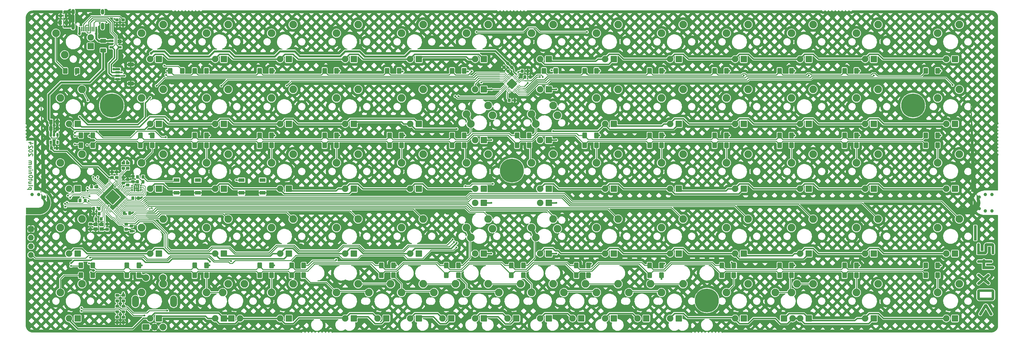
<source format=gbr>
%TF.GenerationSoftware,KiCad,Pcbnew,7.0.7*%
%TF.CreationDate,2024-01-22T13:40:03+01:00*%
%TF.ProjectId,0x42_panel,30783432-5f70-4616-9e65-6c2e6b696361,2*%
%TF.SameCoordinates,Original*%
%TF.FileFunction,Copper,L2,Bot*%
%TF.FilePolarity,Positive*%
%FSLAX46Y46*%
G04 Gerber Fmt 4.6, Leading zero omitted, Abs format (unit mm)*
G04 Created by KiCad (PCBNEW 7.0.7) date 2024-01-22 13:40:03*
%MOMM*%
%LPD*%
G01*
G04 APERTURE LIST*
G04 Aperture macros list*
%AMRoundRect*
0 Rectangle with rounded corners*
0 $1 Rounding radius*
0 $2 $3 $4 $5 $6 $7 $8 $9 X,Y pos of 4 corners*
0 Add a 4 corners polygon primitive as box body*
4,1,4,$2,$3,$4,$5,$6,$7,$8,$9,$2,$3,0*
0 Add four circle primitives for the rounded corners*
1,1,$1+$1,$2,$3*
1,1,$1+$1,$4,$5*
1,1,$1+$1,$6,$7*
1,1,$1+$1,$8,$9*
0 Add four rect primitives between the rounded corners*
20,1,$1+$1,$2,$3,$4,$5,0*
20,1,$1+$1,$4,$5,$6,$7,0*
20,1,$1+$1,$6,$7,$8,$9,0*
20,1,$1+$1,$8,$9,$2,$3,0*%
%AMFreePoly0*
4,1,56,-2.044603,3.381374,-1.693100,3.325702,-1.349342,3.233592,-1.017095,3.106055,-0.700000,2.944486,-0.401530,2.750658,-0.124956,2.526692,0.126692,2.275044,0.350658,1.998470,0.544486,1.700000,0.706055,1.382905,0.833592,1.050658,0.925702,0.706900,0.981374,0.355397,1.000000,0.000000,0.981374,-0.355397,0.925702,-0.706900,0.833592,-1.050658,0.706055,-1.382905,0.544486,-1.700000,
0.350658,-1.998470,0.126692,-2.275044,-0.124956,-2.526692,-0.401530,-2.750658,-0.700000,-2.944486,-1.017095,-3.106055,-1.349342,-3.233592,-1.693100,-3.325702,-2.044603,-3.381374,-2.400000,-3.400000,-6.200000,-3.400000,-6.200000,-1.400000,-2.289818,-1.400000,-2.072166,-1.365527,-1.862587,-1.297431,-1.666240,-1.197387,-1.487961,-1.067860,-1.332140,-0.912039,-1.202613,-0.733760,-1.102569,-0.537413,
-1.034473,-0.327834,-1.000000,-0.110182,-1.000000,0.110182,-1.034473,0.327834,-1.102569,0.537413,-1.202613,0.733760,-1.332140,0.912039,-1.487961,1.067860,-1.666240,1.197387,-1.862587,1.297431,-2.072166,1.365527,-2.289818,1.400000,-6.200000,1.400000,-6.200000,3.400000,-2.400000,3.400000,-2.044603,3.381374,-2.044603,3.381374,$1*%
G04 Aperture macros list end*
%ADD10C,0.150000*%
%TA.AperFunction,NonConductor*%
%ADD11C,0.150000*%
%TD*%
%ADD12C,0.240000*%
%TA.AperFunction,NonConductor*%
%ADD13C,0.240000*%
%TD*%
%TA.AperFunction,ComponentPad*%
%ADD14C,2.250000*%
%TD*%
%TA.AperFunction,ComponentPad*%
%ADD15C,1.905000*%
%TD*%
%TA.AperFunction,ComponentPad*%
%ADD16RoundRect,0.285750X-0.666750X-0.666750X0.666750X-0.666750X0.666750X0.666750X-0.666750X0.666750X0*%
%TD*%
%TA.AperFunction,ComponentPad*%
%ADD17RoundRect,0.255000X0.745000X-0.595000X0.745000X0.595000X-0.745000X0.595000X-0.745000X-0.595000X0*%
%TD*%
%TA.AperFunction,ComponentPad*%
%ADD18C,2.000000*%
%TD*%
%TA.AperFunction,ComponentPad*%
%ADD19O,2.000000X3.400000*%
%TD*%
%TA.AperFunction,ComponentPad*%
%ADD20RoundRect,0.285750X0.666750X0.666750X-0.666750X0.666750X-0.666750X-0.666750X0.666750X-0.666750X0*%
%TD*%
%TA.AperFunction,ComponentPad*%
%ADD21C,1.000000*%
%TD*%
%TA.AperFunction,ComponentPad*%
%ADD22FreePoly0,0.000000*%
%TD*%
%TA.AperFunction,ComponentPad*%
%ADD23C,7.000000*%
%TD*%
%TA.AperFunction,ComponentPad*%
%ADD24FreePoly0,180.000000*%
%TD*%
%TA.AperFunction,ComponentPad*%
%ADD25RoundRect,0.285750X0.666750X-0.666750X0.666750X0.666750X-0.666750X0.666750X-0.666750X-0.666750X0*%
%TD*%
%TA.AperFunction,SMDPad,CuDef*%
%ADD26RoundRect,0.195000X-0.455000X-0.655000X0.455000X-0.655000X0.455000X0.655000X-0.455000X0.655000X0*%
%TD*%
%TA.AperFunction,SMDPad,CuDef*%
%ADD27RoundRect,0.131250X-0.306250X-0.343750X0.306250X-0.343750X0.306250X0.343750X-0.306250X0.343750X0*%
%TD*%
%TA.AperFunction,SMDPad,CuDef*%
%ADD28RoundRect,0.131250X0.343750X-0.306250X0.343750X0.306250X-0.343750X0.306250X-0.343750X-0.306250X0*%
%TD*%
%TA.AperFunction,SMDPad,CuDef*%
%ADD29RoundRect,0.195000X0.455000X0.655000X-0.455000X0.655000X-0.455000X-0.655000X0.455000X-0.655000X0*%
%TD*%
%TA.AperFunction,SMDPad,CuDef*%
%ADD30RoundRect,0.131250X0.306250X0.343750X-0.306250X0.343750X-0.306250X-0.343750X0.306250X-0.343750X0*%
%TD*%
%TA.AperFunction,SMDPad,CuDef*%
%ADD31RoundRect,0.131250X-0.343750X0.306250X-0.343750X-0.306250X0.343750X-0.306250X0.343750X0.306250X0*%
%TD*%
%TA.AperFunction,ComponentPad*%
%ADD32RoundRect,0.255000X0.595000X0.595000X-0.595000X0.595000X-0.595000X-0.595000X0.595000X-0.595000X0*%
%TD*%
%TA.AperFunction,ComponentPad*%
%ADD33O,1.700000X1.700000*%
%TD*%
%TA.AperFunction,SMDPad,CuDef*%
%ADD34R,1.800000X1.100000*%
%TD*%
%TA.AperFunction,SMDPad,CuDef*%
%ADD35RoundRect,0.146250X0.341250X0.553750X-0.341250X0.553750X-0.341250X-0.553750X0.341250X-0.553750X0*%
%TD*%
%TA.AperFunction,SMDPad,CuDef*%
%ADD36RoundRect,0.037500X0.262500X0.087500X-0.262500X0.087500X-0.262500X-0.087500X0.262500X-0.087500X0*%
%TD*%
%TA.AperFunction,SMDPad,CuDef*%
%ADD37RoundRect,0.045000X0.105000X0.830000X-0.105000X0.830000X-0.105000X-0.830000X0.105000X-0.830000X0*%
%TD*%
%TA.AperFunction,SMDPad,CuDef*%
%ADD38RoundRect,0.146250X-0.341250X-0.553750X0.341250X-0.553750X0.341250X0.553750X-0.341250X0.553750X0*%
%TD*%
%TA.AperFunction,SMDPad,CuDef*%
%ADD39RoundRect,0.050000X0.309359X-0.238649X-0.238649X0.309359X-0.309359X0.238649X0.238649X-0.309359X0*%
%TD*%
%TA.AperFunction,SMDPad,CuDef*%
%ADD40RoundRect,0.050000X0.309359X0.238649X0.238649X0.309359X-0.309359X-0.238649X-0.238649X-0.309359X0*%
%TD*%
%TA.AperFunction,SMDPad,CuDef*%
%ADD41RoundRect,0.144000X2.059095X0.000000X0.000000X2.059095X-2.059095X0.000000X0.000000X-2.059095X0*%
%TD*%
%TA.AperFunction,SMDPad,CuDef*%
%ADD42RoundRect,0.131250X-0.026517X0.459619X-0.459619X0.026517X0.026517X-0.459619X0.459619X-0.026517X0*%
%TD*%
%TA.AperFunction,SMDPad,CuDef*%
%ADD43R,1.200000X1.200000*%
%TD*%
%TA.AperFunction,SMDPad,CuDef*%
%ADD44R,1.200000X0.800000*%
%TD*%
%TA.AperFunction,SMDPad,CuDef*%
%ADD45R,1.150000X1.000000*%
%TD*%
%TA.AperFunction,SMDPad,CuDef*%
%ADD46RoundRect,0.050000X0.220971X0.291682X-0.291682X-0.220971X-0.220971X-0.291682X0.291682X0.220971X0*%
%TD*%
%TA.AperFunction,SMDPad,CuDef*%
%ADD47RoundRect,0.050000X-0.220971X0.291682X-0.291682X0.220971X0.220971X-0.291682X0.291682X-0.220971X0*%
%TD*%
%TA.AperFunction,SMDPad,CuDef*%
%ADD48RoundRect,0.250001X0.000000X1.272791X-1.272791X0.000000X0.000000X-1.272791X1.272791X0.000000X0*%
%TD*%
%TA.AperFunction,SMDPad,CuDef*%
%ADD49RoundRect,0.150000X-0.625000X0.150000X-0.625000X-0.150000X0.625000X-0.150000X0.625000X0.150000X0*%
%TD*%
%TA.AperFunction,SMDPad,CuDef*%
%ADD50RoundRect,0.250000X-0.650000X0.350000X-0.650000X-0.350000X0.650000X-0.350000X0.650000X0.350000X0*%
%TD*%
%TA.AperFunction,SMDPad,CuDef*%
%ADD51RoundRect,0.250000X0.625000X-0.375000X0.625000X0.375000X-0.625000X0.375000X-0.625000X-0.375000X0*%
%TD*%
%TA.AperFunction,SMDPad,CuDef*%
%ADD52RoundRect,0.097500X-0.227500X0.432500X-0.227500X-0.432500X0.227500X-0.432500X0.227500X0.432500X0*%
%TD*%
%TA.AperFunction,SMDPad,CuDef*%
%ADD53R,0.600000X1.450000*%
%TD*%
%TA.AperFunction,SMDPad,CuDef*%
%ADD54R,0.300000X1.450000*%
%TD*%
%TA.AperFunction,ComponentPad*%
%ADD55O,1.000000X1.600000*%
%TD*%
%TA.AperFunction,ComponentPad*%
%ADD56O,1.000000X2.100000*%
%TD*%
%TA.AperFunction,ViaPad*%
%ADD57C,0.600000*%
%TD*%
%TA.AperFunction,ViaPad*%
%ADD58C,0.800000*%
%TD*%
%TA.AperFunction,Conductor*%
%ADD59C,0.200000*%
%TD*%
%TA.AperFunction,Conductor*%
%ADD60C,0.400000*%
%TD*%
%TA.AperFunction,Conductor*%
%ADD61C,0.300000*%
%TD*%
%TA.AperFunction,Conductor*%
%ADD62C,0.250000*%
%TD*%
%TA.AperFunction,Conductor*%
%ADD63C,0.600000*%
%TD*%
%TA.AperFunction,Conductor*%
%ADD64C,0.450000*%
%TD*%
%TA.AperFunction,Conductor*%
%ADD65C,1.000000*%
%TD*%
G04 APERTURE END LIST*
D10*
D11*
X49428570Y-71369771D02*
X49428570Y-70769771D01*
X49428570Y-70769771D02*
X49199999Y-70769771D01*
X49199999Y-70769771D02*
X49142856Y-70798342D01*
X49142856Y-70798342D02*
X49114285Y-70826914D01*
X49114285Y-70826914D02*
X49085713Y-70884057D01*
X49085713Y-70884057D02*
X49085713Y-70969771D01*
X49085713Y-70969771D02*
X49114285Y-71026914D01*
X49114285Y-71026914D02*
X49142856Y-71055485D01*
X49142856Y-71055485D02*
X49199999Y-71084057D01*
X49199999Y-71084057D02*
X49428570Y-71084057D01*
X48571428Y-70969771D02*
X48571428Y-71369771D01*
X48828570Y-70969771D02*
X48828570Y-71284057D01*
X48828570Y-71284057D02*
X48799999Y-71341200D01*
X48799999Y-71341200D02*
X48742856Y-71369771D01*
X48742856Y-71369771D02*
X48657142Y-71369771D01*
X48657142Y-71369771D02*
X48599999Y-71341200D01*
X48599999Y-71341200D02*
X48571428Y-71312628D01*
D12*
D13*
X14007337Y-65442855D02*
X12807337Y-65442855D01*
X13950194Y-65442855D02*
X14007337Y-65328570D01*
X14007337Y-65328570D02*
X14007337Y-65099998D01*
X14007337Y-65099998D02*
X13950194Y-64985712D01*
X13950194Y-64985712D02*
X13893051Y-64928570D01*
X13893051Y-64928570D02*
X13778765Y-64871427D01*
X13778765Y-64871427D02*
X13435908Y-64871427D01*
X13435908Y-64871427D02*
X13321622Y-64928570D01*
X13321622Y-64928570D02*
X13264480Y-64985712D01*
X13264480Y-64985712D02*
X13207337Y-65099998D01*
X13207337Y-65099998D02*
X13207337Y-65328570D01*
X13207337Y-65328570D02*
X13264480Y-65442855D01*
X13207337Y-64185713D02*
X13264480Y-64299998D01*
X13264480Y-64299998D02*
X13378765Y-64357141D01*
X13378765Y-64357141D02*
X14407337Y-64357141D01*
X14007337Y-63214285D02*
X13207337Y-63214285D01*
X14007337Y-63728570D02*
X13378765Y-63728570D01*
X13378765Y-63728570D02*
X13264480Y-63671427D01*
X13264480Y-63671427D02*
X13207337Y-63557142D01*
X13207337Y-63557142D02*
X13207337Y-63385713D01*
X13207337Y-63385713D02*
X13264480Y-63271427D01*
X13264480Y-63271427D02*
X13321622Y-63214285D01*
X14007337Y-62814285D02*
X14007337Y-62357142D01*
X14407337Y-62642856D02*
X13378765Y-62642856D01*
X13378765Y-62642856D02*
X13264480Y-62585713D01*
X13264480Y-62585713D02*
X13207337Y-62471428D01*
X13207337Y-62471428D02*
X13207337Y-62357142D01*
X14407337Y-61728571D02*
X14407337Y-61614285D01*
X14407337Y-61614285D02*
X14350194Y-61499999D01*
X14350194Y-61499999D02*
X14293051Y-61442857D01*
X14293051Y-61442857D02*
X14178765Y-61385714D01*
X14178765Y-61385714D02*
X13950194Y-61328571D01*
X13950194Y-61328571D02*
X13664480Y-61328571D01*
X13664480Y-61328571D02*
X13435908Y-61385714D01*
X13435908Y-61385714D02*
X13321622Y-61442857D01*
X13321622Y-61442857D02*
X13264480Y-61499999D01*
X13264480Y-61499999D02*
X13207337Y-61614285D01*
X13207337Y-61614285D02*
X13207337Y-61728571D01*
X13207337Y-61728571D02*
X13264480Y-61842857D01*
X13264480Y-61842857D02*
X13321622Y-61899999D01*
X13321622Y-61899999D02*
X13435908Y-61957142D01*
X13435908Y-61957142D02*
X13664480Y-62014285D01*
X13664480Y-62014285D02*
X13950194Y-62014285D01*
X13950194Y-62014285D02*
X14178765Y-61957142D01*
X14178765Y-61957142D02*
X14293051Y-61899999D01*
X14293051Y-61899999D02*
X14350194Y-61842857D01*
X14350194Y-61842857D02*
X14407337Y-61728571D01*
X14007337Y-60814285D02*
X13207337Y-60814285D01*
X13893051Y-60814285D02*
X13950194Y-60757142D01*
X13950194Y-60757142D02*
X14007337Y-60642857D01*
X14007337Y-60642857D02*
X14007337Y-60471428D01*
X14007337Y-60471428D02*
X13950194Y-60357142D01*
X13950194Y-60357142D02*
X13835908Y-60300000D01*
X13835908Y-60300000D02*
X13207337Y-60300000D01*
X13207337Y-59728571D02*
X14007337Y-59728571D01*
X14407337Y-59728571D02*
X14350194Y-59785714D01*
X14350194Y-59785714D02*
X14293051Y-59728571D01*
X14293051Y-59728571D02*
X14350194Y-59671428D01*
X14350194Y-59671428D02*
X14407337Y-59728571D01*
X14407337Y-59728571D02*
X14293051Y-59728571D01*
X14007337Y-58642857D02*
X13207337Y-58642857D01*
X14007337Y-59157142D02*
X13378765Y-59157142D01*
X13378765Y-59157142D02*
X13264480Y-59099999D01*
X13264480Y-59099999D02*
X13207337Y-58985714D01*
X13207337Y-58985714D02*
X13207337Y-58814285D01*
X13207337Y-58814285D02*
X13264480Y-58699999D01*
X13264480Y-58699999D02*
X13321622Y-58642857D01*
X13207337Y-58071428D02*
X14007337Y-58071428D01*
X13893051Y-58071428D02*
X13950194Y-58014285D01*
X13950194Y-58014285D02*
X14007337Y-57900000D01*
X14007337Y-57900000D02*
X14007337Y-57728571D01*
X14007337Y-57728571D02*
X13950194Y-57614285D01*
X13950194Y-57614285D02*
X13835908Y-57557143D01*
X13835908Y-57557143D02*
X13207337Y-57557143D01*
X13835908Y-57557143D02*
X13950194Y-57500000D01*
X13950194Y-57500000D02*
X14007337Y-57385714D01*
X14007337Y-57385714D02*
X14007337Y-57214285D01*
X14007337Y-57214285D02*
X13950194Y-57100000D01*
X13950194Y-57100000D02*
X13835908Y-57042857D01*
X13835908Y-57042857D02*
X13207337Y-57042857D01*
X14293051Y-55614285D02*
X14350194Y-55557142D01*
X14350194Y-55557142D02*
X14407337Y-55442857D01*
X14407337Y-55442857D02*
X14407337Y-55157142D01*
X14407337Y-55157142D02*
X14350194Y-55042857D01*
X14350194Y-55042857D02*
X14293051Y-54985714D01*
X14293051Y-54985714D02*
X14178765Y-54928571D01*
X14178765Y-54928571D02*
X14064480Y-54928571D01*
X14064480Y-54928571D02*
X13893051Y-54985714D01*
X13893051Y-54985714D02*
X13207337Y-55671428D01*
X13207337Y-55671428D02*
X13207337Y-54928571D01*
X14407337Y-54185714D02*
X14407337Y-54071428D01*
X14407337Y-54071428D02*
X14350194Y-53957142D01*
X14350194Y-53957142D02*
X14293051Y-53900000D01*
X14293051Y-53900000D02*
X14178765Y-53842857D01*
X14178765Y-53842857D02*
X13950194Y-53785714D01*
X13950194Y-53785714D02*
X13664480Y-53785714D01*
X13664480Y-53785714D02*
X13435908Y-53842857D01*
X13435908Y-53842857D02*
X13321622Y-53900000D01*
X13321622Y-53900000D02*
X13264480Y-53957142D01*
X13264480Y-53957142D02*
X13207337Y-54071428D01*
X13207337Y-54071428D02*
X13207337Y-54185714D01*
X13207337Y-54185714D02*
X13264480Y-54300000D01*
X13264480Y-54300000D02*
X13321622Y-54357142D01*
X13321622Y-54357142D02*
X13435908Y-54414285D01*
X13435908Y-54414285D02*
X13664480Y-54471428D01*
X13664480Y-54471428D02*
X13950194Y-54471428D01*
X13950194Y-54471428D02*
X14178765Y-54414285D01*
X14178765Y-54414285D02*
X14293051Y-54357142D01*
X14293051Y-54357142D02*
X14350194Y-54300000D01*
X14350194Y-54300000D02*
X14407337Y-54185714D01*
X14293051Y-53328571D02*
X14350194Y-53271428D01*
X14350194Y-53271428D02*
X14407337Y-53157143D01*
X14407337Y-53157143D02*
X14407337Y-52871428D01*
X14407337Y-52871428D02*
X14350194Y-52757143D01*
X14350194Y-52757143D02*
X14293051Y-52700000D01*
X14293051Y-52700000D02*
X14178765Y-52642857D01*
X14178765Y-52642857D02*
X14064480Y-52642857D01*
X14064480Y-52642857D02*
X13893051Y-52700000D01*
X13893051Y-52700000D02*
X13207337Y-53385714D01*
X13207337Y-53385714D02*
X13207337Y-52642857D01*
X14007337Y-51614286D02*
X13207337Y-51614286D01*
X14464480Y-51900000D02*
X13607337Y-52185714D01*
X13607337Y-52185714D02*
X13607337Y-51442857D01*
%TA.AperFunction,EtchedComponent*%
%TO.C,0x42*%
G36*
X296093230Y-95007490D02*
G01*
X296185830Y-95110580D01*
X296290842Y-95355190D01*
X296300000Y-95491050D01*
X296300000Y-97401590D01*
X296290885Y-97539220D01*
X296186001Y-97787100D01*
X296093230Y-97892070D01*
X296092312Y-97892880D01*
X295467450Y-97273220D01*
X295467450Y-95617960D01*
X294901700Y-95617960D01*
X296035245Y-94956350D01*
X296093230Y-95007490D01*
G37*
%TD.AperFunction*%
%TA.AperFunction,EtchedComponent*%
G36*
X291068120Y-76040000D02*
G01*
X291101550Y-76063600D01*
X291127050Y-76094600D01*
X291132550Y-76133300D01*
X291132550Y-80382200D01*
X291127050Y-80420800D01*
X291101550Y-80451800D01*
X291068120Y-80475400D01*
X291026430Y-80480500D01*
X290406490Y-80480500D01*
X290364690Y-80475500D01*
X290331130Y-80451900D01*
X290305530Y-80420900D01*
X290300000Y-80382200D01*
X290300000Y-76133300D01*
X290305530Y-76094500D01*
X290331130Y-76063500D01*
X290364690Y-76039900D01*
X290406490Y-76034900D01*
X291026430Y-76034900D01*
X291068120Y-76040000D01*
G37*
%TD.AperFunction*%
%TA.AperFunction,EtchedComponent*%
G36*
X295740061Y-94810800D02*
G01*
X295988213Y-94914860D01*
X296035245Y-94956350D01*
X294901700Y-95617960D01*
X292065760Y-95617960D01*
X292065760Y-97273220D01*
X295467450Y-97273220D01*
X296092312Y-97892880D01*
X295988213Y-97984840D01*
X295740061Y-98089730D01*
X295602376Y-98098840D01*
X291937760Y-98098840D01*
X291799000Y-98089940D01*
X291549400Y-97987170D01*
X291443990Y-97896080D01*
X291352530Y-97791830D01*
X291250350Y-97541710D01*
X291241590Y-97401590D01*
X291241590Y-95497980D01*
X291250390Y-95359360D01*
X291352670Y-95111370D01*
X291443990Y-95007490D01*
X291549240Y-94914730D01*
X291798720Y-94810760D01*
X291937760Y-94801820D01*
X295602376Y-94801820D01*
X295740061Y-94810800D01*
G37*
%TD.AperFunction*%
%TA.AperFunction,EtchedComponent*%
G36*
X294001390Y-99218050D02*
G01*
X294198010Y-99337180D01*
X294268360Y-99437210D01*
X295693487Y-101850612D01*
X295759367Y-101977003D01*
X295774807Y-102105520D01*
X295774868Y-102105529D01*
X295769501Y-102183280D01*
X295709911Y-102327576D01*
X295658902Y-102389611D01*
X295657402Y-102389611D01*
X295657402Y-102391111D01*
X295595662Y-102446800D01*
X295443000Y-102509649D01*
X295358370Y-102515100D01*
X295251530Y-102506402D01*
X295070370Y-102409472D01*
X295006820Y-102326198D01*
X295005720Y-102324698D01*
X293768020Y-100224170D01*
X292521920Y-102323239D01*
X292461450Y-102407853D01*
X292281370Y-102506240D01*
X292174390Y-102515058D01*
X292089940Y-102509560D01*
X291938370Y-102446435D01*
X291876810Y-102390704D01*
X291875310Y-102389604D01*
X291824350Y-102327571D01*
X291765030Y-102183274D01*
X291759710Y-102105522D01*
X291774540Y-101976320D01*
X291839580Y-101852073D01*
X291841080Y-101849173D01*
X293266230Y-99437210D01*
X293336400Y-99337180D01*
X293531920Y-99218050D01*
X293648040Y-99207100D01*
X293885080Y-99207100D01*
X294001390Y-99218050D01*
G37*
%TD.AperFunction*%
%TA.AperFunction,EtchedComponent*%
G36*
X293325500Y-85934000D02*
G01*
X293473030Y-85996500D01*
X293533530Y-86051000D01*
X293588230Y-86134700D01*
X293612300Y-86235500D01*
X295344520Y-86235500D01*
X295425370Y-86241000D01*
X295572526Y-86302400D01*
X295634068Y-86355500D01*
X295690980Y-86416100D01*
X295757528Y-86565500D01*
X295763528Y-86648000D01*
X295757835Y-86730700D01*
X295693305Y-86880800D01*
X295636987Y-86942600D01*
X295574799Y-86995000D01*
X295425900Y-87054800D01*
X295344520Y-87060100D01*
X293656440Y-87060100D01*
X293656440Y-88073100D01*
X295880954Y-88073100D01*
X295962538Y-88078600D01*
X296111202Y-88140400D01*
X296173058Y-88194200D01*
X296229166Y-88255600D01*
X296294164Y-88403700D01*
X296299966Y-88485200D01*
X296300000Y-88485300D01*
X296294319Y-88568100D01*
X296230232Y-88719600D01*
X296174551Y-88782900D01*
X296112522Y-88837200D01*
X295963051Y-88898900D01*
X295880989Y-88904300D01*
X292823920Y-88904300D01*
X292823920Y-87060100D01*
X291653670Y-87060100D01*
X291572340Y-87054900D01*
X291423710Y-86995400D01*
X291361570Y-86943100D01*
X291360070Y-86941600D01*
X291358570Y-86938700D01*
X291306220Y-86876700D01*
X291246710Y-86729200D01*
X291241510Y-86648000D01*
X291246770Y-86567800D01*
X291306460Y-86420300D01*
X291358570Y-86358500D01*
X291360070Y-86357000D01*
X291422100Y-86302700D01*
X291571570Y-86240900D01*
X291653630Y-86235500D01*
X292874930Y-86235500D01*
X292897630Y-86134900D01*
X292950420Y-86051000D01*
X293012450Y-85996600D01*
X293161920Y-85934000D01*
X293243980Y-85928500D01*
X293325500Y-85934000D01*
G37*
%TD.AperFunction*%
%TA.AperFunction,EtchedComponent*%
G36*
X295716390Y-81262500D02*
G01*
X295972056Y-81371600D01*
X296079373Y-81468100D01*
X296175290Y-81577100D01*
X296283662Y-81835400D01*
X296293073Y-81979400D01*
X296293071Y-84167200D01*
X296287510Y-84249800D01*
X296224740Y-84399700D01*
X296170176Y-84460700D01*
X296109418Y-84513800D01*
X295962212Y-84574000D01*
X295880989Y-84579200D01*
X295799655Y-84574200D01*
X295651027Y-84515500D01*
X295588884Y-84463300D01*
X295585884Y-84460300D01*
X295532539Y-84398900D01*
X295472550Y-84249300D01*
X295467370Y-84166700D01*
X295467370Y-82085500D01*
X294188090Y-82085500D01*
X294188090Y-83838900D01*
X294178760Y-83981700D01*
X294070800Y-84238500D01*
X293974750Y-84347200D01*
X293974750Y-84348700D01*
X293865420Y-84443100D01*
X293606150Y-84549300D01*
X293462020Y-84558400D01*
X291241510Y-84558400D01*
X291241510Y-81665500D01*
X291246770Y-81585400D01*
X291306460Y-81439000D01*
X291358570Y-81377400D01*
X291358570Y-81375900D01*
X291360070Y-81375900D01*
X291422100Y-81321400D01*
X291571570Y-81258500D01*
X291653630Y-81253000D01*
X291734950Y-81258600D01*
X291882660Y-81321600D01*
X291943190Y-81375900D01*
X291997370Y-81437400D01*
X292060120Y-81584600D01*
X292065720Y-81665400D01*
X292065720Y-83732800D01*
X293357030Y-83732800D01*
X293357030Y-81979500D01*
X293366010Y-81835500D01*
X293471030Y-81577300D01*
X293565260Y-81468200D01*
X293565260Y-81466700D01*
X293566760Y-81466700D01*
X293676170Y-81370300D01*
X293936640Y-81262300D01*
X294082410Y-81253000D01*
X295573568Y-81253000D01*
X295716390Y-81262500D01*
G37*
%TD.AperFunction*%
%TA.AperFunction,EtchedComponent*%
G36*
X291735330Y-90221600D02*
G01*
X291858290Y-90265800D01*
X291910000Y-90306100D01*
X293149170Y-91331600D01*
X294327430Y-90355700D01*
X294378840Y-90319500D01*
X294498650Y-90291900D01*
X294567390Y-90290800D01*
X294650130Y-90296800D01*
X294797700Y-90364400D01*
X294855480Y-90423200D01*
X294903500Y-90484800D01*
X294959180Y-90626700D01*
X294964150Y-90702900D01*
X294957620Y-90788500D01*
X294884840Y-90941500D01*
X294822290Y-91001900D01*
X293798290Y-91869100D01*
X294813910Y-92713700D01*
X294813910Y-92715190D01*
X294881120Y-92780820D01*
X294957480Y-92948450D01*
X294964150Y-93043400D01*
X294964190Y-93043350D01*
X294958240Y-93129370D01*
X294890320Y-93283560D01*
X294830720Y-93344940D01*
X294768200Y-93394070D01*
X294623300Y-93450460D01*
X294545180Y-93455440D01*
X294476640Y-93451130D01*
X294349610Y-93402510D01*
X294294650Y-93360260D01*
X294294650Y-93361760D01*
X293156140Y-92405200D01*
X291907120Y-93445630D01*
X291853080Y-93484860D01*
X291724500Y-93525290D01*
X291653670Y-93528410D01*
X291570980Y-93523270D01*
X291419920Y-93463950D01*
X291357190Y-93411350D01*
X291301950Y-93350150D01*
X291240000Y-93199640D01*
X291234660Y-93116330D01*
X291242620Y-93021770D01*
X291329520Y-92854990D01*
X291402780Y-92789580D01*
X291402780Y-92788080D01*
X292495710Y-91870200D01*
X291400230Y-90957800D01*
X291398730Y-90957800D01*
X291328290Y-90889600D01*
X291244810Y-90723000D01*
X291237170Y-90629900D01*
X291242880Y-90550300D01*
X291306090Y-90404400D01*
X291360070Y-90343300D01*
X291424790Y-90286900D01*
X291581940Y-90223400D01*
X291668590Y-90217900D01*
X291735330Y-90221600D01*
G37*
%TD.AperFunction*%
%TD*%
D14*
%TO.P,K203,1*%
%TO.N,Board_0-Net-(D203-A)*%
X84415000Y-57660000D03*
%TO.P,K203,2*%
%TO.N,Board_0-Col3*%
X90765000Y-55120000D03*
D15*
%TO.P,K203,3,A*%
%TO.N,Board_0-/Key Matrix/CA3*%
X86955000Y-65280000D03*
D16*
%TO.P,K203,4,K*%
%TO.N,Board_0-/Key Matrix/CA4*%
X89495000Y-65280000D03*
%TD*%
D14*
%TO.P,K208,1*%
%TO.N,Board_0-Net-(D208-A)*%
X179665000Y-57660000D03*
%TO.P,K208,2*%
%TO.N,Board_0-Col8*%
X186015000Y-55120000D03*
D15*
%TO.P,K208,3,A*%
%TO.N,Board_0-/Key Matrix/CB4*%
X182205000Y-65280000D03*
D16*
%TO.P,K208,4,K*%
%TO.N,Board_0-/Key Matrix/CB2*%
X184745000Y-65280000D03*
%TD*%
D14*
%TO.P,K308,1*%
%TO.N,Board_0-Net-(D308-A)*%
X179665000Y-76710000D03*
%TO.P,K308,2*%
%TO.N,Board_0-Col8*%
X186015000Y-74170000D03*
D15*
%TO.P,K308,3,A*%
%TO.N,Board_0-/Key Matrix/CB5*%
X182205000Y-84330000D03*
D16*
%TO.P,K308,4,K*%
%TO.N,Board_0-/Key Matrix/CB2*%
X184745000Y-84330000D03*
%TD*%
D17*
%TO.P,Enc0,A,A*%
%TO.N,Board_0-Enc_A*%
X47625000Y-105900000D03*
D18*
%TO.P,Enc0,B,B*%
%TO.N,Board_0-Enc_B*%
X52625000Y-105900000D03*
%TO.P,Enc0,C,C*%
%TO.N,Board_0-GND*%
X50125000Y-105900000D03*
D19*
%TO.P,Enc0,MP*%
%TO.N,N/C*%
X44525000Y-98400000D03*
X55725000Y-98400000D03*
D18*
%TO.P,Enc0,S1,S1*%
%TO.N,Board_0-Col1*%
X52625000Y-91400000D03*
%TO.P,Enc0,S2,S2*%
%TO.N,Board_0-Net-(D401-A)*%
X47625000Y-91400000D03*
%TD*%
D14*
%TO.P,K303,1*%
%TO.N,Board_0-Net-(D303-A)*%
X84415000Y-76710000D03*
%TO.P,K303,2*%
%TO.N,Board_0-Col3*%
X90765000Y-74170000D03*
D15*
%TO.P,K303,3,A*%
%TO.N,Board_0-/Key Matrix/CA5*%
X86955000Y-84330000D03*
D16*
%TO.P,K303,4,K*%
%TO.N,Board_0-/Key Matrix/CA4*%
X89495000Y-84330000D03*
%TD*%
D14*
%TO.P,K200,1*%
%TO.N,Board_0-Net-(D200-A)*%
X22502500Y-57660000D03*
%TO.P,K200,2*%
%TO.N,Board_0-Col0*%
X28852500Y-55120000D03*
D15*
%TO.P,K200,3,A*%
%TO.N,Board_0-/Key Matrix/CA3*%
X25042500Y-65280000D03*
D16*
%TO.P,K200,4,K*%
%TO.N,Board_0-/Key Matrix/CA7*%
X27582500Y-65280000D03*
%TD*%
D14*
%TO.P,K012,1*%
%TO.N,Board_0-Net-(D012-A)*%
X255865000Y-19560000D03*
%TO.P,K012,2*%
%TO.N,Board_0-Col12*%
X262215000Y-17020000D03*
D15*
%TO.P,K012,3,A*%
%TO.N,Board_0-/Key Matrix/CB1*%
X258405000Y-27180000D03*
D16*
%TO.P,K012,4,K*%
%TO.N,Board_0-/Key Matrix/CB6*%
X260945000Y-27180000D03*
%TD*%
D14*
%TO.P,Kb107,1*%
%TO.N,Board_0-Net-(D107-A)*%
X160615000Y-43372500D03*
%TO.P,Kb107,2*%
%TO.N,Board_0-Col7*%
X166965000Y-40832500D03*
D15*
%TO.P,Kb107,3,A*%
%TO.N,Board_0-/Key Matrix/CB3*%
X163155000Y-50992500D03*
D16*
%TO.P,Kb107,4,K*%
%TO.N,Board_0-/Key Matrix/CB1*%
X165695000Y-50992500D03*
%TD*%
D14*
%TO.P,K210,1*%
%TO.N,Board_0-Net-(D210-A)*%
X217765000Y-57660000D03*
%TO.P,K210,2*%
%TO.N,Board_0-Col10*%
X224115000Y-55120000D03*
D15*
%TO.P,K210,3,A*%
%TO.N,Board_0-/Key Matrix/CB3*%
X220305000Y-65280000D03*
D16*
%TO.P,K210,4,K*%
%TO.N,Board_0-/Key Matrix/CB4*%
X222845000Y-65280000D03*
%TD*%
D14*
%TO.P,K101,1*%
%TO.N,Board_0-Net-(D101-A)*%
X46315000Y-38610000D03*
%TO.P,K101,2*%
%TO.N,Board_0-Col1*%
X52665000Y-36070000D03*
D15*
%TO.P,K101,3,A*%
%TO.N,Board_0-/Key Matrix/CA2*%
X48855000Y-46230000D03*
D16*
%TO.P,K101,4,K*%
%TO.N,Board_0-/Key Matrix/CA6*%
X51395000Y-46230000D03*
%TD*%
D14*
%TO.P,K305,1*%
%TO.N,Board_0-Net-(D305-A)*%
X122515000Y-76710000D03*
%TO.P,K305,2*%
%TO.N,Board_0-Col5*%
X128865000Y-74170000D03*
D15*
%TO.P,K305,3,A*%
%TO.N,Board_0-/Key Matrix/CA5*%
X125055000Y-84330000D03*
D16*
%TO.P,K305,4,K*%
%TO.N,Board_0-/Key Matrix/CA2*%
X127595000Y-84330000D03*
%TD*%
D14*
%TO.P,K213,1*%
%TO.N,Board_0-Net-(D213-A)*%
X279677500Y-57660000D03*
%TO.P,K213,2*%
%TO.N,Board_0-Col13*%
X286027500Y-55120000D03*
D15*
%TO.P,K213,3,A*%
%TO.N,Board_0-/Key Matrix/CB3*%
X282217500Y-65280000D03*
D16*
%TO.P,K213,4,K*%
%TO.N,Board_0-/Key Matrix/CB7*%
X284757500Y-65280000D03*
%TD*%
D14*
%TO.P,Kb306,1*%
%TO.N,Board_0-Net-(D306-A)*%
X142835000Y-79567500D03*
%TO.P,Kb306,2*%
%TO.N,Board_0-Col6*%
X149185000Y-77027500D03*
D15*
%TO.P,Kb306,3,A*%
%TO.N,Board_0-/Key Matrix/CA5*%
X144105000Y-69407500D03*
D20*
%TO.P,Kb306,4,K*%
%TO.N,Board_0-/Key Matrix/CA1*%
X146645000Y-69407500D03*
%TD*%
D21*
%TO.P,BRD0,0*%
%TO.N,N/C*%
X14200000Y-67000000D03*
X14200000Y-71800000D03*
X16200000Y-67000000D03*
X16200000Y-71800000D03*
X17900000Y-67700000D03*
X17900000Y-71100000D03*
D22*
X18600000Y-69400000D03*
D21*
X153700000Y-57600000D03*
X153700000Y-62200000D03*
X154900000Y-57600000D03*
D23*
X154900000Y-59900000D03*
D21*
X154900000Y-62200000D03*
X156100000Y-57600000D03*
X156100000Y-62200000D03*
X210850000Y-95800000D03*
X210850000Y-100400000D03*
X212050000Y-95800000D03*
D23*
X212050000Y-98100000D03*
D21*
X212050000Y-100400000D03*
X213250000Y-95800000D03*
X213250000Y-100400000D03*
X271250000Y-38500000D03*
X271250000Y-43100000D03*
X272450000Y-38500000D03*
D23*
X272450000Y-40800000D03*
D21*
X272450000Y-43100000D03*
X273650000Y-38483000D03*
X273650000Y-43100000D03*
D24*
X291200000Y-69400000D03*
D21*
X291900000Y-67700000D03*
X291900000Y-71100000D03*
X293600000Y-67000000D03*
X293600000Y-71800000D03*
X295600000Y-67000000D03*
X295600000Y-71800000D03*
%TO.P,BRD0,1,Shield*%
%TO.N,Board_0-Shield*%
X35300000Y-40800000D03*
X35973654Y-39173654D03*
X35973654Y-42426346D03*
X37600000Y-38500000D03*
D23*
X37600000Y-40800000D03*
D21*
X37600000Y-43100000D03*
X39226346Y-39173654D03*
X39226346Y-42426346D03*
X39900000Y-40800000D03*
%TD*%
D14*
%TO.P,K113,1*%
%TO.N,Board_0-Net-(D113-A)*%
X279677500Y-38610000D03*
%TO.P,K113,2*%
%TO.N,Board_0-Col13*%
X286027500Y-36070000D03*
D15*
%TO.P,K113,3,A*%
%TO.N,Board_0-/Key Matrix/CB2*%
X282217500Y-46230000D03*
D16*
%TO.P,K113,4,K*%
%TO.N,Board_0-/Key Matrix/CB7*%
X284757500Y-46230000D03*
%TD*%
D14*
%TO.P,Kb408,1*%
%TO.N,Board_0-Net-(D408-A)*%
X170140000Y-95760000D03*
%TO.P,Kb408,2*%
%TO.N,Board_0-Col8*%
X176490000Y-93220000D03*
D15*
%TO.P,Kb408,3,A*%
%TO.N,Board_0-/Key Matrix/CB6*%
X172680000Y-103380000D03*
D16*
%TO.P,Kb408,4,K*%
%TO.N,Board_0-/Key Matrix/CB2*%
X175220000Y-103380000D03*
%TD*%
D14*
%TO.P,K401,1*%
%TO.N,Board_0-Net-(D401-A)*%
X46315000Y-95760000D03*
%TO.P,K401,2*%
%TO.N,Board_0-Col1*%
X52665000Y-93220000D03*
D15*
%TO.P,K401,3,A*%
%TO.N,Board_0-/Key Matrix/CA5*%
X48855000Y-103380000D03*
D16*
%TO.P,K401,4,K*%
%TO.N,Board_0-/Key Matrix/CA6*%
X51395000Y-103380000D03*
%TD*%
D14*
%TO.P,K209,1*%
%TO.N,Board_0-Net-(D209-A)*%
X198715000Y-57660000D03*
%TO.P,K209,2*%
%TO.N,Board_0-Col9*%
X205065000Y-55120000D03*
D15*
%TO.P,K209,3,A*%
%TO.N,Board_0-/Key Matrix/CB4*%
X201255000Y-65280000D03*
D16*
%TO.P,K209,4,K*%
%TO.N,Board_0-/Key Matrix/CB3*%
X203795000Y-65280000D03*
%TD*%
D14*
%TO.P,K301,1*%
%TO.N,Board_0-Net-(D301-A)*%
X46315000Y-76710000D03*
%TO.P,K301,2*%
%TO.N,Board_0-Col1*%
X52665000Y-74170000D03*
D15*
%TO.P,K301,3,A*%
%TO.N,Board_0-/Key Matrix/CA4*%
X48855000Y-84330000D03*
D16*
%TO.P,K301,4,K*%
%TO.N,Board_0-/Key Matrix/CA6*%
X51395000Y-84330000D03*
%TD*%
D14*
%TO.P,K201,1*%
%TO.N,Board_0-Net-(D201-A)*%
X46315000Y-57660000D03*
%TO.P,K201,2*%
%TO.N,Board_0-Col1*%
X52665000Y-55120000D03*
D15*
%TO.P,K201,3,A*%
%TO.N,Board_0-/Key Matrix/CA3*%
X48855000Y-65280000D03*
D16*
%TO.P,K201,4,K*%
%TO.N,Board_0-/Key Matrix/CA6*%
X51395000Y-65280000D03*
%TD*%
D14*
%TO.P,K013,1*%
%TO.N,Board_0-Net-(D013-A)*%
X279677500Y-19560000D03*
%TO.P,K013,2*%
%TO.N,Board_0-Col13*%
X286027500Y-17020000D03*
D15*
%TO.P,K013,3,A*%
%TO.N,Board_0-/Key Matrix/CB1*%
X282217500Y-27180000D03*
D16*
%TO.P,K013,4,K*%
%TO.N,Board_0-/Key Matrix/CB7*%
X284757500Y-27180000D03*
%TD*%
D14*
%TO.P,K109,1*%
%TO.N,Board_0-Net-(D109-A)*%
X198715000Y-38610000D03*
%TO.P,K109,2*%
%TO.N,Board_0-Col9*%
X205065000Y-36070000D03*
D15*
%TO.P,K109,3,A*%
%TO.N,Board_0-/Key Matrix/CB2*%
X201255000Y-46230000D03*
D16*
%TO.P,K109,4,K*%
%TO.N,Board_0-/Key Matrix/CB3*%
X203795000Y-46230000D03*
%TD*%
D14*
%TO.P,K206,1*%
%TO.N,Board_0-Net-(D206-A)*%
X141565000Y-57660000D03*
%TO.P,K206,2*%
%TO.N,Board_0-Col6*%
X147915000Y-55120000D03*
D15*
%TO.P,K206,3,A*%
%TO.N,Board_0-/Key Matrix/CA4*%
X144105000Y-65280000D03*
D16*
%TO.P,K206,4,K*%
%TO.N,Board_0-/Key Matrix/CA1*%
X146645000Y-65280000D03*
%TD*%
D14*
%TO.P,K000,1*%
%TO.N,Board_0-Net-(D000-A)*%
X21232500Y-19560000D03*
%TO.P,K000,2*%
%TO.N,Board_0-Col0*%
X23772500Y-25910000D03*
D15*
%TO.P,K000,3,A*%
%TO.N,Board_0-/Key Matrix/CA1*%
X31392500Y-20830000D03*
D25*
%TO.P,K000,4,K*%
%TO.N,Board_0-/Key Matrix/CA7*%
X31392500Y-23370000D03*
%TD*%
D14*
%TO.P,K005,1*%
%TO.N,Board_0-Net-(D005-A)*%
X122515000Y-19560000D03*
%TO.P,K005,2*%
%TO.N,Board_0-Col5*%
X128865000Y-17020000D03*
D15*
%TO.P,K005,3,A*%
%TO.N,Board_0-/Key Matrix/CA1*%
X125055000Y-27180000D03*
D16*
%TO.P,K005,4,K*%
%TO.N,Board_0-/Key Matrix/CA2*%
X127595000Y-27180000D03*
%TD*%
D14*
%TO.P,K205,1*%
%TO.N,Board_0-Net-(D205-A)*%
X122515000Y-57660000D03*
%TO.P,K205,2*%
%TO.N,Board_0-Col5*%
X128865000Y-55120000D03*
D15*
%TO.P,K205,3,A*%
%TO.N,Board_0-/Key Matrix/CA4*%
X125055000Y-65280000D03*
D16*
%TO.P,K205,4,K*%
%TO.N,Board_0-/Key Matrix/CA2*%
X127595000Y-65280000D03*
%TD*%
D14*
%TO.P,K207,1*%
%TO.N,Board_0-Net-(D207-A)*%
X160615000Y-57660000D03*
%TO.P,K207,2*%
%TO.N,Board_0-Col7*%
X166965000Y-55120000D03*
D15*
%TO.P,K207,3,A*%
%TO.N,Board_0-/Key Matrix/CB4*%
X163155000Y-65280000D03*
D16*
%TO.P,K207,4,K*%
%TO.N,Board_0-/Key Matrix/CB1*%
X165695000Y-65280000D03*
%TD*%
D14*
%TO.P,Kb106,1*%
%TO.N,Board_0-Net-(D106-A)*%
X141565000Y-43372500D03*
%TO.P,Kb106,2*%
%TO.N,Board_0-Col6*%
X147915000Y-40832500D03*
D15*
%TO.P,Kb106,3,A*%
%TO.N,Board_0-/Key Matrix/CA3*%
X144105000Y-50992500D03*
D16*
%TO.P,Kb106,4,K*%
%TO.N,Board_0-/Key Matrix/CA1*%
X146645000Y-50992500D03*
%TD*%
D14*
%TO.P,K304,1*%
%TO.N,Board_0-Net-(D304-A)*%
X103465000Y-76710000D03*
%TO.P,K304,2*%
%TO.N,Board_0-Col4*%
X109815000Y-74170000D03*
D15*
%TO.P,K304,3,A*%
%TO.N,Board_0-/Key Matrix/CA5*%
X106005000Y-84330000D03*
D16*
%TO.P,K304,4,K*%
%TO.N,Board_0-/Key Matrix/CA3*%
X108545000Y-84330000D03*
%TD*%
D14*
%TO.P,K212,1*%
%TO.N,Board_0-Net-(D212-A)*%
X255865000Y-57660000D03*
%TO.P,K212,2*%
%TO.N,Board_0-Col12*%
X262215000Y-55120000D03*
D15*
%TO.P,K212,3,A*%
%TO.N,Board_0-/Key Matrix/CB3*%
X258405000Y-65280000D03*
D16*
%TO.P,K212,4,K*%
%TO.N,Board_0-/Key Matrix/CB6*%
X260945000Y-65280000D03*
%TD*%
D14*
%TO.P,K204,1*%
%TO.N,Board_0-Net-(D204-A)*%
X103465000Y-57660000D03*
%TO.P,K204,2*%
%TO.N,Board_0-Col4*%
X109815000Y-55120000D03*
D15*
%TO.P,K204,3,A*%
%TO.N,Board_0-/Key Matrix/CA4*%
X106005000Y-65280000D03*
D16*
%TO.P,K204,4,K*%
%TO.N,Board_0-/Key Matrix/CA3*%
X108545000Y-65280000D03*
%TD*%
D14*
%TO.P,K111,1*%
%TO.N,Board_0-Net-(D111-A)*%
X236815000Y-38610000D03*
%TO.P,K111,2*%
%TO.N,Board_0-Col11*%
X243165000Y-36070000D03*
D15*
%TO.P,K111,3,A*%
%TO.N,Board_0-/Key Matrix/CB2*%
X239355000Y-46230000D03*
D16*
%TO.P,K111,4,K*%
%TO.N,Board_0-/Key Matrix/CB5*%
X241895000Y-46230000D03*
%TD*%
D14*
%TO.P,K410,1*%
%TO.N,Board_0-Net-(D410-A)*%
X217765000Y-95760000D03*
%TO.P,K410,2*%
%TO.N,Board_0-Col10*%
X224115000Y-93220000D03*
D15*
%TO.P,K410,3,A*%
%TO.N,Board_0-/Key Matrix/CB6*%
X220305000Y-103380000D03*
D16*
%TO.P,K410,4,K*%
%TO.N,Board_0-/Key Matrix/CB4*%
X222845000Y-103380000D03*
%TD*%
D14*
%TO.P,K112,1*%
%TO.N,Board_0-Net-(D112-A)*%
X255865000Y-38610000D03*
%TO.P,K112,2*%
%TO.N,Board_0-Col12*%
X262215000Y-36070000D03*
D15*
%TO.P,K112,3,A*%
%TO.N,Board_0-/Key Matrix/CB2*%
X258405000Y-46230000D03*
D16*
%TO.P,K112,4,K*%
%TO.N,Board_0-/Key Matrix/CB6*%
X260945000Y-46230000D03*
%TD*%
D14*
%TO.P,K202,1*%
%TO.N,Board_0-Net-(D202-A)*%
X65365000Y-57660000D03*
%TO.P,K202,2*%
%TO.N,Board_0-Col2*%
X71715000Y-55120000D03*
D15*
%TO.P,K202,3,A*%
%TO.N,Board_0-/Key Matrix/CA3*%
X67905000Y-65280000D03*
D16*
%TO.P,K202,4,K*%
%TO.N,Board_0-/Key Matrix/CA5*%
X70445000Y-65280000D03*
%TD*%
D14*
%TO.P,K103,1*%
%TO.N,Board_0-Net-(D103-A)*%
X84415000Y-38610000D03*
%TO.P,K103,2*%
%TO.N,Board_0-Col3*%
X90765000Y-36070000D03*
D15*
%TO.P,K103,3,A*%
%TO.N,Board_0-/Key Matrix/CA2*%
X86955000Y-46230000D03*
D16*
%TO.P,K103,4,K*%
%TO.N,Board_0-/Key Matrix/CA4*%
X89495000Y-46230000D03*
%TD*%
D14*
%TO.P,Kb404,1*%
%TO.N,Board_0-Net-(D404-A)*%
X112990000Y-95760000D03*
%TO.P,Kb404,2*%
%TO.N,Board_0-Col4*%
X119340000Y-93220000D03*
D15*
%TO.P,Kb404,3,A*%
%TO.N,Board_0-/Key Matrix/CA6*%
X115530000Y-103380000D03*
D16*
%TO.P,Kb404,4,K*%
%TO.N,Board_0-/Key Matrix/CA3*%
X118070000Y-103380000D03*
%TD*%
D14*
%TO.P,K105,1*%
%TO.N,Board_0-Net-(D105-A)*%
X122515000Y-38610000D03*
%TO.P,K105,2*%
%TO.N,Board_0-Col5*%
X128865000Y-36070000D03*
D15*
%TO.P,K105,3,A*%
%TO.N,Board_0-/Key Matrix/CA3*%
X125055000Y-46230000D03*
D16*
%TO.P,K105,4,K*%
%TO.N,Board_0-/Key Matrix/CA2*%
X127595000Y-46230000D03*
%TD*%
D14*
%TO.P,K211,1*%
%TO.N,Board_0-Net-(D211-A)*%
X236815000Y-57660000D03*
%TO.P,K211,2*%
%TO.N,Board_0-Col11*%
X243165000Y-55120000D03*
D15*
%TO.P,K211,3,A*%
%TO.N,Board_0-/Key Matrix/CB3*%
X239355000Y-65280000D03*
D16*
%TO.P,K211,4,K*%
%TO.N,Board_0-/Key Matrix/CB5*%
X241895000Y-65280000D03*
%TD*%
D14*
%TO.P,K007,1*%
%TO.N,Board_0-Net-(D007-A)*%
X160615000Y-19560000D03*
%TO.P,K007,2*%
%TO.N,Board_0-Col7*%
X166965000Y-17020000D03*
D15*
%TO.P,K007,3,A*%
%TO.N,Board_0-/Key Matrix/CB2*%
X163155000Y-27180000D03*
D16*
%TO.P,K007,4,K*%
%TO.N,Board_0-/Key Matrix/CB1*%
X165695000Y-27180000D03*
%TD*%
D14*
%TO.P,K306,1*%
%TO.N,Board_0-Net-(D306-A)*%
X141565000Y-76710000D03*
%TO.P,K306,2*%
%TO.N,Board_0-Col6*%
X147915000Y-74170000D03*
D15*
%TO.P,K306,3,A*%
%TO.N,Board_0-/Key Matrix/CA5*%
X144105000Y-84330000D03*
D16*
%TO.P,K306,4,K*%
%TO.N,Board_0-/Key Matrix/CA1*%
X146645000Y-84330000D03*
%TD*%
D14*
%TO.P,K107,1*%
%TO.N,Board_0-Net-(D107-A)*%
X161885000Y-46230000D03*
%TO.P,K107,2*%
%TO.N,Board_0-Col7*%
X168235000Y-43690000D03*
D15*
%TO.P,K107,3,A*%
%TO.N,Board_0-/Key Matrix/CB3*%
X163155000Y-36070000D03*
D20*
%TO.P,K107,4,K*%
%TO.N,Board_0-/Key Matrix/CB1*%
X165695000Y-36070000D03*
%TD*%
D14*
%TO.P,K100,1*%
%TO.N,Board_0-Net-(D100-A)*%
X22502500Y-38610000D03*
%TO.P,K100,2*%
%TO.N,Board_0-Col0*%
X28852500Y-36070000D03*
D15*
%TO.P,K100,3,A*%
%TO.N,Board_0-/Key Matrix/CA2*%
X25042500Y-46230000D03*
D16*
%TO.P,K100,4,K*%
%TO.N,Board_0-/Key Matrix/CA7*%
X27582500Y-46230000D03*
%TD*%
D14*
%TO.P,K313,1*%
%TO.N,Board_0-Net-(D313-A)*%
X279677500Y-76710000D03*
%TO.P,K313,2*%
%TO.N,Board_0-Col13*%
X286027500Y-74170000D03*
D15*
%TO.P,K313,3,A*%
%TO.N,Board_0-/Key Matrix/CB4*%
X282217500Y-84330000D03*
D16*
%TO.P,K313,4,K*%
%TO.N,Board_0-/Key Matrix/CB7*%
X284757500Y-84330000D03*
%TD*%
D14*
%TO.P,K006,1*%
%TO.N,Board_0-Net-(D006-A)*%
X141565000Y-19560000D03*
%TO.P,K006,2*%
%TO.N,Board_0-Col6*%
X147915000Y-17020000D03*
D15*
%TO.P,K006,3,A*%
%TO.N,Board_0-/Key Matrix/CA2*%
X144105000Y-27180000D03*
D16*
%TO.P,K006,4,K*%
%TO.N,Board_0-/Key Matrix/CA1*%
X146645000Y-27180000D03*
%TD*%
D14*
%TO.P,K412,1*%
%TO.N,Board_0-Net-(D412-A)*%
X255865000Y-95760000D03*
%TO.P,K412,2*%
%TO.N,Board_0-Col12*%
X262215000Y-93220000D03*
D15*
%TO.P,K412,3,A*%
%TO.N,Board_0-/Key Matrix/CB5*%
X258405000Y-103380000D03*
D16*
%TO.P,K412,4,K*%
%TO.N,Board_0-/Key Matrix/CB6*%
X260945000Y-103380000D03*
%TD*%
D14*
%TO.P,Kb411,1*%
%TO.N,Board_0-Col11*%
X238402500Y-93220000D03*
%TO.P,Kb411,2*%
%TO.N,Board_0-Net-(D411-A)*%
X232052500Y-95760000D03*
D15*
%TO.P,Kb411,3,A*%
%TO.N,Board_0-/Key Matrix/CB6*%
X237132500Y-103380000D03*
D16*
%TO.P,Kb411,4,K*%
%TO.N,Board_0-/Key Matrix/CB5*%
X234592500Y-103380000D03*
%TD*%
D14*
%TO.P,K008,1*%
%TO.N,Board_0-Net-(D008-A)*%
X179665000Y-19560000D03*
%TO.P,K008,2*%
%TO.N,Board_0-Col8*%
X186015000Y-17020000D03*
D15*
%TO.P,K008,3,A*%
%TO.N,Board_0-/Key Matrix/CB1*%
X182205000Y-27180000D03*
D16*
%TO.P,K008,4,K*%
%TO.N,Board_0-/Key Matrix/CB2*%
X184745000Y-27180000D03*
%TD*%
D14*
%TO.P,K110,1*%
%TO.N,Board_0-Net-(D110-A)*%
X217765000Y-38610000D03*
%TO.P,K110,2*%
%TO.N,Board_0-Col10*%
X224115000Y-36070000D03*
D15*
%TO.P,K110,3,A*%
%TO.N,Board_0-/Key Matrix/CB2*%
X220305000Y-46230000D03*
D16*
%TO.P,K110,4,K*%
%TO.N,Board_0-/Key Matrix/CB4*%
X222845000Y-46230000D03*
%TD*%
D14*
%TO.P,K002,1*%
%TO.N,Board_0-Net-(D002-A)*%
X65365000Y-19560000D03*
%TO.P,K002,2*%
%TO.N,Board_0-Col2*%
X71715000Y-17020000D03*
D15*
%TO.P,K002,3,A*%
%TO.N,Board_0-/Key Matrix/CA1*%
X67905000Y-27180000D03*
D16*
%TO.P,K002,4,K*%
%TO.N,Board_0-/Key Matrix/CA5*%
X70445000Y-27180000D03*
%TD*%
D14*
%TO.P,K311,1*%
%TO.N,Board_0-Net-(D311-A)*%
X236815000Y-76710000D03*
%TO.P,K311,2*%
%TO.N,Board_0-Col11*%
X243165000Y-74170000D03*
D15*
%TO.P,K311,3,A*%
%TO.N,Board_0-/Key Matrix/CB4*%
X239355000Y-84330000D03*
D16*
%TO.P,K311,4,K*%
%TO.N,Board_0-/Key Matrix/CB5*%
X241895000Y-84330000D03*
%TD*%
D14*
%TO.P,K106,1*%
%TO.N,Board_0-Net-(D106-A)*%
X142835000Y-46230000D03*
%TO.P,K106,2*%
%TO.N,Board_0-Col6*%
X149185000Y-43690000D03*
D15*
%TO.P,K106,3,A*%
%TO.N,Board_0-/Key Matrix/CA3*%
X144105000Y-36070000D03*
D20*
%TO.P,K106,4,K*%
%TO.N,Board_0-/Key Matrix/CA1*%
X146645000Y-36070000D03*
%TD*%
D14*
%TO.P,K413,1*%
%TO.N,Board_0-Net-(D413-A)*%
X279677500Y-95760000D03*
%TO.P,K413,2*%
%TO.N,Board_0-Col13*%
X286027500Y-93220000D03*
D15*
%TO.P,K413,3,A*%
%TO.N,Board_0-/Key Matrix/CB5*%
X282217500Y-103380000D03*
D16*
%TO.P,K413,4,K*%
%TO.N,Board_0-/Key Matrix/CB7*%
X284757500Y-103380000D03*
%TD*%
D14*
%TO.P,K310,1*%
%TO.N,Board_0-Net-(D310-A)*%
X217765000Y-76710000D03*
%TO.P,K310,2*%
%TO.N,Board_0-Col10*%
X224115000Y-74170000D03*
D15*
%TO.P,K310,3,A*%
%TO.N,Board_0-/Key Matrix/CB5*%
X220305000Y-84330000D03*
D16*
%TO.P,K310,4,K*%
%TO.N,Board_0-/Key Matrix/CB4*%
X222845000Y-84330000D03*
%TD*%
D14*
%TO.P,K312,1*%
%TO.N,Board_0-Net-(D312-A)*%
X255865000Y-76710000D03*
%TO.P,K312,2*%
%TO.N,Board_0-Col12*%
X262215000Y-74170000D03*
D15*
%TO.P,K312,3,A*%
%TO.N,Board_0-/Key Matrix/CB4*%
X258405000Y-84330000D03*
D16*
%TO.P,K312,4,K*%
%TO.N,Board_0-/Key Matrix/CB6*%
X260945000Y-84330000D03*
%TD*%
D14*
%TO.P,Kb307,1*%
%TO.N,Board_0-Net-(D307-A)*%
X161885000Y-79567500D03*
%TO.P,Kb307,2*%
%TO.N,Board_0-Col7*%
X168235000Y-77027500D03*
D15*
%TO.P,Kb307,3,A*%
%TO.N,Board_0-/Key Matrix/CB5*%
X163155000Y-69407500D03*
D20*
%TO.P,Kb307,4,K*%
%TO.N,Board_0-/Key Matrix/CB1*%
X165695000Y-69407500D03*
%TD*%
D14*
%TO.P,Kb406,1*%
%TO.N,Board_0-Net-(D406-A)*%
X151090000Y-95760000D03*
%TO.P,Kb406,2*%
%TO.N,Board_0-Col6*%
X157440000Y-93220000D03*
D15*
%TO.P,Kb406,3,A*%
%TO.N,Board_0-/Key Matrix/CA6*%
X153630000Y-103380000D03*
D16*
%TO.P,Kb406,4,K*%
%TO.N,Board_0-/Key Matrix/CA1*%
X156170000Y-103380000D03*
%TD*%
D14*
%TO.P,K405,1*%
%TO.N,Board_0-Net-(D405-A)*%
X122515000Y-95760000D03*
%TO.P,K405,2*%
%TO.N,Board_0-Col5*%
X128865000Y-93220000D03*
D15*
%TO.P,K405,3,A*%
%TO.N,Board_0-/Key Matrix/CA6*%
X125055000Y-103380000D03*
D16*
%TO.P,K405,4,K*%
%TO.N,Board_0-/Key Matrix/CA2*%
X127595000Y-103380000D03*
%TD*%
D14*
%TO.P,K307,1*%
%TO.N,Board_0-Net-(D307-A)*%
X160615000Y-76710000D03*
%TO.P,K307,2*%
%TO.N,Board_0-Col7*%
X166965000Y-74170000D03*
D15*
%TO.P,K307,3,A*%
%TO.N,Board_0-/Key Matrix/CB5*%
X163155000Y-84330000D03*
D16*
%TO.P,K307,4,K*%
%TO.N,Board_0-/Key Matrix/CB1*%
X165695000Y-84330000D03*
%TD*%
D14*
%TO.P,K309,1*%
%TO.N,Board_0-Net-(D309-A)*%
X198715000Y-76710000D03*
%TO.P,K309,2*%
%TO.N,Board_0-Col9*%
X205065000Y-74170000D03*
D15*
%TO.P,K309,3,A*%
%TO.N,Board_0-/Key Matrix/CB5*%
X201255000Y-84330000D03*
D16*
%TO.P,K309,4,K*%
%TO.N,Board_0-/Key Matrix/CB3*%
X203795000Y-84330000D03*
%TD*%
D14*
%TO.P,K407,1*%
%TO.N,Board_0-Net-(D407-A)*%
X160615000Y-95760000D03*
%TO.P,K407,2*%
%TO.N,Board_0-Col7*%
X166965000Y-93220000D03*
D15*
%TO.P,K407,3,A*%
%TO.N,Board_0-/Key Matrix/CB6*%
X163155000Y-103380000D03*
D16*
%TO.P,K407,4,K*%
%TO.N,Board_0-/Key Matrix/CB1*%
X165695000Y-103380000D03*
%TD*%
D14*
%TO.P,Kb409,1*%
%TO.N,Board_0-Net-(D409-A)*%
X189190000Y-95760000D03*
%TO.P,Kb409,2*%
%TO.N,Board_0-Col9*%
X195540000Y-93220000D03*
D15*
%TO.P,Kb409,3,A*%
%TO.N,Board_0-/Key Matrix/CB6*%
X191730000Y-103380000D03*
D16*
%TO.P,Kb409,4,K*%
%TO.N,Board_0-/Key Matrix/CB3*%
X194270000Y-103380000D03*
%TD*%
D14*
%TO.P,K406,1*%
%TO.N,Board_0-Net-(D406-A)*%
X141565000Y-95760000D03*
%TO.P,K406,2*%
%TO.N,Board_0-Col6*%
X147915000Y-93220000D03*
D15*
%TO.P,K406,3,A*%
%TO.N,Board_0-/Key Matrix/CA6*%
X144105000Y-103380000D03*
D16*
%TO.P,K406,4,K*%
%TO.N,Board_0-/Key Matrix/CA1*%
X146645000Y-103380000D03*
%TD*%
D14*
%TO.P,K102,1*%
%TO.N,Board_0-Net-(D102-A)*%
X65365000Y-38610000D03*
%TO.P,K102,2*%
%TO.N,Board_0-Col2*%
X71715000Y-36070000D03*
D15*
%TO.P,K102,3,A*%
%TO.N,Board_0-/Key Matrix/CA2*%
X67905000Y-46230000D03*
D16*
%TO.P,K102,4,K*%
%TO.N,Board_0-/Key Matrix/CA5*%
X70445000Y-46230000D03*
%TD*%
D14*
%TO.P,Kb402,1*%
%TO.N,Board_0-Col2*%
X76477500Y-93220000D03*
%TO.P,Kb402,2*%
%TO.N,Board_0-Net-(D402-A)*%
X70127500Y-95760000D03*
D15*
%TO.P,Kb402,3,A*%
%TO.N,Board_0-/Key Matrix/CA6*%
X75207500Y-103380000D03*
D16*
%TO.P,Kb402,4,K*%
%TO.N,Board_0-/Key Matrix/CA5*%
X72667500Y-103380000D03*
%TD*%
D14*
%TO.P,K108,1*%
%TO.N,Board_0-Net-(D108-A)*%
X179665000Y-38610000D03*
%TO.P,K108,2*%
%TO.N,Board_0-Col8*%
X186015000Y-36070000D03*
D15*
%TO.P,K108,3,A*%
%TO.N,Board_0-/Key Matrix/CB3*%
X182205000Y-46230000D03*
D16*
%TO.P,K108,4,K*%
%TO.N,Board_0-/Key Matrix/CB2*%
X184745000Y-46230000D03*
%TD*%
D14*
%TO.P,K404,1*%
%TO.N,Board_0-Net-(D404-A)*%
X103465000Y-95760000D03*
%TO.P,K404,2*%
%TO.N,Board_0-Col4*%
X109815000Y-93220000D03*
D15*
%TO.P,K404,3,A*%
%TO.N,Board_0-/Key Matrix/CA6*%
X106005000Y-103380000D03*
D16*
%TO.P,K404,4,K*%
%TO.N,Board_0-/Key Matrix/CA3*%
X108545000Y-103380000D03*
%TD*%
D14*
%TO.P,K411,1*%
%TO.N,Board_0-Net-(D411-A)*%
X236815000Y-95760000D03*
%TO.P,K411,2*%
%TO.N,Board_0-Col11*%
X243165000Y-93220000D03*
D15*
%TO.P,K411,3,A*%
%TO.N,Board_0-/Key Matrix/CB6*%
X239355000Y-103380000D03*
D16*
%TO.P,K411,4,K*%
%TO.N,Board_0-/Key Matrix/CB5*%
X241895000Y-103380000D03*
%TD*%
D14*
%TO.P,K104,1*%
%TO.N,Board_0-Net-(D104-A)*%
X103465000Y-38610000D03*
%TO.P,K104,2*%
%TO.N,Board_0-Col4*%
X109815000Y-36070000D03*
D15*
%TO.P,K104,3,A*%
%TO.N,Board_0-/Key Matrix/CA2*%
X106005000Y-46230000D03*
D16*
%TO.P,K104,4,K*%
%TO.N,Board_0-/Key Matrix/CA3*%
X108545000Y-46230000D03*
%TD*%
D14*
%TO.P,K400,1*%
%TO.N,Board_0-Net-(D400-A)*%
X22502500Y-95760000D03*
%TO.P,K400,2*%
%TO.N,Board_0-Col0*%
X28852500Y-93220000D03*
D15*
%TO.P,K400,3,A*%
%TO.N,Board_0-/Key Matrix/CA5*%
X25042500Y-103380000D03*
D16*
%TO.P,K400,4,K*%
%TO.N,Board_0-/Key Matrix/CA7*%
X27582500Y-103380000D03*
%TD*%
D14*
%TO.P,K003,1*%
%TO.N,Board_0-Net-(D003-A)*%
X84415000Y-19560000D03*
%TO.P,K003,2*%
%TO.N,Board_0-Col3*%
X90765000Y-17020000D03*
D15*
%TO.P,K003,3,A*%
%TO.N,Board_0-/Key Matrix/CA1*%
X86955000Y-27180000D03*
D16*
%TO.P,K003,4,K*%
%TO.N,Board_0-/Key Matrix/CA4*%
X89495000Y-27180000D03*
%TD*%
D14*
%TO.P,K001,1*%
%TO.N,Board_0-Net-(D001-A)*%
X46315000Y-19560000D03*
%TO.P,K001,2*%
%TO.N,Board_0-Col1*%
X52665000Y-17020000D03*
D15*
%TO.P,K001,3,A*%
%TO.N,Board_0-/Key Matrix/CA1*%
X48855000Y-27180000D03*
D16*
%TO.P,K001,4,K*%
%TO.N,Board_0-/Key Matrix/CA6*%
X51395000Y-27180000D03*
%TD*%
D14*
%TO.P,K408,1*%
%TO.N,Board_0-Net-(D408-A)*%
X179665000Y-95760000D03*
%TO.P,K408,2*%
%TO.N,Board_0-Col8*%
X186015000Y-93220000D03*
D15*
%TO.P,K408,3,A*%
%TO.N,Board_0-/Key Matrix/CB6*%
X182205000Y-103380000D03*
D16*
%TO.P,K408,4,K*%
%TO.N,Board_0-/Key Matrix/CB2*%
X184745000Y-103380000D03*
%TD*%
D14*
%TO.P,Kb405,1*%
%TO.N,Board_0-Net-(D405-A)*%
X132040000Y-95760000D03*
%TO.P,Kb405,2*%
%TO.N,Board_0-Col5*%
X138390000Y-93220000D03*
D15*
%TO.P,Kb405,3,A*%
%TO.N,Board_0-/Key Matrix/CA6*%
X134580000Y-103380000D03*
D16*
%TO.P,Kb405,4,K*%
%TO.N,Board_0-/Key Matrix/CA2*%
X137120000Y-103380000D03*
%TD*%
D14*
%TO.P,K010,1*%
%TO.N,Board_0-Net-(D010-A)*%
X217765000Y-19560000D03*
%TO.P,K010,2*%
%TO.N,Board_0-Col10*%
X224115000Y-17020000D03*
D15*
%TO.P,K010,3,A*%
%TO.N,Board_0-/Key Matrix/CB1*%
X220305000Y-27180000D03*
D16*
%TO.P,K010,4,K*%
%TO.N,Board_0-/Key Matrix/CB4*%
X222845000Y-27180000D03*
%TD*%
D14*
%TO.P,K300,1*%
%TO.N,Board_0-Net-(D300-A)*%
X22502500Y-76710000D03*
%TO.P,K300,2*%
%TO.N,Board_0-Col0*%
X28852500Y-74170000D03*
D15*
%TO.P,K300,3,A*%
%TO.N,Board_0-/Key Matrix/CA4*%
X25042500Y-84330000D03*
D16*
%TO.P,K300,4,K*%
%TO.N,Board_0-/Key Matrix/CA7*%
X27582500Y-84330000D03*
%TD*%
D14*
%TO.P,K011,1*%
%TO.N,Board_0-Net-(D011-A)*%
X236815000Y-19560000D03*
%TO.P,K011,2*%
%TO.N,Board_0-Col11*%
X243165000Y-17020000D03*
D15*
%TO.P,K011,3,A*%
%TO.N,Board_0-/Key Matrix/CB1*%
X239355000Y-27180000D03*
D16*
%TO.P,K011,4,K*%
%TO.N,Board_0-/Key Matrix/CB5*%
X241895000Y-27180000D03*
%TD*%
D14*
%TO.P,K409,1*%
%TO.N,Board_0-Net-(D409-A)*%
X198715000Y-95760000D03*
%TO.P,K409,2*%
%TO.N,Board_0-Col9*%
X205065000Y-93220000D03*
D15*
%TO.P,K409,3,A*%
%TO.N,Board_0-/Key Matrix/CB6*%
X201255000Y-103380000D03*
D16*
%TO.P,K409,4,K*%
%TO.N,Board_0-/Key Matrix/CB3*%
X203795000Y-103380000D03*
%TD*%
D14*
%TO.P,K009,1*%
%TO.N,Board_0-Net-(D009-A)*%
X198715000Y-19560000D03*
%TO.P,K009,2*%
%TO.N,Board_0-Col9*%
X205065000Y-17020000D03*
D15*
%TO.P,K009,3,A*%
%TO.N,Board_0-/Key Matrix/CB1*%
X201255000Y-27180000D03*
D16*
%TO.P,K009,4,K*%
%TO.N,Board_0-/Key Matrix/CB3*%
X203795000Y-27180000D03*
%TD*%
D14*
%TO.P,K004,1*%
%TO.N,Board_0-Net-(D004-A)*%
X103465000Y-19560000D03*
%TO.P,K004,2*%
%TO.N,Board_0-Col4*%
X109815000Y-17020000D03*
D15*
%TO.P,K004,3,A*%
%TO.N,Board_0-/Key Matrix/CA1*%
X106005000Y-27180000D03*
D16*
%TO.P,K004,4,K*%
%TO.N,Board_0-/Key Matrix/CA3*%
X108545000Y-27180000D03*
%TD*%
D14*
%TO.P,K403,1*%
%TO.N,Board_0-Net-(D403-A)*%
X84415000Y-95760000D03*
%TO.P,K403,2*%
%TO.N,Board_0-Col3*%
X90765000Y-93220000D03*
D15*
%TO.P,K403,3,A*%
%TO.N,Board_0-/Key Matrix/CA6*%
X86955000Y-103380000D03*
D16*
%TO.P,K403,4,K*%
%TO.N,Board_0-/Key Matrix/CA4*%
X89495000Y-103380000D03*
%TD*%
D14*
%TO.P,K402,1*%
%TO.N,Board_0-Net-(D402-A)*%
X65365000Y-95760000D03*
%TO.P,K402,2*%
%TO.N,Board_0-Col2*%
X71715000Y-93220000D03*
D15*
%TO.P,K402,3,A*%
%TO.N,Board_0-/Key Matrix/CA6*%
X67905000Y-103380000D03*
D16*
%TO.P,K402,4,K*%
%TO.N,Board_0-/Key Matrix/CA5*%
X70445000Y-103380000D03*
%TD*%
D14*
%TO.P,K302,1*%
%TO.N,Board_0-Net-(D302-A)*%
X65365000Y-76710000D03*
%TO.P,K302,2*%
%TO.N,Board_0-Col2*%
X71715000Y-74170000D03*
D15*
%TO.P,K302,3,A*%
%TO.N,Board_0-/Key Matrix/CA4*%
X67905000Y-84330000D03*
D16*
%TO.P,K302,4,K*%
%TO.N,Board_0-/Key Matrix/CA5*%
X70445000Y-84330000D03*
%TD*%
D26*
%TO.P,D204,1,K*%
%TO.N,Board_0-Row2*%
X99968750Y-52500000D03*
%TO.P,D204,2,A*%
%TO.N,Board_0-Net-(D204-A)*%
X103468750Y-52500000D03*
%TD*%
D27*
%TO.P,R5,1*%
%TO.N,Board_0-Net-(C14-Pad1)*%
X32912500Y-74150000D03*
%TO.P,R5,2*%
%TO.N,Board_0-Net-(U1-XOUT)*%
X34487500Y-74150000D03*
%TD*%
D28*
%TO.P,R10,1*%
%TO.N,Board_0-EncOut_B*%
X41000000Y-101387500D03*
%TO.P,R10,2*%
%TO.N,Board_0-Enc_B*%
X41000000Y-99812500D03*
%TD*%
D29*
%TO.P,D200,1,K*%
%TO.N,Board_0-Row2*%
X32050000Y-52500000D03*
%TO.P,D200,2,A*%
%TO.N,Board_0-Net-(D200-A)*%
X28550000Y-52500000D03*
%TD*%
D30*
%TO.P,R17,1*%
%TO.N,Board_0-GND*%
X160287500Y-32400000D03*
%TO.P,R17,2*%
%TO.N,Board_0-Net-(U4-R_EXT)*%
X158712500Y-32400000D03*
%TD*%
D26*
%TO.P,D304,1,K*%
%TO.N,Board_0-Row3*%
X90350000Y-87800000D03*
%TO.P,D304,2,A*%
%TO.N,Board_0-Net-(D304-A)*%
X93850000Y-87800000D03*
%TD*%
D30*
%TO.P,R16,1*%
%TO.N,Board_0-GND*%
X159487500Y-30700000D03*
%TO.P,R16,2*%
%TO.N,Board_0-IS31_~{SDB}*%
X157912500Y-30700000D03*
%TD*%
D26*
%TO.P,D111,1,K*%
%TO.N,Board_0-Row1*%
X233318750Y-49600000D03*
%TO.P,D111,2,A*%
%TO.N,Board_0-Net-(D111-A)*%
X236818750Y-49600000D03*
%TD*%
%TO.P,D102,1,K*%
%TO.N,Board_0-Row1*%
X61868750Y-49600000D03*
%TO.P,D102,2,A*%
%TO.N,Board_0-Net-(D102-A)*%
X65368750Y-49600000D03*
%TD*%
%TO.P,D106,1,K*%
%TO.N,Board_0-Row1*%
X137368750Y-49600000D03*
%TO.P,D106,2,A*%
%TO.N,Board_0-Net-(D106-A)*%
X140868750Y-49600000D03*
%TD*%
%TO.P,D206,1,K*%
%TO.N,Board_0-Row2*%
X137368750Y-52500000D03*
%TO.P,D206,2,A*%
%TO.N,Board_0-Net-(D206-A)*%
X140868750Y-52500000D03*
%TD*%
%TO.P,D212,1,K*%
%TO.N,Board_0-Row2*%
X252368750Y-52500000D03*
%TO.P,D212,2,A*%
%TO.N,Board_0-Net-(D212-A)*%
X255868750Y-52500000D03*
%TD*%
%TO.P,D012,1,K*%
%TO.N,Board_0-Row0*%
X252368750Y-30600000D03*
%TO.P,D012,2,A*%
%TO.N,Board_0-Net-(D012-A)*%
X255868750Y-30600000D03*
%TD*%
D27*
%TO.P,C2,1*%
%TO.N,Board_0-+3.3V*%
X19912500Y-53300000D03*
%TO.P,C2,2*%
%TO.N,Board_0-GND*%
X21487500Y-53300000D03*
%TD*%
D26*
%TO.P,D412,1,K*%
%TO.N,Board_0-Row4*%
X252368750Y-90700000D03*
%TO.P,D412,2,A*%
%TO.N,Board_0-Net-(D412-A)*%
X255868750Y-90700000D03*
%TD*%
D30*
%TO.P,R8,1*%
%TO.N,Board_0-Net-(R8-Pad1)*%
X46737500Y-61800000D03*
%TO.P,R8,2*%
%TO.N,Board_0-/QSPI_~{CS}*%
X45162500Y-61800000D03*
%TD*%
D31*
%TO.P,C16,1*%
%TO.N,Board_0-EncOut_B*%
X41000000Y-103012500D03*
%TO.P,C16,2*%
%TO.N,Board_0-GND*%
X41000000Y-104587500D03*
%TD*%
D26*
%TO.P,D403,1,K*%
%TO.N,Board_0-Row4*%
X80918750Y-90700000D03*
%TO.P,D403,2,A*%
%TO.N,Board_0-Net-(D403-A)*%
X84418750Y-90700000D03*
%TD*%
%TO.P,D411,1,K*%
%TO.N,Board_0-Row4*%
X233318750Y-90700000D03*
%TO.P,D411,2,A*%
%TO.N,Board_0-Net-(D411-A)*%
X236818750Y-90700000D03*
%TD*%
%TO.P,D002,1,K*%
%TO.N,Board_0-Row0*%
X61868750Y-30600000D03*
%TO.P,D002,2,A*%
%TO.N,Board_0-Net-(D002-A)*%
X65368750Y-30600000D03*
%TD*%
%TO.P,D312,1,K*%
%TO.N,Board_0-Row3*%
X252368750Y-87800000D03*
%TO.P,D312,2,A*%
%TO.N,Board_0-Net-(D312-A)*%
X255868750Y-87800000D03*
%TD*%
D32*
%TO.P,J3,1,Pin_1*%
%TO.N,Board_0-GND*%
X13900000Y-77100000D03*
D33*
%TO.P,J3,2,Pin_2*%
%TO.N,Board_0-SWDIO*%
X13900000Y-79640000D03*
%TO.P,J3,3,Pin_3*%
%TO.N,Board_0-SWDCLK*%
X13900000Y-82180000D03*
%TO.P,J3,4,Pin_4*%
%TO.N,Board_0-/~{RESET}*%
X13900000Y-84720000D03*
%TD*%
D26*
%TO.P,D104,1,K*%
%TO.N,Board_0-Row1*%
X99968750Y-49600000D03*
%TO.P,D104,2,A*%
%TO.N,Board_0-Net-(D104-A)*%
X103468750Y-49600000D03*
%TD*%
%TO.P,D011,1,K*%
%TO.N,Board_0-Row0*%
X233318750Y-30600000D03*
%TO.P,D011,2,A*%
%TO.N,Board_0-Net-(D011-A)*%
X236818750Y-30600000D03*
%TD*%
D28*
%TO.P,C3,1*%
%TO.N,Board_0-+3.3V*%
X37650000Y-61937500D03*
%TO.P,C3,2*%
%TO.N,Board_0-GND*%
X37650000Y-60362500D03*
%TD*%
D26*
%TO.P,D308,1,K*%
%TO.N,Board_0-Row3*%
X173787500Y-87800000D03*
%TO.P,D308,2,A*%
%TO.N,Board_0-Net-(D308-A)*%
X177287500Y-87800000D03*
%TD*%
D34*
%TO.P,SW2,1,1*%
%TO.N,Board_0-unconnected-(SW2-Pad1)*%
X62800000Y-62750000D03*
%TO.P,SW2,2,2*%
%TO.N,Board_0-GND*%
X62800000Y-66450000D03*
%TO.P,SW2,3,3*%
%TO.N,Board_0-Net-(R8-Pad1)*%
X56600000Y-62750000D03*
%TO.P,SW2,4,4*%
%TO.N,Board_0-GND*%
X56600000Y-66450000D03*
%TD*%
D26*
%TO.P,D408,1,K*%
%TO.N,Board_0-Row4*%
X173787500Y-90700000D03*
%TO.P,D408,2,A*%
%TO.N,Board_0-Net-(D408-A)*%
X177287500Y-90700000D03*
%TD*%
D35*
%TO.P,C0,1*%
%TO.N,Board_0-Shield*%
X24337500Y-16450000D03*
%TO.P,C0,2*%
%TO.N,Board_0-GND*%
X22462500Y-16450000D03*
%TD*%
D26*
%TO.P,D201,1,K*%
%TO.N,Board_0-Row2*%
X45993750Y-52500000D03*
%TO.P,D201,2,A*%
%TO.N,Board_0-Net-(D201-A)*%
X49493750Y-52500000D03*
%TD*%
D27*
%TO.P,R0,1*%
%TO.N,Board_0-GND*%
X22612500Y-14450000D03*
%TO.P,R0,2*%
%TO.N,Board_0-Shield*%
X24187500Y-14450000D03*
%TD*%
D26*
%TO.P,D413,1,K*%
%TO.N,Board_0-Row4*%
X276181250Y-90700000D03*
%TO.P,D413,2,A*%
%TO.N,Board_0-Net-(D413-A)*%
X279681250Y-90700000D03*
%TD*%
D31*
%TO.P,R3,1*%
%TO.N,Board_0-D+*%
X42300000Y-57712500D03*
%TO.P,R3,2*%
%TO.N,Board_0-Net-(U1-USB_DP)*%
X42300000Y-59287500D03*
%TD*%
D26*
%TO.P,D004,1,K*%
%TO.N,Board_0-Row0*%
X99968750Y-30600000D03*
%TO.P,D004,2,A*%
%TO.N,Board_0-Net-(D004-A)*%
X103468750Y-30600000D03*
%TD*%
D31*
%TO.P,C15,1*%
%TO.N,Board_0-EncOut_A*%
X39200000Y-103012500D03*
%TO.P,C15,2*%
%TO.N,Board_0-GND*%
X39200000Y-104587500D03*
%TD*%
D26*
%TO.P,D207,1,K*%
%TO.N,Board_0-Row2*%
X156418750Y-52500000D03*
%TO.P,D207,2,A*%
%TO.N,Board_0-Net-(D207-A)*%
X159918750Y-52500000D03*
%TD*%
D28*
%TO.P,R1,1*%
%TO.N,Board_0-GND*%
X40900000Y-17187500D03*
%TO.P,R1,2*%
%TO.N,Board_0-Net-(J1-CC1)*%
X40900000Y-15612500D03*
%TD*%
D26*
%TO.P,D013,1,K*%
%TO.N,Board_0-Row0*%
X276181250Y-30600000D03*
%TO.P,D013,2,A*%
%TO.N,Board_0-Net-(D013-A)*%
X279681250Y-30600000D03*
%TD*%
D36*
%TO.P,U2,1,~{CS}*%
%TO.N,Board_0-/QSPI_~{CS}*%
X46100000Y-64400000D03*
%TO.P,U2,2,DO(IO1)*%
%TO.N,Board_0-/QSPI_D1*%
X46100000Y-64900000D03*
%TO.P,U2,3,IO2*%
%TO.N,Board_0-/QSPI_D2*%
X46100000Y-65400000D03*
%TO.P,U2,4,GND*%
%TO.N,Board_0-GND*%
X46100000Y-65900000D03*
%TO.P,U2,5,DI(IO0)*%
%TO.N,Board_0-/QSPI_D0*%
X43500000Y-65900000D03*
%TO.P,U2,6,CLK*%
%TO.N,Board_0-/QSPI_SCLK*%
X43500000Y-65400000D03*
%TO.P,U2,7,IO3*%
%TO.N,Board_0-/QSPI_D3*%
X43500000Y-64900000D03*
%TO.P,U2,8,VCC*%
%TO.N,Board_0-+3.3V*%
X43500000Y-64400000D03*
D37*
%TO.P,U2,9,EP*%
%TO.N,Board_0-GND*%
X44800000Y-65150000D03*
%TD*%
D30*
%TO.P,R6,1*%
%TO.N,Board_0-/QSPI_~{CS}*%
X46737500Y-63200000D03*
%TO.P,R6,2*%
%TO.N,Board_0-+3.3V*%
X45162500Y-63200000D03*
%TD*%
D26*
%TO.P,D109,1,K*%
%TO.N,Board_0-Row1*%
X195218750Y-49600000D03*
%TO.P,D109,2,A*%
%TO.N,Board_0-Net-(D109-A)*%
X198718750Y-49600000D03*
%TD*%
%TO.P,D009,1,K*%
%TO.N,Board_0-Row0*%
X195218750Y-30600000D03*
%TO.P,D009,2,A*%
%TO.N,Board_0-Net-(D009-A)*%
X198718750Y-30600000D03*
%TD*%
D31*
%TO.P,R4,1*%
%TO.N,Board_0-D-*%
X40950000Y-57712500D03*
%TO.P,R4,2*%
%TO.N,Board_0-Net-(U1-USB_DM)*%
X40950000Y-59287500D03*
%TD*%
%TO.P,R15,1*%
%TO.N,Board_0-SCL*%
X43400000Y-76162500D03*
%TO.P,R15,2*%
%TO.N,Board_0-+3.3V*%
X43400000Y-77737500D03*
%TD*%
D34*
%TO.P,SW1,1,1*%
%TO.N,Board_0-unconnected-(SW1-Pad1)*%
X81800000Y-62750000D03*
%TO.P,SW1,2,2*%
%TO.N,Board_0-GND*%
X81800000Y-66450000D03*
%TO.P,SW1,3,3*%
%TO.N,Board_0-/~{RESET}*%
X75600000Y-62750000D03*
%TO.P,SW1,4,4*%
%TO.N,Board_0-GND*%
X75600000Y-66450000D03*
%TD*%
D38*
%TO.P,C1,1*%
%TO.N,Board_0-+5V*%
X19762500Y-47600000D03*
%TO.P,C1,2*%
%TO.N,Board_0-GND*%
X21637500Y-47600000D03*
%TD*%
D26*
%TO.P,D202,1,K*%
%TO.N,Board_0-Row2*%
X61868750Y-52500000D03*
%TO.P,D202,2,A*%
%TO.N,Board_0-Net-(D202-A)*%
X65368750Y-52500000D03*
%TD*%
D39*
%TO.P,U1,1,IOVDD*%
%TO.N,Board_0-+3.3V*%
X42169157Y-68292202D03*
%TO.P,U1,2,GPIO0*%
%TO.N,Board_0-Col13*%
X41886314Y-68575045D03*
%TO.P,U1,3,GPIO1*%
%TO.N,Board_0-Col12*%
X41603472Y-68857887D03*
%TO.P,U1,4,GPIO2*%
%TO.N,Board_0-Col11*%
X41320629Y-69140730D03*
%TO.P,U1,5,GPIO3*%
%TO.N,Board_0-Col10*%
X41037786Y-69423573D03*
%TO.P,U1,6,GPIO4*%
%TO.N,Board_0-Col9*%
X40754944Y-69706415D03*
%TO.P,U1,7,GPIO5*%
%TO.N,Board_0-Col8*%
X40472101Y-69989258D03*
%TO.P,U1,8,GPIO6*%
%TO.N,Board_0-Col7*%
X40189258Y-70272101D03*
%TO.P,U1,9,GPIO7*%
%TO.N,Board_0-Col6*%
X39906415Y-70554944D03*
%TO.P,U1,10,IOVDD*%
%TO.N,Board_0-+3.3V*%
X39623573Y-70837786D03*
%TO.P,U1,11,GPIO8*%
%TO.N,Board_0-Col5*%
X39340730Y-71120629D03*
%TO.P,U1,12,GPIO9*%
%TO.N,Board_0-Col4*%
X39057887Y-71403472D03*
%TO.P,U1,13,GPIO10*%
%TO.N,Board_0-Col3*%
X38775045Y-71686314D03*
%TO.P,U1,14,GPIO11*%
%TO.N,Board_0-Col2*%
X38492202Y-71969157D03*
D40*
%TO.P,U1,15,GPIO12*%
%TO.N,Board_0-Col1*%
X37307798Y-71969157D03*
%TO.P,U1,16,GPIO13*%
%TO.N,Board_0-unconnected-(U1-GPIO13-Pad16)*%
X37024955Y-71686314D03*
%TO.P,U1,17,GPIO14*%
%TO.N,Board_0-SDA*%
X36742113Y-71403472D03*
%TO.P,U1,18,GPIO15*%
%TO.N,Board_0-SCL*%
X36459270Y-71120629D03*
%TO.P,U1,19,TESTEN*%
%TO.N,Board_0-GND*%
X36176427Y-70837786D03*
%TO.P,U1,20,XIN*%
%TO.N,Board_0-Net-(U1-XIN)*%
X35893585Y-70554944D03*
%TO.P,U1,21,XOUT*%
%TO.N,Board_0-Net-(U1-XOUT)*%
X35610742Y-70272101D03*
%TO.P,U1,22,IOVDD*%
%TO.N,Board_0-+3.3V*%
X35327899Y-69989258D03*
%TO.P,U1,23,DVDD*%
%TO.N,Board_0-+1V1*%
X35045056Y-69706415D03*
%TO.P,U1,24,SWCLK*%
%TO.N,Board_0-SWDCLK*%
X34762214Y-69423573D03*
%TO.P,U1,25,SWD*%
%TO.N,Board_0-SWDIO*%
X34479371Y-69140730D03*
%TO.P,U1,26,RUN/~{RST}*%
%TO.N,Board_0-/~{RESET}*%
X34196528Y-68857887D03*
%TO.P,U1,27,GPIO16*%
%TO.N,Board_0-IS31_~{SDB}*%
X33913686Y-68575045D03*
%TO.P,U1,28,GPIO17*%
%TO.N,Board_0-Col0*%
X33630843Y-68292202D03*
D39*
%TO.P,U1,29,GPIO18*%
%TO.N,Board_0-EncOut_A*%
X33630843Y-67107798D03*
%TO.P,U1,30,GPIO19*%
%TO.N,Board_0-EncOut_B*%
X33913686Y-66824955D03*
%TO.P,U1,31,GPIO20*%
%TO.N,Board_0-Row4*%
X34196528Y-66542113D03*
%TO.P,U1,32,GPIO21*%
%TO.N,Board_0-Row3*%
X34479371Y-66259270D03*
%TO.P,U1,33,IOVDD*%
%TO.N,Board_0-+3.3V*%
X34762214Y-65976427D03*
%TO.P,U1,34,GPIO22*%
%TO.N,Board_0-unconnected-(U1-GPIO22-Pad34)*%
X35045056Y-65693585D03*
%TO.P,U1,35,GPIO23*%
%TO.N,Board_0-Row2*%
X35327899Y-65410742D03*
%TO.P,U1,36,GPIO24*%
%TO.N,Board_0-Row1*%
X35610742Y-65127899D03*
%TO.P,U1,37,GPIO25*%
%TO.N,Board_0-Row0*%
X35893585Y-64845056D03*
%TO.P,U1,38,GPIO26_ADC0*%
%TO.N,Board_0-unconnected-(U1-GPIO26_ADC0-Pad38)*%
X36176427Y-64562214D03*
%TO.P,U1,39,GPIO27_ADC1*%
%TO.N,Board_0-unconnected-(U1-GPIO27_ADC1-Pad39)*%
X36459270Y-64279371D03*
%TO.P,U1,40,GPIO28_ADC2*%
%TO.N,Board_0-unconnected-(U1-GPIO28_ADC2-Pad40)*%
X36742113Y-63996528D03*
%TO.P,U1,41,GPIO29_ADC3*%
%TO.N,Board_0-unconnected-(U1-GPIO29_ADC3-Pad41)*%
X37024955Y-63713686D03*
%TO.P,U1,42,IOVDD*%
%TO.N,Board_0-+3.3V*%
X37307798Y-63430843D03*
D40*
%TO.P,U1,43,ADC_AVDD*%
X38492202Y-63430843D03*
%TO.P,U1,44,VREG_IN*%
X38775045Y-63713686D03*
%TO.P,U1,45,VREG_VOUT*%
%TO.N,Board_0-+1V1*%
X39057887Y-63996528D03*
%TO.P,U1,46,USB_DM*%
%TO.N,Board_0-Net-(U1-USB_DM)*%
X39340730Y-64279371D03*
%TO.P,U1,47,USB_DP*%
%TO.N,Board_0-Net-(U1-USB_DP)*%
X39623573Y-64562214D03*
%TO.P,U1,48,USB_VDD*%
%TO.N,Board_0-+3.3V*%
X39906415Y-64845056D03*
%TO.P,U1,49,IOVDD*%
X40189258Y-65127899D03*
%TO.P,U1,50,DVDD*%
%TO.N,Board_0-+1V1*%
X40472101Y-65410742D03*
%TO.P,U1,51,QSPI_SD3*%
%TO.N,Board_0-/QSPI_D3*%
X40754944Y-65693585D03*
%TO.P,U1,52,QSPI_SCLK*%
%TO.N,Board_0-/QSPI_SCLK*%
X41037786Y-65976427D03*
%TO.P,U1,53,QSPI_SD0*%
%TO.N,Board_0-/QSPI_D0*%
X41320629Y-66259270D03*
%TO.P,U1,54,QSPI_SD2*%
%TO.N,Board_0-/QSPI_D2*%
X41603472Y-66542113D03*
%TO.P,U1,55,QSPI_SD1*%
%TO.N,Board_0-/QSPI_D1*%
X41886314Y-66824955D03*
%TO.P,U1,56,QSPI_SS*%
%TO.N,Board_0-/QSPI_~{CS}*%
X42169157Y-67107798D03*
D41*
%TO.P,U1,57,GND*%
%TO.N,Board_0-GND*%
X37900000Y-67700000D03*
%TD*%
D31*
%TO.P,C14,1*%
%TO.N,Board_0-Net-(C14-Pad1)*%
X31350000Y-75662500D03*
%TO.P,C14,2*%
%TO.N,Board_0-GND*%
X31350000Y-77237500D03*
%TD*%
D26*
%TO.P,D306,1,K*%
%TO.N,Board_0-Row3*%
X135687500Y-87800000D03*
%TO.P,D306,2,A*%
%TO.N,Board_0-Net-(D306-A)*%
X139187500Y-87800000D03*
%TD*%
D28*
%TO.P,C13,1*%
%TO.N,Board_0-Net-(U1-XIN)*%
X36250000Y-77237500D03*
%TO.P,C13,2*%
%TO.N,Board_0-GND*%
X36250000Y-75662500D03*
%TD*%
D27*
%TO.P,C9,1*%
%TO.N,Board_0-+3.3V*%
X43812500Y-68050000D03*
%TO.P,C9,2*%
%TO.N,Board_0-GND*%
X45387500Y-68050000D03*
%TD*%
D26*
%TO.P,D003,1,K*%
%TO.N,Board_0-Row0*%
X80918750Y-30600000D03*
%TO.P,D003,2,A*%
%TO.N,Board_0-Net-(D003-A)*%
X84418750Y-30600000D03*
%TD*%
D28*
%TO.P,R9,1*%
%TO.N,Board_0-EncOut_A*%
X39200000Y-101387500D03*
%TO.P,R9,2*%
%TO.N,Board_0-Enc_A*%
X39200000Y-99812500D03*
%TD*%
D42*
%TO.P,C18,1*%
%TO.N,Board_0-+5V*%
X154856847Y-29643153D03*
%TO.P,C18,2*%
%TO.N,Board_0-GND*%
X153743153Y-30756847D03*
%TD*%
D26*
%TO.P,D006,1,K*%
%TO.N,Board_0-Row0*%
X137368750Y-30600000D03*
%TO.P,D006,2,A*%
%TO.N,Board_0-Net-(D006-A)*%
X140868750Y-30600000D03*
%TD*%
%TO.P,D008,1,K*%
%TO.N,Board_0-Row0*%
X176168750Y-30600000D03*
%TO.P,D008,2,A*%
%TO.N,Board_0-Net-(D008-A)*%
X179668750Y-30600000D03*
%TD*%
D43*
%TO.P,ESD1,1,GND*%
%TO.N,Board_0-GND*%
X39900000Y-22000000D03*
D44*
%TO.P,ESD1,2,I/O1*%
%TO.N,Board_0-D-*%
X39900000Y-23700000D03*
%TO.P,ESD1,3,I/O2*%
%TO.N,Board_0-D+*%
X37500000Y-23700000D03*
%TO.P,ESD1,4,VCC*%
%TO.N,Board_0-VBUS*%
X37500000Y-21800000D03*
%TD*%
D26*
%TO.P,D005,1,K*%
%TO.N,Board_0-Row0*%
X118318750Y-30600000D03*
%TO.P,D005,2,A*%
%TO.N,Board_0-Net-(D005-A)*%
X121818750Y-30600000D03*
%TD*%
%TO.P,D001,1,K*%
%TO.N,Board_0-Row0*%
X54725000Y-30600000D03*
%TO.P,D001,2,A*%
%TO.N,Board_0-Net-(D001-A)*%
X58225000Y-30600000D03*
%TD*%
%TO.P,D311,1,K*%
%TO.N,Board_0-Row3*%
X233318750Y-87800000D03*
%TO.P,D311,2,A*%
%TO.N,Board_0-Net-(D311-A)*%
X236818750Y-87800000D03*
%TD*%
D38*
%TO.P,Cb1,1*%
%TO.N,Board_0-+5V*%
X19762500Y-45600000D03*
%TO.P,Cb1,2*%
%TO.N,Board_0-GND*%
X21637500Y-45600000D03*
%TD*%
D26*
%TO.P,D309,1,K*%
%TO.N,Board_0-Row3*%
X195218750Y-87800000D03*
%TO.P,D309,2,A*%
%TO.N,Board_0-Net-(D309-A)*%
X198718750Y-87800000D03*
%TD*%
D28*
%TO.P,C11,1*%
%TO.N,Board_0-+1V1*%
X42300000Y-64137500D03*
%TO.P,C11,2*%
%TO.N,Board_0-GND*%
X42300000Y-62562500D03*
%TD*%
D45*
%TO.P,Y1,1,1*%
%TO.N,Board_0-Net-(U1-XIN)*%
X34625000Y-77150000D03*
%TO.P,Y1,2,2*%
%TO.N,Board_0-GND*%
X32875000Y-77150000D03*
%TO.P,Y1,3,3*%
%TO.N,Board_0-Net-(C14-Pad1)*%
X32875000Y-75750000D03*
%TO.P,Y1,4,4*%
%TO.N,Board_0-GND*%
X34625000Y-75750000D03*
%TD*%
D46*
%TO.P,U4,1,CA9*%
%TO.N,Board_0-unconnected-(U4-CA9-Pad1)*%
X155421491Y-32262702D03*
%TO.P,U4,2,VCC*%
%TO.N,Board_0-+5V*%
X155704334Y-32545545D03*
%TO.P,U4,3,~{SDB}*%
%TO.N,Board_0-IS31_~{SDB}*%
X155987177Y-32828388D03*
%TO.P,U4,4,~{INTB}*%
%TO.N,Board_0-unconnected-(U4-~{INTB}-Pad4)*%
X156270019Y-33111231D03*
%TO.P,U4,5,GND*%
%TO.N,Board_0-GND*%
X156552862Y-33394073D03*
%TO.P,U4,6,R_EXT*%
%TO.N,Board_0-Net-(U4-R_EXT)*%
X156835705Y-33676916D03*
%TO.P,U4,7,CB1*%
%TO.N,Board_0-/Key Matrix/CB1*%
X157118548Y-33959759D03*
D47*
%TO.P,U4,8,CB2*%
%TO.N,Board_0-/Key Matrix/CB2*%
X157118548Y-35002741D03*
%TO.P,U4,9,CB3*%
%TO.N,Board_0-/Key Matrix/CB3*%
X156835705Y-35285584D03*
%TO.P,U4,10,CB4*%
%TO.N,Board_0-/Key Matrix/CB4*%
X156552862Y-35568427D03*
%TO.P,U4,11,CB5*%
%TO.N,Board_0-/Key Matrix/CB5*%
X156270019Y-35851269D03*
%TO.P,U4,12,CB6*%
%TO.N,Board_0-/Key Matrix/CB6*%
X155987177Y-36134112D03*
%TO.P,U4,13,CB7*%
%TO.N,Board_0-/Key Matrix/CB7*%
X155704334Y-36416955D03*
%TO.P,U4,14,CB8*%
%TO.N,Board_0-unconnected-(U4-CB8-Pad14)*%
X155421491Y-36699798D03*
D46*
%TO.P,U4,15,CB9*%
%TO.N,Board_0-unconnected-(U4-CB9-Pad15)*%
X154378509Y-36699798D03*
%TO.P,U4,16,C_FILT*%
%TO.N,Board_0-Net-(U4-C_FILT)*%
X154095666Y-36416955D03*
%TO.P,U4,17,IN*%
%TO.N,Board_0-unconnected-(U4-IN-Pad17)*%
X153812823Y-36134112D03*
%TO.P,U4,18,AD*%
%TO.N,Board_0-GND*%
X153529981Y-35851269D03*
%TO.P,U4,19,SDA*%
%TO.N,Board_0-SDA*%
X153247138Y-35568427D03*
%TO.P,U4,20,SCL*%
%TO.N,Board_0-SCL*%
X152964295Y-35285584D03*
%TO.P,U4,21,CA1*%
%TO.N,Board_0-/Key Matrix/CA1*%
X152681452Y-35002741D03*
D47*
%TO.P,U4,22,CA2*%
%TO.N,Board_0-/Key Matrix/CA2*%
X152681452Y-33959759D03*
%TO.P,U4,23,CA3*%
%TO.N,Board_0-/Key Matrix/CA3*%
X152964295Y-33676916D03*
%TO.P,U4,24,CA4*%
%TO.N,Board_0-/Key Matrix/CA4*%
X153247138Y-33394073D03*
%TO.P,U4,25,CA5*%
%TO.N,Board_0-/Key Matrix/CA5*%
X153529981Y-33111231D03*
%TO.P,U4,26,CA6*%
%TO.N,Board_0-/Key Matrix/CA6*%
X153812823Y-32828388D03*
%TO.P,U4,27,CA7*%
%TO.N,Board_0-/Key Matrix/CA7*%
X154095666Y-32545545D03*
%TO.P,U4,28,CA8*%
%TO.N,Board_0-unconnected-(U4-CA8-Pad28)*%
X154378509Y-32262702D03*
D48*
%TO.P,U4,29,GND*%
%TO.N,Board_0-GND*%
X154900000Y-34481250D03*
%TD*%
D26*
%TO.P,D301,1,K*%
%TO.N,Board_0-Row3*%
X42050000Y-87800000D03*
%TO.P,D301,2,A*%
%TO.N,Board_0-Net-(D301-A)*%
X45550000Y-87800000D03*
%TD*%
%TO.P,D113,1,K*%
%TO.N,Board_0-Row1*%
X276181250Y-49600000D03*
%TO.P,D113,2,A*%
%TO.N,Board_0-Net-(D113-A)*%
X279681250Y-49600000D03*
%TD*%
%TO.P,D213,1,K*%
%TO.N,Board_0-Row2*%
X276181250Y-52500000D03*
%TO.P,D213,2,A*%
%TO.N,Board_0-Net-(D213-A)*%
X279681250Y-52500000D03*
%TD*%
D42*
%TO.P,C19,1*%
%TO.N,Board_0-+5V*%
X153656847Y-28443153D03*
%TO.P,C19,2*%
%TO.N,Board_0-GND*%
X152543153Y-29556847D03*
%TD*%
D26*
%TO.P,D402,1,K*%
%TO.N,Board_0-Row4*%
X61868750Y-90700000D03*
%TO.P,D402,2,A*%
%TO.N,Board_0-Net-(D402-A)*%
X65368750Y-90700000D03*
%TD*%
D28*
%TO.P,R11,1*%
%TO.N,Board_0-Enc_A*%
X39200000Y-98187500D03*
%TO.P,R11,2*%
%TO.N,Board_0-+3.3V*%
X39200000Y-96612500D03*
%TD*%
D29*
%TO.P,D100,1,K*%
%TO.N,Board_0-Row1*%
X32031250Y-49600000D03*
%TO.P,D100,2,A*%
%TO.N,Board_0-Net-(D100-A)*%
X28531250Y-49600000D03*
%TD*%
D26*
%TO.P,D410,1,K*%
%TO.N,Board_0-Row4*%
X216434375Y-90700000D03*
%TO.P,D410,2,A*%
%TO.N,Board_0-Net-(D410-A)*%
X219934375Y-90700000D03*
%TD*%
D30*
%TO.P,C7,1*%
%TO.N,Board_0-+3.3V*%
X33887500Y-72650000D03*
%TO.P,C7,2*%
%TO.N,Board_0-GND*%
X32312500Y-72650000D03*
%TD*%
D28*
%TO.P,R12,1*%
%TO.N,Board_0-Enc_B*%
X41000000Y-98187500D03*
%TO.P,R12,2*%
%TO.N,Board_0-+3.3V*%
X41000000Y-96612500D03*
%TD*%
D30*
%TO.P,R7,1*%
%TO.N,Board_0-/~{RESET}*%
X29837500Y-68750000D03*
%TO.P,R7,2*%
%TO.N,Board_0-+3.3V*%
X28262500Y-68750000D03*
%TD*%
D49*
%TO.P,J2,1,Pin_1*%
%TO.N,Board_0-+5V*%
X39300000Y-30100000D03*
%TO.P,J2,2,Pin_2*%
%TO.N,Board_0-D-*%
X39300000Y-31100000D03*
%TO.P,J2,3,Pin_3*%
%TO.N,Board_0-D+*%
X39300000Y-32100000D03*
%TO.P,J2,4,Pin_4*%
%TO.N,Board_0-GND*%
X39300000Y-33100000D03*
D50*
%TO.P,J2,MP,MountPin*%
X43175000Y-28800000D03*
X43175000Y-34400000D03*
%TD*%
D51*
%TO.P,F1,1*%
%TO.N,Board_0-+5V*%
X35100000Y-24600000D03*
%TO.P,F1,2*%
%TO.N,Board_0-VBUS*%
X35100000Y-21800000D03*
%TD*%
D26*
%TO.P,D405,1,K*%
%TO.N,Board_0-Row4*%
X116637500Y-90700000D03*
%TO.P,D405,2,A*%
%TO.N,Board_0-Net-(D405-A)*%
X120137500Y-90700000D03*
%TD*%
%TO.P,D404,1,K*%
%TO.N,Board_0-Row4*%
X90350000Y-90700000D03*
%TO.P,D404,2,A*%
%TO.N,Board_0-Net-(D404-A)*%
X93850000Y-90700000D03*
%TD*%
%TO.P,D007,1,K*%
%TO.N,Board_0-Row0*%
X164262500Y-30600000D03*
%TO.P,D007,2,A*%
%TO.N,Board_0-Net-(D007-A)*%
X167762500Y-30600000D03*
%TD*%
%TO.P,D205,1,K*%
%TO.N,Board_0-Row2*%
X119018750Y-52500000D03*
%TO.P,D205,2,A*%
%TO.N,Board_0-Net-(D205-A)*%
X122518750Y-52500000D03*
%TD*%
%TO.P,D211,1,K*%
%TO.N,Board_0-Row2*%
X233318750Y-52500000D03*
%TO.P,D211,2,A*%
%TO.N,Board_0-Net-(D211-A)*%
X236818750Y-52500000D03*
%TD*%
%TO.P,D203,1,K*%
%TO.N,Board_0-Row2*%
X80918750Y-52500000D03*
%TO.P,D203,2,A*%
%TO.N,Board_0-Net-(D203-A)*%
X84418750Y-52500000D03*
%TD*%
D29*
%TO.P,D300,1,K*%
%TO.N,Board_0-Row3*%
X32031250Y-87800000D03*
%TO.P,D300,2,A*%
%TO.N,Board_0-Net-(D300-A)*%
X28531250Y-87800000D03*
%TD*%
D30*
%TO.P,C12,1*%
%TO.N,Board_0-+1V1*%
X33887500Y-71150000D03*
%TO.P,C12,2*%
%TO.N,Board_0-GND*%
X32312500Y-71150000D03*
%TD*%
D26*
%TO.P,D010,1,K*%
%TO.N,Board_0-Row0*%
X214268750Y-30600000D03*
%TO.P,D010,2,A*%
%TO.N,Board_0-Net-(D010-A)*%
X217768750Y-30600000D03*
%TD*%
%TO.P,D105,1,K*%
%TO.N,Board_0-Row1*%
X119018750Y-49600000D03*
%TO.P,D105,2,A*%
%TO.N,Board_0-Net-(D105-A)*%
X122518750Y-49600000D03*
%TD*%
D28*
%TO.P,R2,1*%
%TO.N,Board_0-GND*%
X39100000Y-17187500D03*
%TO.P,R2,2*%
%TO.N,Board_0-Net-(J1-CC2)*%
X39100000Y-15612500D03*
%TD*%
D26*
%TO.P,D101,1,K*%
%TO.N,Board_0-Row1*%
X45993750Y-49600000D03*
%TO.P,D101,2,A*%
%TO.N,Board_0-Net-(D101-A)*%
X49493750Y-49600000D03*
%TD*%
%TO.P,D210,1,K*%
%TO.N,Board_0-Row2*%
X214268750Y-52500000D03*
%TO.P,D210,2,A*%
%TO.N,Board_0-Net-(D210-A)*%
X217768750Y-52500000D03*
%TD*%
%TO.P,D305,1,K*%
%TO.N,Board_0-Row3*%
X116637500Y-87800000D03*
%TO.P,D305,2,A*%
%TO.N,Board_0-Net-(D305-A)*%
X120137500Y-87800000D03*
%TD*%
D52*
%TO.P,U3,1,VIN*%
%TO.N,Board_0-+5V*%
X19750000Y-49400000D03*
%TO.P,U3,2,GND*%
%TO.N,Board_0-GND*%
X20700000Y-49400000D03*
%TO.P,U3,3,CE*%
%TO.N,Board_0-+5V*%
X21650000Y-49400000D03*
%TO.P,U3,4,NC*%
%TO.N,Board_0-unconnected-(U3-NC-Pad4)*%
X21650000Y-51600000D03*
%TO.P,U3,5,VOUT*%
%TO.N,Board_0-+3.3V*%
X19750000Y-51600000D03*
%TD*%
D26*
%TO.P,D208,1,K*%
%TO.N,Board_0-Row2*%
X176168750Y-52500000D03*
%TO.P,D208,2,A*%
%TO.N,Board_0-Net-(D208-A)*%
X179668750Y-52500000D03*
%TD*%
%TO.P,D112,1,K*%
%TO.N,Board_0-Row1*%
X252368750Y-49600000D03*
%TO.P,D112,2,A*%
%TO.N,Board_0-Net-(D112-A)*%
X255868750Y-49600000D03*
%TD*%
%TO.P,D108,1,K*%
%TO.N,Board_0-Row1*%
X176168750Y-49600000D03*
%TO.P,D108,2,A*%
%TO.N,Board_0-Net-(D108-A)*%
X179668750Y-49600000D03*
%TD*%
D31*
%TO.P,R14,1*%
%TO.N,Board_0-SDA*%
X41850000Y-75662500D03*
%TO.P,R14,2*%
%TO.N,Board_0-+3.3V*%
X41850000Y-77237500D03*
%TD*%
D26*
%TO.P,D313,1,K*%
%TO.N,Board_0-Row3*%
X276181250Y-87800000D03*
%TO.P,D313,2,A*%
%TO.N,Board_0-Net-(D313-A)*%
X279681250Y-87800000D03*
%TD*%
D28*
%TO.P,C10,1*%
%TO.N,Board_0-+3.3V*%
X43800000Y-63187500D03*
%TO.P,C10,2*%
%TO.N,Board_0-GND*%
X43800000Y-61612500D03*
%TD*%
D29*
%TO.P,D400,1,K*%
%TO.N,Board_0-Row4*%
X32031250Y-90700000D03*
%TO.P,D400,2,A*%
%TO.N,Board_0-Net-(D400-A)*%
X28531250Y-90700000D03*
%TD*%
D26*
%TO.P,D406,1,K*%
%TO.N,Board_0-Row4*%
X135687500Y-90700000D03*
%TO.P,D406,2,A*%
%TO.N,Board_0-Net-(D406-A)*%
X139187500Y-90700000D03*
%TD*%
%TO.P,D209,1,K*%
%TO.N,Board_0-Row2*%
X195218750Y-52500000D03*
%TO.P,D209,2,A*%
%TO.N,Board_0-Net-(D209-A)*%
X198718750Y-52500000D03*
%TD*%
%TO.P,D107,1,K*%
%TO.N,Board_0-Row1*%
X156418750Y-49600000D03*
%TO.P,D107,2,A*%
%TO.N,Board_0-Net-(D107-A)*%
X159918750Y-49600000D03*
%TD*%
%TO.P,D310,1,K*%
%TO.N,Board_0-Row3*%
X216434375Y-87800000D03*
%TO.P,D310,2,A*%
%TO.N,Board_0-Net-(D310-A)*%
X219934375Y-87800000D03*
%TD*%
%TO.P,D103,1,K*%
%TO.N,Board_0-Row1*%
X80918750Y-49600000D03*
%TO.P,D103,2,A*%
%TO.N,Board_0-Net-(D103-A)*%
X84418750Y-49600000D03*
%TD*%
D27*
%TO.P,C8,1*%
%TO.N,Board_0-+3.3V*%
X41262500Y-72500000D03*
%TO.P,C8,2*%
%TO.N,Board_0-GND*%
X42837500Y-72500000D03*
%TD*%
D26*
%TO.P,D409,1,K*%
%TO.N,Board_0-Row4*%
X195218750Y-90700000D03*
%TO.P,D409,2,A*%
%TO.N,Board_0-Net-(D409-A)*%
X198718750Y-90700000D03*
%TD*%
D28*
%TO.P,C4,1*%
%TO.N,Board_0-+1V1*%
X39050000Y-61937500D03*
%TO.P,C4,2*%
%TO.N,Board_0-GND*%
X39050000Y-60362500D03*
%TD*%
D26*
%TO.P,D302,1,K*%
%TO.N,Board_0-Row3*%
X61868750Y-87800000D03*
%TO.P,D302,2,A*%
%TO.N,Board_0-Net-(D302-A)*%
X65368750Y-87800000D03*
%TD*%
%TO.P,D407,1,K*%
%TO.N,Board_0-Row4*%
X154737500Y-90700000D03*
%TO.P,D407,2,A*%
%TO.N,Board_0-Net-(D407-A)*%
X158237500Y-90700000D03*
%TD*%
%TO.P,D401,1,K*%
%TO.N,Board_0-Row4*%
X42050000Y-90700000D03*
%TO.P,D401,2,A*%
%TO.N,Board_0-Net-(D401-A)*%
X45550000Y-90700000D03*
%TD*%
D53*
%TO.P,J1,A1,GND*%
%TO.N,Board_0-GND*%
X27317000Y-18398000D03*
%TO.P,J1,A4,VBUS*%
%TO.N,Board_0-VBUS*%
X28117000Y-18398000D03*
D54*
%TO.P,J1,A5,CC1*%
%TO.N,Board_0-Net-(J1-CC1)*%
X29317000Y-18398000D03*
%TO.P,J1,A6,D+*%
%TO.N,Board_0-D+*%
X30317000Y-18398000D03*
%TO.P,J1,A7,D-*%
%TO.N,Board_0-D-*%
X30817000Y-18398000D03*
%TO.P,J1,A8,SBU1*%
%TO.N,Board_0-unconnected-(J1-SBU1-PadA8)*%
X31817000Y-18398000D03*
D53*
%TO.P,J1,A9,VBUS*%
%TO.N,Board_0-VBUS*%
X33017000Y-18398000D03*
%TO.P,J1,A12,GND*%
%TO.N,Board_0-GND*%
X33817000Y-18398000D03*
%TO.P,J1,B1,GND*%
X33817000Y-18398000D03*
%TO.P,J1,B4,VBUS*%
%TO.N,Board_0-VBUS*%
X33017000Y-18398000D03*
D54*
%TO.P,J1,B5,CC2*%
%TO.N,Board_0-Net-(J1-CC2)*%
X32317000Y-18398000D03*
%TO.P,J1,B6,D+*%
%TO.N,Board_0-D+*%
X31317000Y-18398000D03*
%TO.P,J1,B7,D-*%
%TO.N,Board_0-D-*%
X29817000Y-18398000D03*
%TO.P,J1,B8,SBU2*%
%TO.N,Board_0-unconnected-(J1-SBU2-PadB8)*%
X28817000Y-18398000D03*
D53*
%TO.P,J1,B9,VBUS*%
%TO.N,Board_0-VBUS*%
X28117000Y-18398000D03*
%TO.P,J1,B12,GND*%
%TO.N,Board_0-GND*%
X27317000Y-18398000D03*
D55*
%TO.P,J1,S1,SHIELD*%
%TO.N,Board_0-Shield*%
X26247000Y-13303000D03*
D56*
X26247000Y-17483000D03*
D55*
X34887000Y-13303000D03*
D56*
X34887000Y-17483000D03*
%TD*%
D26*
%TO.P,D303,1,K*%
%TO.N,Board_0-Row3*%
X80918750Y-87800000D03*
%TO.P,D303,2,A*%
%TO.N,Board_0-Net-(D303-A)*%
X84418750Y-87800000D03*
%TD*%
%TO.P,D110,1,K*%
%TO.N,Board_0-Row1*%
X214268750Y-49600000D03*
%TO.P,D110,2,A*%
%TO.N,Board_0-Net-(D110-A)*%
X217768750Y-49600000D03*
%TD*%
D28*
%TO.P,C5,1*%
%TO.N,Board_0-+3.3V*%
X40950000Y-63537500D03*
%TO.P,C5,2*%
%TO.N,Board_0-GND*%
X40950000Y-61962500D03*
%TD*%
D30*
%TO.P,C6,1*%
%TO.N,Board_0-+3.3V*%
X33237500Y-64700000D03*
%TO.P,C6,2*%
%TO.N,Board_0-GND*%
X31662500Y-64700000D03*
%TD*%
D26*
%TO.P,D307,1,K*%
%TO.N,Board_0-Row3*%
X154737500Y-87800000D03*
%TO.P,D307,2,A*%
%TO.N,Board_0-Net-(D307-A)*%
X158237500Y-87800000D03*
%TD*%
D29*
%TO.P,D000,1,K*%
%TO.N,Board_0-Row0*%
X27450000Y-30600000D03*
%TO.P,D000,2,A*%
%TO.N,Board_0-Net-(D000-A)*%
X23950000Y-30600000D03*
%TD*%
D27*
%TO.P,C17,1*%
%TO.N,Board_0-Net-(U4-C_FILT)*%
X154112500Y-39281250D03*
%TO.P,C17,2*%
%TO.N,Board_0-GND*%
X155687500Y-39281250D03*
%TD*%
D57*
%TO.N,Board_0-+1V1*%
X33350000Y-70800000D03*
X41050000Y-64600000D03*
X38550000Y-64750000D03*
%TO.N,Board_0-+3.3V*%
X41000000Y-95900000D03*
X44150000Y-77700000D03*
X32700000Y-64750000D03*
X41800000Y-72700000D03*
X31100000Y-67450000D03*
D58*
%TO.N,Board_0-+5V*%
X35100000Y-30100000D03*
X38200000Y-30100000D03*
X49100000Y-25500000D03*
D57*
%TO.N,Board_0-/Key Matrix/CA1*%
X28200000Y-44100000D03*
X48855000Y-38545000D03*
X148870000Y-84330000D03*
X148900000Y-36070000D03*
X148850000Y-69407500D03*
X148892500Y-50992500D03*
%TO.N,Board_0-/Key Matrix/CA2*%
X145900000Y-34050000D03*
%TO.N,Board_0-/Key Matrix/CA3*%
X66350000Y-86650000D03*
X138700000Y-47700000D03*
X25700000Y-87150000D03*
%TO.N,Board_0-/Key Matrix/CA4*%
X88900000Y-34950000D03*
%TO.N,Board_0-/Key Matrix/CA5*%
X69700000Y-35000000D03*
X138700000Y-81200000D03*
%TO.N,Board_0-/Key Matrix/CA6*%
X50700000Y-35000000D03*
%TO.N,Board_0-/Key Matrix/CA7*%
X53500000Y-31800000D03*
X54200000Y-45100000D03*
%TO.N,Board_0-/Key Matrix/CB1*%
X167900000Y-69407500D03*
X167900000Y-36070000D03*
X167900000Y-50992500D03*
X167900000Y-84330000D03*
X163950000Y-32450000D03*
%TO.N,Board_0-/Key Matrix/CB2*%
X159500000Y-34200000D03*
%TO.N,Board_0-/Key Matrix/CB3*%
X167000000Y-48300000D03*
X163100000Y-32450000D03*
%TO.N,Board_0-/Key Matrix/CB4*%
X222845000Y-32025010D03*
%TO.N,Board_0-/Key Matrix/CB5*%
X241895000Y-32005000D03*
%TO.N,Board_0-/Key Matrix/CB6*%
X260945000Y-32005000D03*
%TO.N,Board_0-/Key Matrix/CB7*%
X284100000Y-34800000D03*
%TO.N,Board_0-/~{RESET}*%
X74100000Y-62750000D03*
X24500000Y-69300000D03*
X72600000Y-86500000D03*
%TO.N,Board_0-Col0*%
X30600000Y-39300000D03*
X29350000Y-67850000D03*
%TO.N,Board_0-D+*%
X41300000Y-32100000D03*
X42100000Y-57150000D03*
%TO.N,Board_0-D-*%
X40600000Y-31100000D03*
X41150000Y-57150000D03*
%TO.N,Board_0-EncOut_A*%
X28700000Y-101200000D03*
X25400000Y-67900000D03*
%TO.N,Board_0-EncOut_B*%
X28700000Y-100300000D03*
X24700000Y-67300000D03*
%TO.N,Board_0-Enc_A*%
X47200000Y-102500000D03*
%TO.N,Board_0-Enc_B*%
X53900000Y-101100000D03*
%TO.N,Board_0-GND*%
X64100000Y-66450000D03*
X42300000Y-61900000D03*
X45600000Y-105900000D03*
X43450000Y-72500000D03*
X40100000Y-104600000D03*
X28650000Y-16950000D03*
X40000000Y-26300000D03*
X37900000Y-66200000D03*
D58*
X37500000Y-20700000D03*
D57*
X42650000Y-51900000D03*
X36300000Y-62700000D03*
X36150000Y-73700000D03*
X36750000Y-70250000D03*
X125500000Y-72400000D03*
X126100000Y-34600000D03*
X42650000Y-49700000D03*
X48200000Y-66950000D03*
X148900000Y-34600000D03*
X67900000Y-73600000D03*
X85400000Y-64450000D03*
X106900000Y-72800000D03*
X106900000Y-34600000D03*
X37900000Y-69200000D03*
X42650000Y-48450000D03*
X88100000Y-34200000D03*
X42650000Y-45750000D03*
X64700000Y-82400000D03*
X55300000Y-33600000D03*
D58*
X26300000Y-19400000D03*
D57*
X37150000Y-68450000D03*
D58*
X34250000Y-19700000D03*
D57*
X151900000Y-28950000D03*
X38650000Y-68450000D03*
X135500000Y-80800000D03*
X40600000Y-51900000D03*
D58*
X33050000Y-23050000D03*
D57*
X84500000Y-81800000D03*
X140100000Y-39600000D03*
X122500000Y-82400000D03*
X136500000Y-46600000D03*
X36700000Y-60350000D03*
X141200000Y-63500000D03*
X40600000Y-45750000D03*
X143100000Y-34600000D03*
X111600000Y-66300000D03*
X45350000Y-65900000D03*
X39400000Y-67700000D03*
X140800000Y-66100000D03*
D58*
X39900000Y-20700000D03*
D57*
X46000000Y-68050000D03*
X37500000Y-26300000D03*
X26150000Y-88800000D03*
X112100000Y-82400000D03*
X85400000Y-66200000D03*
X54650000Y-62200000D03*
X103500000Y-82400000D03*
X74300000Y-83000000D03*
X87900000Y-73200000D03*
X40600000Y-49700000D03*
X149900000Y-37000000D03*
X38650000Y-66950000D03*
X69300000Y-33600000D03*
X136100000Y-71800000D03*
X37150000Y-66950000D03*
X92900000Y-82400000D03*
X140900000Y-71800000D03*
X40600000Y-48450000D03*
X167600000Y-47450000D03*
X31300000Y-71150000D03*
X37900000Y-67700000D03*
X36400000Y-67700000D03*
%TO.N,Board_0-IS31_~{SDB}*%
X31250000Y-85480010D03*
X149300000Y-63800000D03*
X141200000Y-64500000D03*
X138600000Y-82500000D03*
X30850000Y-68950000D03*
X156700000Y-31000000D03*
%TO.N,Board_0-Net-(D001-A)*%
X53000000Y-29100000D03*
%TO.N,Board_0-Net-(D002-A)*%
X65800000Y-30800000D03*
%TO.N,Board_0-Net-(D003-A)*%
X85200000Y-30600000D03*
%TO.N,Board_0-Net-(D004-A)*%
X104300000Y-30600000D03*
%TO.N,Board_0-Net-(D005-A)*%
X122900000Y-30800000D03*
%TO.N,Board_0-Net-(D006-A)*%
X142000000Y-30800000D03*
%TO.N,Board_0-Net-(D007-A)*%
X166450000Y-30450000D03*
%TO.N,Board_0-Net-(D008-A)*%
X180500000Y-30600000D03*
%TO.N,Board_0-Net-(D009-A)*%
X199600000Y-30600000D03*
%TO.N,Board_0-Net-(D010-A)*%
X218600000Y-30600000D03*
%TO.N,Board_0-Net-(D011-A)*%
X237700000Y-30600000D03*
%TO.N,Board_0-Net-(D012-A)*%
X256700000Y-30600000D03*
%TO.N,Board_0-Net-(D013-A)*%
X280500000Y-30600000D03*
%TO.N,Board_0-Net-(D100-A)*%
X26800000Y-49800000D03*
%TO.N,Board_0-Net-(D101-A)*%
X48600000Y-49200000D03*
%TO.N,Board_0-Net-(D102-A)*%
X66200000Y-49600000D03*
%TO.N,Board_0-Net-(D103-A)*%
X85300000Y-49600000D03*
%TO.N,Board_0-Net-(D104-A)*%
X104300000Y-49600000D03*
%TO.N,Board_0-Net-(D105-A)*%
X123400000Y-49600000D03*
%TO.N,Board_0-Net-(D108-A)*%
X180500000Y-49600000D03*
%TO.N,Board_0-Net-(D109-A)*%
X199500000Y-49600000D03*
%TO.N,Board_0-Net-(D110-A)*%
X218600000Y-49600000D03*
%TO.N,Board_0-Net-(D111-A)*%
X237700000Y-49600000D03*
%TO.N,Board_0-Net-(D112-A)*%
X256700000Y-49600000D03*
%TO.N,Board_0-Net-(D113-A)*%
X280500000Y-49600000D03*
%TO.N,Board_0-Net-(D200-A)*%
X26800000Y-52200000D03*
%TO.N,Board_0-Net-(D300-A)*%
X25650000Y-88000000D03*
%TO.N,Board_0-Net-(D301-A)*%
X46400000Y-87800000D03*
%TO.N,Board_0-Net-(D302-A)*%
X66200000Y-87800000D03*
%TO.N,Board_0-Net-(D303-A)*%
X85200000Y-87800000D03*
%TO.N,Board_0-Net-(D304-A)*%
X103350000Y-86150000D03*
%TO.N,Board_0-Net-(D305-A)*%
X120900000Y-87800000D03*
%TO.N,Board_0-Net-(D308-A)*%
X178100000Y-87300000D03*
%TO.N,Board_0-Net-(D309-A)*%
X199600000Y-87300000D03*
%TO.N,Board_0-Net-(D310-A)*%
X219300000Y-86900000D03*
%TO.N,Board_0-Net-(D311-A)*%
X237700000Y-87800000D03*
%TO.N,Board_0-Net-(D312-A)*%
X256700000Y-87800000D03*
%TO.N,Board_0-Net-(D313-A)*%
X280600000Y-87800000D03*
%TO.N,Board_0-Net-(D408-A)*%
X177800000Y-90500000D03*
%TO.N,Board_0-Net-(D409-A)*%
X198718750Y-91781250D03*
%TO.N,Board_0-Net-(J1-CC2)*%
X38400000Y-15400000D03*
X36100000Y-16300000D03*
%TO.N,Board_0-Row0*%
X33200000Y-48500000D03*
X144500000Y-19200000D03*
X143100000Y-30800000D03*
X176900000Y-19200000D03*
X33450000Y-61800000D03*
X27100000Y-31600000D03*
X26800000Y-48800000D03*
X53800000Y-30600000D03*
X176900000Y-31500000D03*
X53400000Y-50100000D03*
%TO.N,Board_0-Row1*%
X31000000Y-49800000D03*
X32800000Y-62300000D03*
%TO.N,Board_0-Row2*%
X32150000Y-61800000D03*
X30350000Y-52400000D03*
%TO.N,Board_0-Row3*%
X30500000Y-65000000D03*
X30900000Y-87200000D03*
%TO.N,Board_0-Row4*%
X31500000Y-89800000D03*
X30500000Y-65900000D03*
%TO.N,Board_0-SCL*%
X137900000Y-80900000D03*
X139200000Y-38100000D03*
%TO.N,Board_0-SDA*%
X138250000Y-38100000D03*
X137475000Y-80200000D03*
%TO.N,Board_0-SWDCLK*%
X24000000Y-70550000D03*
%TO.N,Board_0-SWDIO*%
X23850000Y-69700000D03*
D58*
%TO.N,Board_0-VBUS*%
X28117000Y-19683000D03*
X33017000Y-19700000D03*
%TD*%
D59*
%TO.N,Board_0-+1V1*%
X35045056Y-69706415D02*
X34200000Y-70551471D01*
X40950000Y-64932843D02*
X40472101Y-65410742D01*
X39400000Y-63654415D02*
X39400000Y-62300000D01*
X39057887Y-63996528D02*
X39400000Y-63654415D01*
X34200000Y-71050000D02*
X33987500Y-71050000D01*
X33987500Y-71050000D02*
X33887500Y-70950000D01*
X38550000Y-64504415D02*
X39057887Y-63996528D01*
X41987500Y-64450000D02*
X42300000Y-64137500D01*
X39400000Y-62300000D02*
X39050000Y-61950000D01*
X34200000Y-70551471D02*
X34200000Y-71050000D01*
X41200000Y-64450000D02*
X41987500Y-64450000D01*
X38550000Y-64750000D02*
X38550000Y-64504415D01*
X41050000Y-64600000D02*
X41200000Y-64450000D01*
X41050000Y-64600000D02*
X40950000Y-64932843D01*
%TO.N,Board_0-+3.3V*%
X42426955Y-68550000D02*
X43312500Y-68550000D01*
D60*
X19912500Y-53300000D02*
X19912500Y-53512500D01*
X28900000Y-58800000D02*
X33500000Y-58800000D01*
D59*
X41262500Y-72500000D02*
X41262500Y-72476713D01*
D60*
X19750000Y-51600000D02*
X19750000Y-53137500D01*
X19750000Y-53137500D02*
X19912500Y-53300000D01*
X24400000Y-54300000D02*
X28900000Y-58800000D01*
D59*
X41262500Y-72500000D02*
X41800000Y-72700000D01*
X37000000Y-62587500D02*
X37650000Y-61937500D01*
X39050000Y-63450000D02*
X39050000Y-63025000D01*
D60*
X19912500Y-53512500D02*
X20700000Y-54300000D01*
D61*
X43637500Y-63350000D02*
X43800000Y-63187500D01*
D59*
X38962500Y-62937500D02*
X38725000Y-62700000D01*
X35327899Y-69989258D02*
X34700000Y-70617157D01*
X39050000Y-63025000D02*
X38962500Y-62937500D01*
X38775045Y-63713686D02*
X38188731Y-64300000D01*
D61*
X41200000Y-63350000D02*
X43637500Y-63350000D01*
D59*
X29050000Y-67300000D02*
X28550000Y-67800000D01*
X38725000Y-62700000D02*
X38500000Y-62700000D01*
X35327899Y-69989258D02*
X36000000Y-69317155D01*
X38492202Y-63430843D02*
X37900000Y-64023045D01*
X43812500Y-63200000D02*
X43800000Y-63187500D01*
X28550000Y-67800000D02*
X28550000Y-68462500D01*
X38176955Y-64300000D02*
X37900000Y-64023045D01*
X37307798Y-63430843D02*
X37000000Y-63123045D01*
X33537500Y-65000000D02*
X33785787Y-65000000D01*
X40450736Y-64866421D02*
X40189258Y-65127899D01*
X40450736Y-64300736D02*
X39906415Y-64845056D01*
X40700000Y-63750000D02*
X40700000Y-64051472D01*
D60*
X45162500Y-63200000D02*
X43812500Y-63200000D01*
D59*
X34700000Y-71837500D02*
X33887500Y-72650000D01*
X38500000Y-62700000D02*
X37737500Y-61937500D01*
D62*
X39200000Y-96612500D02*
X41000000Y-96612500D01*
D59*
X38786314Y-63713686D02*
X39050000Y-63450000D01*
D60*
X36637500Y-61937500D02*
X37650000Y-61937500D01*
D59*
X38923045Y-63000000D02*
X39000000Y-63000000D01*
D60*
X42900000Y-77237500D02*
X43400000Y-77737500D01*
D59*
X43800000Y-63187500D02*
X43900000Y-63287500D01*
X43900000Y-64200000D02*
X43700000Y-64400000D01*
D61*
X40950000Y-63537500D02*
X41012500Y-63537500D01*
D62*
X41000000Y-96612500D02*
X41000000Y-95900000D01*
D59*
X37307798Y-63430843D02*
X37900000Y-64023045D01*
X43900000Y-63287500D02*
X43900000Y-63800000D01*
X37000000Y-63123045D02*
X37000000Y-62587500D01*
X31100000Y-67450000D02*
X31050000Y-67400000D01*
X43700000Y-64400000D02*
X43500000Y-64400000D01*
X33237500Y-64700000D02*
X33537500Y-65000000D01*
X34762214Y-65976427D02*
X35435787Y-66650000D01*
X40912500Y-63537500D02*
X40700000Y-63750000D01*
X38188731Y-64300000D02*
X38176955Y-64300000D01*
X40950000Y-63537500D02*
X40912500Y-63537500D01*
X39617157Y-65700000D02*
X40189258Y-65127899D01*
X37737500Y-61937500D02*
X37650000Y-61937500D01*
X39623573Y-70837786D02*
X38985787Y-70200000D01*
D60*
X33500000Y-58800000D02*
X36637500Y-61937500D01*
D61*
X41012500Y-63537500D02*
X41200000Y-63350000D01*
D60*
X20700000Y-54300000D02*
X24400000Y-54300000D01*
D59*
X41262500Y-72476713D02*
X39623573Y-70837786D01*
X40700000Y-64051472D02*
X40450736Y-64300736D01*
X29700000Y-67300000D02*
X29050000Y-67300000D01*
X42169157Y-68292202D02*
X42426955Y-68550000D01*
X34700000Y-70617157D02*
X34700000Y-71837500D01*
X38775045Y-63713686D02*
X38786314Y-63713686D01*
X40450736Y-64300736D02*
X40450736Y-64866421D01*
X41526955Y-67650000D02*
X42169157Y-68292202D01*
X43900000Y-63800000D02*
X43900000Y-64200000D01*
X33785787Y-65000000D02*
X34762214Y-65976427D01*
X43312500Y-68550000D02*
X43812500Y-68050000D01*
X31050000Y-67400000D02*
X29800000Y-67400000D01*
D60*
X41850000Y-77237500D02*
X42900000Y-77237500D01*
D59*
X38492202Y-63430843D02*
X38923045Y-63000000D01*
X29800000Y-67400000D02*
X29700000Y-67300000D01*
X28550000Y-68462500D02*
X28262500Y-68750000D01*
X39906415Y-64845056D02*
X39350000Y-65401471D01*
D60*
X41837500Y-77250000D02*
X41850000Y-77237500D01*
D63*
%TO.N,Board_0-+5V*%
X49100000Y-25500000D02*
X49750000Y-24850000D01*
X125100000Y-24800000D02*
X150013694Y-24800000D01*
X19762500Y-45600000D02*
X19762500Y-47600000D01*
X153656847Y-28456847D02*
X154843153Y-29643153D01*
X104550000Y-26300000D02*
X105950000Y-24900000D01*
X105950000Y-24900000D02*
X110225000Y-24900000D01*
D59*
X156100000Y-31550000D02*
X155900000Y-31350000D01*
D63*
X150013694Y-24800000D02*
X153656847Y-28443153D01*
X123500000Y-26400000D02*
X125100000Y-24800000D01*
X52975000Y-24850000D02*
X54525000Y-26400000D01*
X19762500Y-47600000D02*
X19750000Y-47612500D01*
X110225000Y-24900000D02*
X111725000Y-26400000D01*
X19100000Y-37600000D02*
X19100000Y-44937500D01*
D62*
X19750000Y-49400000D02*
X19750000Y-50150000D01*
X153656847Y-28443153D02*
X153656847Y-28456847D01*
X21650000Y-50150000D02*
X21650000Y-49400000D01*
D63*
X54525000Y-26400000D02*
X66100000Y-26400000D01*
X72050000Y-24850000D02*
X73600000Y-26400000D01*
D60*
X155400000Y-30875000D02*
X155400000Y-30200000D01*
D59*
X156150000Y-32099879D02*
X156150000Y-31600000D01*
X156150000Y-31600000D02*
X156100000Y-31550000D01*
X155704334Y-32545545D02*
X156150000Y-32099879D01*
D63*
X49750000Y-24850000D02*
X52975000Y-24850000D01*
X35100000Y-30100000D02*
X31200000Y-34000000D01*
X91250000Y-24900000D02*
X92650000Y-26300000D01*
X85350000Y-26400000D02*
X86850000Y-24900000D01*
D60*
X155400000Y-30200000D02*
X154856847Y-29656847D01*
D63*
X86850000Y-24900000D02*
X91250000Y-24900000D01*
D62*
X154843153Y-29643153D02*
X154856847Y-29643153D01*
X19750000Y-50150000D02*
X20000000Y-50400000D01*
D63*
X38525000Y-30100000D02*
X38200000Y-30100000D01*
X22700000Y-34000000D02*
X19100000Y-37600000D01*
D60*
X156100000Y-31550000D02*
X155725000Y-31200000D01*
D62*
X21400000Y-50400000D02*
X21650000Y-50150000D01*
D63*
X92650000Y-26300000D02*
X104550000Y-26300000D01*
X31200000Y-34000000D02*
X22700000Y-34000000D01*
X35100000Y-24600000D02*
X35100000Y-30100000D01*
X73600000Y-26400000D02*
X85350000Y-26400000D01*
X19100000Y-44937500D02*
X19762500Y-45600000D01*
X19750000Y-47612500D02*
X19750000Y-49400000D01*
D62*
X20000000Y-50400000D02*
X21400000Y-50400000D01*
D63*
X111725000Y-26400000D02*
X123500000Y-26400000D01*
X67650000Y-24850000D02*
X72050000Y-24850000D01*
X66100000Y-26400000D02*
X67650000Y-24850000D01*
D60*
X155725000Y-31200000D02*
X155400000Y-30875000D01*
D62*
X154856847Y-29656847D02*
X154856847Y-29643153D01*
D63*
X39300000Y-30100000D02*
X38525000Y-30100000D01*
D60*
%TO.N,Board_0-/Key Matrix/CA1*%
X146645000Y-50992500D02*
X148892500Y-50992500D01*
D59*
X152677259Y-35002741D02*
X151610000Y-36070000D01*
D60*
X111280000Y-27180000D02*
X109800000Y-25700000D01*
D62*
X151300000Y-36070000D02*
X148900000Y-36070000D01*
D60*
X86955000Y-27180000D02*
X73180000Y-27180000D01*
X150800000Y-102900000D02*
X152900000Y-105000000D01*
X92180000Y-27180000D02*
X90700000Y-25700000D01*
D59*
X151610000Y-36070000D02*
X151050000Y-36070000D01*
D60*
X48855000Y-38545000D02*
X47400000Y-40000000D01*
X146645000Y-84330000D02*
X148870000Y-84330000D01*
X47400000Y-44250000D02*
X45250000Y-46400000D01*
X125055000Y-27180000D02*
X111280000Y-27180000D01*
X88300000Y-25700000D02*
X86955000Y-27045000D01*
X146645000Y-69407500D02*
X148850000Y-69407500D01*
X86955000Y-27045000D02*
X86955000Y-27180000D01*
X106005000Y-26995000D02*
X106005000Y-27180000D01*
X147125000Y-102900000D02*
X150800000Y-102900000D01*
X67905000Y-26995000D02*
X67905000Y-27180000D01*
X125055000Y-27180000D02*
X125055000Y-26945000D01*
X67905000Y-27180000D02*
X54046604Y-27180000D01*
X50335000Y-25700000D02*
X49807499Y-26227501D01*
X154550000Y-105000000D02*
X156170000Y-103380000D01*
X107300000Y-25700000D02*
X106005000Y-26995000D01*
X148900000Y-36070000D02*
X148900000Y-36070000D01*
X52566604Y-25700000D02*
X50335000Y-25700000D01*
X152900000Y-105000000D02*
X154550000Y-105000000D01*
X30500000Y-46400000D02*
X28200000Y-44100000D01*
X71700000Y-25700000D02*
X69200000Y-25700000D01*
X69200000Y-25700000D02*
X67905000Y-26995000D01*
X73180000Y-27180000D02*
X71700000Y-25700000D01*
X49807499Y-26227501D02*
X48855000Y-27180000D01*
X54046604Y-27180000D02*
X52566604Y-25700000D01*
X125055000Y-26945000D02*
X126300000Y-25700000D01*
X106005000Y-27180000D02*
X92180000Y-27180000D01*
X45250000Y-46400000D02*
X30500000Y-46400000D01*
X146645000Y-103380000D02*
X147125000Y-102900000D01*
X145165000Y-25700000D02*
X146645000Y-27180000D01*
D59*
X152681452Y-35002741D02*
X152677259Y-35002741D01*
D60*
X126300000Y-25700000D02*
X145165000Y-25700000D01*
X109800000Y-25700000D02*
X107300000Y-25700000D01*
X90700000Y-25700000D02*
X88300000Y-25700000D01*
X47400000Y-40000000D02*
X47400000Y-44250000D01*
X146645000Y-36070000D02*
X148900000Y-36070000D01*
X148870000Y-84330000D02*
X148870000Y-84330000D01*
X148892500Y-50992500D02*
X148892500Y-50992500D01*
%TO.N,Board_0-/Key Matrix/CA2*%
X90700000Y-44800000D02*
X92130000Y-46230000D01*
X92130000Y-46230000D02*
X106005000Y-46230000D01*
D59*
X152470000Y-33750000D02*
X151300000Y-33750000D01*
D60*
X54130000Y-46230000D02*
X67905000Y-46230000D01*
X71800000Y-44800000D02*
X73230000Y-46230000D01*
X128075000Y-102900000D02*
X131800000Y-102900000D01*
X69335000Y-44800000D02*
X71800000Y-44800000D01*
X86955000Y-46230000D02*
X88385000Y-44800000D01*
X52700000Y-44800000D02*
X54130000Y-46230000D01*
X141500000Y-26500000D02*
X142180000Y-27180000D01*
X107435000Y-44800000D02*
X126165000Y-44800000D01*
X47285000Y-47800000D02*
X47902501Y-47182499D01*
X106005000Y-46230000D02*
X107435000Y-44800000D01*
D62*
X145900000Y-34050000D02*
X146200000Y-33750000D01*
D60*
X133800000Y-104900000D02*
X135600000Y-104900000D01*
X127595000Y-103380000D02*
X128075000Y-102900000D01*
X25042500Y-46442500D02*
X26400000Y-47800000D01*
X47902501Y-47182499D02*
X48855000Y-46230000D01*
X67905000Y-46230000D02*
X69335000Y-44800000D01*
X142180000Y-27180000D02*
X144105000Y-27180000D01*
X126165000Y-44800000D02*
X127595000Y-46230000D01*
X88385000Y-44800000D02*
X90700000Y-44800000D01*
X25042500Y-46230000D02*
X25042500Y-46442500D01*
X128275000Y-26500000D02*
X141500000Y-26500000D01*
X50285000Y-44800000D02*
X52700000Y-44800000D01*
X48855000Y-46230000D02*
X50285000Y-44800000D01*
X26400000Y-47800000D02*
X47285000Y-47800000D01*
X127595000Y-27180000D02*
X128275000Y-26500000D01*
D59*
X152650000Y-33930000D02*
X152470000Y-33750000D01*
D60*
X131800000Y-102900000D02*
X133800000Y-104900000D01*
X73230000Y-46230000D02*
X86955000Y-46230000D01*
D62*
X146200000Y-33750000D02*
X151300000Y-33750000D01*
D60*
X135600000Y-104900000D02*
X137120000Y-103380000D01*
%TO.N,Board_0-/Key Matrix/CA3*%
X107125000Y-66700000D02*
X88167501Y-66700000D01*
X46380030Y-85830030D02*
X31969970Y-85830030D01*
X138700000Y-47700000D02*
X126525000Y-47700000D01*
X109025000Y-102900000D02*
X112700000Y-102900000D01*
X31500000Y-86300000D02*
X26550000Y-86300000D01*
X112700000Y-102900000D02*
X114700000Y-104900000D01*
X86955000Y-65280000D02*
X73180000Y-65280000D01*
X55324980Y-85875020D02*
X54324982Y-86875018D01*
X88167501Y-66700000D02*
X86955000Y-65487499D01*
X54324982Y-86875018D02*
X47425018Y-86875018D01*
X118070000Y-103430000D02*
X118070000Y-103380000D01*
X65575020Y-85875020D02*
X55324980Y-85875020D01*
X86955000Y-65487499D02*
X86955000Y-65280000D01*
X54180000Y-65280000D02*
X52700000Y-63800000D01*
D59*
X152537379Y-33250000D02*
X151250000Y-33250000D01*
D62*
X145450000Y-33250000D02*
X144105000Y-34595000D01*
X151250000Y-33250000D02*
X145450000Y-33250000D01*
D60*
X114700000Y-104900000D02*
X116600000Y-104900000D01*
X123130000Y-46230000D02*
X125055000Y-46230000D01*
X31969970Y-85830030D02*
X31500000Y-86300000D01*
D62*
X144105000Y-34595000D02*
X144105000Y-36070000D01*
D60*
X73180000Y-65280000D02*
X71700000Y-63800000D01*
X126525000Y-47700000D02*
X125055000Y-46230000D01*
X108545000Y-46230000D02*
X109175000Y-45600000D01*
X109175000Y-45600000D02*
X122500000Y-45600000D01*
X52700000Y-63800000D02*
X50100000Y-63800000D01*
X116600000Y-104900000D02*
X118070000Y-103430000D01*
X108545000Y-103380000D02*
X109025000Y-102900000D01*
X48855000Y-65045000D02*
X48855000Y-65280000D01*
X71700000Y-63800000D02*
X69200000Y-63800000D01*
X108545000Y-65280000D02*
X107125000Y-66700000D01*
X26550000Y-86300000D02*
X25700000Y-87150000D01*
X47425018Y-86875018D02*
X46380030Y-85830030D01*
D59*
X152964295Y-33676916D02*
X152537379Y-33250000D01*
D60*
X66350000Y-86650000D02*
X65575020Y-85875020D01*
X67905000Y-65095000D02*
X67905000Y-65280000D01*
X122500000Y-45600000D02*
X123130000Y-46230000D01*
X67905000Y-65280000D02*
X54180000Y-65280000D01*
X50100000Y-63800000D02*
X48855000Y-65045000D01*
X69200000Y-63800000D02*
X67905000Y-65095000D01*
%TO.N,Board_0-/Key Matrix/CA4*%
X52700000Y-82800000D02*
X50200000Y-82800000D01*
X107300000Y-63800000D02*
X109700000Y-63800000D01*
D62*
X88900000Y-34950000D02*
X89495000Y-34405000D01*
D60*
X103962500Y-65280000D02*
X106005000Y-65280000D01*
D62*
X145150000Y-32750000D02*
X151250000Y-32750000D01*
D60*
X109700000Y-63800000D02*
X111180000Y-65280000D01*
X28900000Y-82900000D02*
X26472500Y-82900000D01*
X67905000Y-84330000D02*
X67905000Y-84505000D01*
X67905000Y-84505000D02*
X69200000Y-85800000D01*
X54230000Y-84330000D02*
X52700000Y-82800000D01*
X26472500Y-82900000D02*
X25042500Y-84330000D01*
D62*
X144250000Y-33650000D02*
X145150000Y-32750000D01*
D60*
X128700000Y-63800000D02*
X130180000Y-65280000D01*
X106005000Y-65095000D02*
X107300000Y-63800000D01*
X48855000Y-84330000D02*
X30330000Y-84330000D01*
X111180000Y-65280000D02*
X125055000Y-65280000D01*
X126317500Y-63800000D02*
X128700000Y-63800000D01*
X50200000Y-82800000D02*
X48855000Y-84145000D01*
X67905000Y-84330000D02*
X54230000Y-84330000D01*
X90115000Y-65900000D02*
X103342500Y-65900000D01*
D62*
X89495000Y-34405000D02*
X90250000Y-33650000D01*
D60*
X125055000Y-65062500D02*
X126317500Y-63800000D01*
X130180000Y-65280000D02*
X144105000Y-65280000D01*
D59*
X152603065Y-32750000D02*
X151250000Y-32750000D01*
D60*
X106005000Y-65280000D02*
X106005000Y-65095000D01*
X48855000Y-84145000D02*
X48855000Y-84330000D01*
X30330000Y-84330000D02*
X28900000Y-82900000D01*
D62*
X90250000Y-33650000D02*
X144250000Y-33650000D01*
D60*
X89495000Y-65280000D02*
X90115000Y-65900000D01*
X69200000Y-85800000D02*
X88025000Y-85800000D01*
D59*
X153247138Y-33394073D02*
X152603065Y-32750000D01*
D60*
X88025000Y-85800000D02*
X89495000Y-84330000D01*
X125055000Y-65280000D02*
X125055000Y-65062500D01*
X103342500Y-65900000D02*
X103962500Y-65280000D01*
D59*
%TO.N,Board_0-/Key Matrix/CA5*%
X152668750Y-32250000D02*
X151200000Y-32250000D01*
D60*
X84100000Y-85000000D02*
X71115000Y-85000000D01*
X125055000Y-84330000D02*
X125055000Y-84145000D01*
X109700000Y-82800000D02*
X107400000Y-82800000D01*
X90650000Y-82800000D02*
X88300000Y-82800000D01*
D62*
X151250000Y-32250000D02*
X144900000Y-32250000D01*
D60*
X46820000Y-103280000D02*
X43700000Y-106400000D01*
X106005000Y-84195000D02*
X106005000Y-84330000D01*
X48855000Y-103045000D02*
X50100000Y-101800000D01*
X107400000Y-82800000D02*
X106005000Y-84195000D01*
X137100000Y-82800000D02*
X138700000Y-81200000D01*
X111230000Y-84330000D02*
X109700000Y-82800000D01*
X126400000Y-82800000D02*
X137100000Y-82800000D01*
X50100000Y-101800000D02*
X68865000Y-101800000D01*
D62*
X143950000Y-33200000D02*
X71500000Y-33200000D01*
D60*
X86955000Y-84330000D02*
X84770000Y-84330000D01*
D62*
X71500000Y-33200000D02*
X69700000Y-35000000D01*
D60*
X86955000Y-84145000D02*
X86955000Y-84330000D01*
D62*
X144900000Y-32250000D02*
X143950000Y-33200000D01*
D60*
X71115000Y-85000000D02*
X70445000Y-84330000D01*
X43700000Y-106400000D02*
X27600000Y-106400000D01*
X106005000Y-84330000D02*
X92180000Y-84330000D01*
X125055000Y-84145000D02*
X126400000Y-82800000D01*
X125055000Y-84330000D02*
X111230000Y-84330000D01*
X68865000Y-101800000D02*
X70445000Y-103380000D01*
X25042500Y-103842500D02*
X25042500Y-103380000D01*
X92180000Y-84330000D02*
X90650000Y-82800000D01*
X84770000Y-84330000D02*
X84100000Y-85000000D01*
D59*
X153529981Y-33111231D02*
X152668750Y-32250000D01*
D60*
X88300000Y-82800000D02*
X86955000Y-84145000D01*
X48855000Y-103380000D02*
X48855000Y-103045000D01*
D63*
X72667500Y-103380000D02*
X70445000Y-103380000D01*
D60*
X48855000Y-103280000D02*
X46820000Y-103280000D01*
X27600000Y-106400000D02*
X25042500Y-103842500D01*
%TO.N,Board_0-/Key Matrix/CA6*%
X145450000Y-101900000D02*
X152150000Y-101900000D01*
X114050000Y-101900000D02*
X107350000Y-101900000D01*
X88300000Y-104850000D02*
X90750000Y-104850000D01*
X65000000Y-102700000D02*
X65680000Y-103380000D01*
X67905000Y-103648750D02*
X69106250Y-104850000D01*
D62*
X53000000Y-32700000D02*
X50700000Y-35000000D01*
D60*
X152150000Y-101900000D02*
X153630000Y-103380000D01*
X133100000Y-101900000D02*
X133627501Y-102427501D01*
X144105000Y-103380000D02*
X144105000Y-103245000D01*
X52075000Y-102700000D02*
X65000000Y-102700000D01*
D62*
X143600000Y-32700000D02*
X53000000Y-32700000D01*
D60*
X73737500Y-104850000D02*
X75207500Y-103380000D01*
X144105000Y-103245000D02*
X145450000Y-101900000D01*
X115530000Y-103380000D02*
X115530000Y-103530000D01*
X75207500Y-103380000D02*
X86955000Y-103380000D01*
X105825000Y-103200000D02*
X106005000Y-103380000D01*
X107350000Y-101900000D02*
X106005000Y-103245000D01*
X133627501Y-102427501D02*
X134580000Y-103380000D01*
D59*
X153812823Y-32828388D02*
X152734435Y-31750000D01*
D60*
X106005000Y-103245000D02*
X106005000Y-103380000D01*
X51395000Y-103380000D02*
X52075000Y-102700000D01*
D62*
X151250000Y-31750000D02*
X144550000Y-31750000D01*
D60*
X65680000Y-103380000D02*
X67905000Y-103380000D01*
X125055000Y-103287500D02*
X126442500Y-101900000D01*
X124875000Y-103200000D02*
X125055000Y-103380000D01*
D59*
X152734435Y-31750000D02*
X151150000Y-31750000D01*
D60*
X90750000Y-104850000D02*
X92400000Y-103200000D01*
X69106250Y-104850000D02*
X73737500Y-104850000D01*
D62*
X144550000Y-31750000D02*
X143600000Y-32700000D01*
D60*
X115530000Y-103380000D02*
X114050000Y-101900000D01*
X86955000Y-103380000D02*
X86955000Y-103505000D01*
X67905000Y-103380000D02*
X67905000Y-103648750D01*
X134580000Y-103380000D02*
X134580000Y-103220000D01*
X92400000Y-103200000D02*
X105825000Y-103200000D01*
X86955000Y-103505000D02*
X88300000Y-104850000D01*
X126442500Y-101900000D02*
X133100000Y-101900000D01*
X125055000Y-103380000D02*
X125055000Y-103287500D01*
X106005000Y-103380000D02*
X106005000Y-103705000D01*
D59*
%TO.N,Board_0-/Key Matrix/CA7*%
X152800121Y-31250000D02*
X151150000Y-31250000D01*
D60*
X45700000Y-47100000D02*
X28750000Y-47100000D01*
X54200000Y-45100000D02*
X53200000Y-44100000D01*
D62*
X143250000Y-32250000D02*
X144250000Y-31250000D01*
X53500000Y-31800000D02*
X53900000Y-32250000D01*
X144250000Y-31250000D02*
X151250000Y-31250000D01*
D60*
X28750000Y-47100000D02*
X27880000Y-46230000D01*
D59*
X154095666Y-32545545D02*
X152800121Y-31250000D01*
D62*
X53900000Y-32250000D02*
X143250000Y-32250000D01*
D60*
X53200000Y-44100000D02*
X48700000Y-44100000D01*
X48700000Y-44100000D02*
X45700000Y-47100000D01*
X27880000Y-46230000D02*
X27582500Y-46230000D01*
%TO.N,Board_0-/Key Matrix/CB1*%
X239355000Y-27180000D02*
X239355000Y-26945000D01*
X165695000Y-27180000D02*
X166315000Y-27800000D01*
X224200000Y-25700000D02*
X225680000Y-27180000D01*
X182205000Y-27180000D02*
X182205000Y-26937500D01*
X220305000Y-27180000D02*
X220305000Y-26995000D01*
X167900000Y-84330000D02*
X165695000Y-84330000D01*
X239355000Y-26945000D02*
X240600000Y-25700000D01*
D62*
X163950000Y-32450000D02*
X163524999Y-31824999D01*
D60*
X165695000Y-69407500D02*
X167900000Y-69407500D01*
X186100000Y-25700000D02*
X187580000Y-27180000D01*
D59*
X157548307Y-33530000D02*
X158630000Y-33530000D01*
D60*
X187580000Y-27180000D02*
X201255000Y-27180000D01*
X179460000Y-27800000D02*
X180080000Y-27180000D01*
X180080000Y-27180000D02*
X182205000Y-27180000D01*
D59*
X157118548Y-33959759D02*
X157548307Y-33530000D01*
D60*
X244680000Y-27180000D02*
X258405000Y-27180000D01*
X240600000Y-25700000D02*
X243200000Y-25700000D01*
X221600000Y-25700000D02*
X224200000Y-25700000D01*
X258405000Y-26995000D02*
X259700000Y-25700000D01*
X167900000Y-50992500D02*
X165695000Y-50992500D01*
X225680000Y-27180000D02*
X239355000Y-27180000D01*
X182205000Y-26937500D02*
X183442500Y-25700000D01*
X206580000Y-27180000D02*
X220305000Y-27180000D01*
X220305000Y-26995000D02*
X221600000Y-25700000D01*
X262200000Y-25700000D02*
X263680000Y-27180000D01*
X243200000Y-25700000D02*
X244680000Y-27180000D01*
X165695000Y-36070000D02*
X167900000Y-36070000D01*
X201255000Y-27180000D02*
X201255000Y-26945000D01*
X183442500Y-25700000D02*
X186100000Y-25700000D01*
X259700000Y-25700000D02*
X262200000Y-25700000D01*
X201255000Y-26945000D02*
X202500000Y-25700000D01*
D62*
X163524999Y-31824999D02*
X162192951Y-31824999D01*
D60*
X258405000Y-27180000D02*
X258405000Y-26995000D01*
X167900000Y-36070000D02*
X167900000Y-36070000D01*
X205100000Y-25700000D02*
X206580000Y-27180000D01*
X202500000Y-25700000D02*
X205100000Y-25700000D01*
D62*
X162192951Y-31824999D02*
X160487950Y-33530000D01*
D60*
X167900000Y-84330000D02*
X167900000Y-84330000D01*
X263680000Y-27180000D02*
X282217500Y-27180000D01*
X166315000Y-27800000D02*
X179460000Y-27800000D01*
X167900000Y-50992500D02*
X167900000Y-50992500D01*
D62*
X160487950Y-33530000D02*
X158630000Y-33530000D01*
D60*
%TO.N,Board_0-/Key Matrix/CB2*%
X184745000Y-46230000D02*
X185315000Y-46800000D01*
X164400000Y-28700000D02*
X183225000Y-28700000D01*
X263830000Y-46230000D02*
X282217500Y-46230000D01*
X244730000Y-46230000D02*
X258405000Y-46230000D01*
X258405000Y-46230000D02*
X258405000Y-45995000D01*
D59*
X157122741Y-35002741D02*
X157320000Y-35200000D01*
D60*
X259700000Y-44700000D02*
X262300000Y-44700000D01*
X224200000Y-44700000D02*
X225730000Y-46230000D01*
X205200000Y-44700000D02*
X206730000Y-46230000D01*
X225730000Y-46230000D02*
X239355000Y-46230000D01*
X220305000Y-45995000D02*
X221600000Y-44700000D01*
X221600000Y-44700000D02*
X224200000Y-44700000D01*
X185315000Y-46800000D02*
X198800000Y-46800000D01*
X198800000Y-46800000D02*
X199370000Y-46230000D01*
X201255000Y-46230000D02*
X201255000Y-45987500D01*
X163155000Y-27455000D02*
X164400000Y-28700000D01*
X243200000Y-44700000D02*
X244730000Y-46230000D01*
X258405000Y-45995000D02*
X259700000Y-44700000D01*
X220305000Y-46230000D02*
X220305000Y-45995000D01*
D59*
X157320000Y-35200000D02*
X158500000Y-35200000D01*
D60*
X199370000Y-46230000D02*
X201255000Y-46230000D01*
X183225000Y-28700000D02*
X184745000Y-27180000D01*
X202542500Y-44700000D02*
X205200000Y-44700000D01*
X240642500Y-44700000D02*
X243200000Y-44700000D01*
X163155000Y-27180000D02*
X163155000Y-27455000D01*
D62*
X158500000Y-35200000D02*
X159500000Y-34200000D01*
D60*
X262300000Y-44700000D02*
X263830000Y-46230000D01*
X239355000Y-46230000D02*
X239355000Y-45987500D01*
X206730000Y-46230000D02*
X220305000Y-46230000D01*
X239355000Y-45987500D02*
X240642500Y-44700000D01*
X201255000Y-45987500D02*
X202542500Y-44700000D01*
D59*
X157118548Y-35002741D02*
X157122741Y-35002741D01*
D60*
%TO.N,Board_0-/Key Matrix/CB3*%
X263780000Y-65280000D02*
X282217500Y-65280000D01*
X262300000Y-63800000D02*
X263780000Y-65280000D01*
D59*
X157250121Y-35700000D02*
X158100000Y-35700000D01*
D60*
X258405000Y-65095000D02*
X259700000Y-63800000D01*
X224200000Y-63800000D02*
X225680000Y-65280000D01*
X244780000Y-65280000D02*
X258405000Y-65280000D01*
X217600000Y-65900000D02*
X204415000Y-65900000D01*
D62*
X162204360Y-32450000D02*
X163100000Y-32450000D01*
D60*
X220305000Y-65280000D02*
X218220000Y-65280000D01*
X220305000Y-65095000D02*
X221600000Y-63800000D01*
X243300000Y-63800000D02*
X244780000Y-65280000D01*
X225680000Y-65280000D02*
X239355000Y-65280000D01*
X239355000Y-65045000D02*
X240600000Y-63800000D01*
X182205000Y-46230000D02*
X180135000Y-48300000D01*
X221600000Y-63800000D02*
X224200000Y-63800000D01*
X204415000Y-65900000D02*
X203795000Y-65280000D01*
D59*
X156835705Y-35285584D02*
X157250121Y-35700000D01*
D60*
X258405000Y-65280000D02*
X258405000Y-65095000D01*
X182205000Y-46505000D02*
X183500000Y-47800000D01*
X180135000Y-48300000D02*
X167000000Y-48300000D01*
X259700000Y-63800000D02*
X262300000Y-63800000D01*
X183500000Y-47800000D02*
X202225000Y-47800000D01*
D62*
X158954360Y-35700000D02*
X162204360Y-32450000D01*
D60*
X220305000Y-65280000D02*
X220305000Y-65095000D01*
X239355000Y-65280000D02*
X239355000Y-65045000D01*
X240600000Y-63800000D02*
X243300000Y-63800000D01*
D62*
X158100000Y-35700000D02*
X158954360Y-35700000D01*
D60*
X218220000Y-65280000D02*
X217600000Y-65900000D01*
X202225000Y-47800000D02*
X203795000Y-46230000D01*
X182205000Y-46230000D02*
X182205000Y-46505000D01*
%TO.N,Board_0-/Key Matrix/CB4*%
X223415000Y-84900000D02*
X222845000Y-84330000D01*
X244730000Y-84330000D02*
X258405000Y-84330000D01*
X201255000Y-65455000D02*
X202600000Y-66800000D01*
D62*
X158600000Y-36200000D02*
X159090770Y-36200000D01*
D59*
X157184435Y-36200000D02*
X158600000Y-36200000D01*
D60*
X258405000Y-84330000D02*
X258405000Y-84095000D01*
X183450000Y-63800000D02*
X186100000Y-63800000D01*
X221300000Y-66800000D02*
X222820000Y-65280000D01*
X239355000Y-84330000D02*
X237670000Y-84330000D01*
X202600000Y-66800000D02*
X221300000Y-66800000D01*
X239355000Y-84137500D02*
X240692500Y-82800000D01*
X222820000Y-65280000D02*
X222845000Y-65280000D01*
D62*
X164350030Y-33149970D02*
X165250000Y-32250000D01*
D60*
X282187500Y-84300000D02*
X282217500Y-84330000D01*
X163155000Y-65280000D02*
X163155000Y-65045000D01*
X259700000Y-82800000D02*
X262300000Y-82800000D01*
X243200000Y-82800000D02*
X244730000Y-84330000D01*
X182205000Y-65280000D02*
X182205000Y-65045000D01*
X168580000Y-65280000D02*
X182205000Y-65280000D01*
X263800000Y-84300000D02*
X282187500Y-84300000D01*
D62*
X165250000Y-32250000D02*
X222620010Y-32250000D01*
D60*
X258405000Y-84095000D02*
X259700000Y-82800000D01*
X186100000Y-63800000D02*
X187580000Y-65280000D01*
X187580000Y-65280000D02*
X201255000Y-65280000D01*
X201255000Y-65280000D02*
X201255000Y-65455000D01*
X182205000Y-65045000D02*
X183450000Y-63800000D01*
X164400000Y-63800000D02*
X167100000Y-63800000D01*
X237670000Y-84330000D02*
X237100000Y-84900000D01*
X237100000Y-84900000D02*
X223415000Y-84900000D01*
X239355000Y-84330000D02*
X239355000Y-84137500D01*
X240692500Y-82800000D02*
X243200000Y-82800000D01*
D62*
X159090770Y-36200000D02*
X162140800Y-33149970D01*
D60*
X262300000Y-82800000D02*
X263800000Y-84300000D01*
D59*
X156552862Y-35568427D02*
X157184435Y-36200000D01*
D60*
X167100000Y-63800000D02*
X168580000Y-65280000D01*
D62*
X162140800Y-33149970D02*
X164350030Y-33149970D01*
D60*
X163155000Y-65045000D02*
X164400000Y-63800000D01*
D62*
X222620010Y-32250000D02*
X222845000Y-32025010D01*
%TO.N,Board_0-/Key Matrix/CB5*%
X164625020Y-33599980D02*
X162327200Y-33599980D01*
D60*
X221500000Y-85900000D02*
X240325000Y-85900000D01*
X182175000Y-84300000D02*
X182205000Y-84330000D01*
X236022500Y-101950000D02*
X234592500Y-103380000D01*
X201255000Y-84045000D02*
X202500000Y-82800000D01*
D62*
X162327200Y-33599980D02*
X159227180Y-36700000D01*
D60*
X163155000Y-84330000D02*
X163155000Y-84045000D01*
X183500000Y-82800000D02*
X186000000Y-82800000D01*
X169200000Y-84300000D02*
X182175000Y-84300000D01*
X241895000Y-103380000D02*
X240465000Y-101950000D01*
D62*
X165525000Y-32700000D02*
X164625020Y-33599980D01*
D60*
X205100000Y-82800000D02*
X206630000Y-84330000D01*
X164400000Y-82800000D02*
X166900000Y-82800000D01*
X167600000Y-83500000D02*
X168400000Y-83500000D01*
D62*
X223150000Y-32700000D02*
X165525000Y-32700000D01*
D60*
X166900000Y-82800000D02*
X167600000Y-83500000D01*
X240325000Y-85900000D02*
X241895000Y-84330000D01*
X240465000Y-101950000D02*
X236022500Y-101950000D01*
X258405000Y-103137500D02*
X259642500Y-101900000D01*
D62*
X223600000Y-32250000D02*
X223150000Y-32700000D01*
D60*
X263780000Y-103380000D02*
X282217500Y-103380000D01*
D62*
X241895000Y-32005000D02*
X241650000Y-32250000D01*
D60*
X259642500Y-101900000D02*
X262300000Y-101900000D01*
X168400000Y-83500000D02*
X169200000Y-84300000D01*
X163155000Y-84045000D02*
X164400000Y-82800000D01*
D62*
X159227180Y-36700000D02*
X158900000Y-36700000D01*
D60*
X262300000Y-101900000D02*
X263780000Y-103380000D01*
X206630000Y-84330000D02*
X220305000Y-84330000D01*
X220305000Y-84705000D02*
X221500000Y-85900000D01*
X242515000Y-104000000D02*
X241895000Y-103380000D01*
X258405000Y-103380000D02*
X256020000Y-103380000D01*
X182205000Y-84095000D02*
X183500000Y-82800000D01*
X187530000Y-84330000D02*
X201255000Y-84330000D01*
X255400000Y-104000000D02*
X242515000Y-104000000D01*
X258405000Y-103380000D02*
X258405000Y-103137500D01*
D59*
X157118750Y-36700000D02*
X158900000Y-36700000D01*
D60*
X256020000Y-103380000D02*
X255400000Y-104000000D01*
X182205000Y-84330000D02*
X182205000Y-84095000D01*
X202500000Y-82800000D02*
X205100000Y-82800000D01*
D62*
X241650000Y-32250000D02*
X223600000Y-32250000D01*
D60*
X201255000Y-84330000D02*
X201255000Y-84045000D01*
D59*
X156270019Y-35851269D02*
X157118750Y-36700000D01*
D60*
X220305000Y-84330000D02*
X220305000Y-84705000D01*
X186000000Y-82800000D02*
X187530000Y-84330000D01*
%TO.N,Board_0-/Key Matrix/CB6*%
X221600000Y-104900000D02*
X224100000Y-104900000D01*
D62*
X164950010Y-34049990D02*
X165850000Y-33150000D01*
X242250000Y-32700000D02*
X242700000Y-32250000D01*
X162513600Y-34049990D02*
X164950010Y-34049990D01*
D60*
X191730000Y-103380000D02*
X191730000Y-103170000D01*
X202500000Y-101900000D02*
X205200000Y-101900000D01*
X183500000Y-101900000D02*
X182205000Y-103195000D01*
X233650000Y-104950000D02*
X235562500Y-104950000D01*
D62*
X260895000Y-32005000D02*
X260945000Y-32005000D01*
X159150000Y-37200000D02*
X159363590Y-37200000D01*
X242700000Y-32250000D02*
X260650000Y-32250000D01*
D60*
X239355000Y-103380000D02*
X239355000Y-103655000D01*
D62*
X165850000Y-33150000D02*
X223600000Y-33150000D01*
D60*
X240600000Y-104900000D02*
X259425000Y-104900000D01*
D62*
X223600000Y-33150000D02*
X224050000Y-32700000D01*
D60*
X172680000Y-103220000D02*
X172680000Y-103380000D01*
X205200000Y-101900000D02*
X206400000Y-103100000D01*
D59*
X157053065Y-37200000D02*
X159150000Y-37200000D01*
D60*
X164500000Y-101900000D02*
X171200000Y-101900000D01*
D62*
X224050000Y-32700000D02*
X242250000Y-32700000D01*
X260650000Y-32250000D02*
X260895000Y-32005000D01*
D60*
X220305000Y-103605000D02*
X221600000Y-104900000D01*
X191730000Y-103380000D02*
X190250000Y-101900000D01*
X239355000Y-103655000D02*
X240600000Y-104900000D01*
X201255000Y-103380000D02*
X201255000Y-103145000D01*
X220305000Y-103380000D02*
X220305000Y-103605000D01*
D62*
X159363590Y-37200000D02*
X162513600Y-34049990D01*
D60*
X163155000Y-103380000D02*
X163155000Y-103245000D01*
X225620000Y-103380000D02*
X232080000Y-103380000D01*
X201255000Y-103145000D02*
X202500000Y-101900000D01*
X220025000Y-103100000D02*
X220305000Y-103380000D01*
X171727501Y-102427501D02*
X172680000Y-103380000D01*
X190250000Y-101900000D02*
X183500000Y-101900000D01*
X171200000Y-101900000D02*
X171727501Y-102427501D01*
X163155000Y-103245000D02*
X164500000Y-101900000D01*
X182205000Y-103195000D02*
X182205000Y-103380000D01*
X235562500Y-104950000D02*
X237132500Y-103380000D01*
X232080000Y-103380000D02*
X233650000Y-104950000D01*
X259425000Y-104900000D02*
X260945000Y-103380000D01*
D59*
X155987177Y-36134112D02*
X157053065Y-37200000D01*
D60*
X206400000Y-103100000D02*
X220025000Y-103100000D01*
D63*
X237132500Y-103380000D02*
X239355000Y-103380000D01*
D60*
X224100000Y-104900000D02*
X225620000Y-103380000D01*
D62*
%TO.N,Board_0-/Key Matrix/CB7*%
X282100000Y-32700000D02*
X284100000Y-34700000D01*
X159100000Y-37700000D02*
X159500000Y-37700000D01*
X243000000Y-32700000D02*
X282100000Y-32700000D01*
X224425000Y-33150000D02*
X242550000Y-33150000D01*
X159500000Y-37700000D02*
X162700000Y-34500000D01*
D59*
X156987379Y-37700000D02*
X159100000Y-37700000D01*
D62*
X162700000Y-34500000D02*
X165300000Y-34500000D01*
X166200000Y-33600000D02*
X223975000Y-33600000D01*
X165300000Y-34500000D02*
X166200000Y-33600000D01*
X242550000Y-33150000D02*
X243000000Y-32700000D01*
X284100000Y-34700000D02*
X284100000Y-34800000D01*
D59*
X155704334Y-36416955D02*
X156987379Y-37700000D01*
D62*
X223975000Y-33600000D02*
X224425000Y-33150000D01*
D59*
%TO.N,Board_0-/QSPI_D0*%
X41340730Y-66259270D02*
X41320629Y-66259270D01*
X41950000Y-65650000D02*
X41340730Y-66259270D01*
X43500000Y-65900000D02*
X43150000Y-65900000D01*
X42900000Y-65650000D02*
X41950000Y-65650000D01*
X43150000Y-65900000D02*
X42900000Y-65650000D01*
%TO.N,Board_0-/QSPI_D1*%
X47100000Y-65200000D02*
X46800000Y-64900000D01*
X42950000Y-66850000D02*
X46800000Y-66850000D01*
X42261269Y-66450000D02*
X42550000Y-66450000D01*
X42550000Y-66450000D02*
X42950000Y-66850000D01*
X41886314Y-66824955D02*
X42261269Y-66450000D01*
X46800000Y-64900000D02*
X46100000Y-64900000D01*
X46800000Y-66850000D02*
X47100000Y-66550000D01*
X47100000Y-66550000D02*
X47100000Y-65200000D01*
%TO.N,Board_0-/QSPI_D2*%
X46400000Y-65400000D02*
X46500000Y-65400000D01*
X46500000Y-66450000D02*
X43150000Y-66450000D01*
X46500000Y-65400000D02*
X46700000Y-65600000D01*
X46700000Y-65600000D02*
X46700000Y-66250000D01*
X42095585Y-66050000D02*
X41603472Y-66542113D01*
X42750000Y-66050000D02*
X42095585Y-66050000D01*
X43150000Y-66450000D02*
X42750000Y-66050000D01*
X46700000Y-66250000D02*
X46500000Y-66450000D01*
%TO.N,Board_0-/QSPI_D3*%
X43500000Y-64900000D02*
X41548529Y-64900000D01*
X41548529Y-64900000D02*
X40754944Y-65693585D01*
%TO.N,Board_0-/QSPI_SCLK*%
X43500000Y-65400000D02*
X43250000Y-65400000D01*
X41764213Y-65250000D02*
X41037786Y-65976427D01*
X43250000Y-65400000D02*
X43100000Y-65250000D01*
X43100000Y-65250000D02*
X41764213Y-65250000D01*
%TO.N,Board_0-/QSPI_~{CS}*%
X42400000Y-66900000D02*
X42750000Y-67250000D01*
X47500000Y-66850000D02*
X47500000Y-64750000D01*
X46150000Y-64400000D02*
X46750000Y-64400000D01*
D62*
X46737500Y-63212500D02*
X46150000Y-63800000D01*
D59*
X47100000Y-67250000D02*
X47500000Y-66850000D01*
X46750000Y-64400000D02*
X46100000Y-64400000D01*
X42750000Y-67250000D02*
X47100000Y-67250000D01*
D62*
X46150000Y-63800000D02*
X46150000Y-64400000D01*
D59*
X46737500Y-63200000D02*
X46737500Y-63212500D01*
X42169157Y-67107798D02*
X42376955Y-66900000D01*
X47500000Y-64750000D02*
X47150000Y-64400000D01*
X47150000Y-64400000D02*
X46750000Y-64400000D01*
X42376955Y-66900000D02*
X42400000Y-66900000D01*
D62*
X45162500Y-61800000D02*
X46737500Y-63200000D01*
D59*
%TO.N,Board_0-/~{RESET}*%
X24500000Y-69300000D02*
X24650000Y-69550000D01*
X24650000Y-69550000D02*
X29037500Y-69550000D01*
X31250000Y-69350000D02*
X33704415Y-69350000D01*
D62*
X54800000Y-84900000D02*
X66200000Y-84900000D01*
X48000000Y-85900000D02*
X53800000Y-85900000D01*
X74100000Y-62750000D02*
X75600000Y-62750000D01*
X46955010Y-84855010D02*
X48000000Y-85900000D01*
X30744990Y-84855010D02*
X46955010Y-84855010D01*
X53800000Y-85900000D02*
X54800000Y-84900000D01*
D59*
X33704415Y-69350000D02*
X34196528Y-68857887D01*
D62*
X66200000Y-84900000D02*
X67650000Y-86350000D01*
X14200000Y-84720000D02*
X15180000Y-85700000D01*
D59*
X29037500Y-69550000D02*
X29837500Y-68750000D01*
X31100000Y-69500000D02*
X31250000Y-69350000D01*
D62*
X72450000Y-86350000D02*
X72600000Y-86500000D01*
X13900000Y-84720000D02*
X14200000Y-84720000D01*
X15180000Y-85700000D02*
X29900000Y-85700000D01*
X29900000Y-85700000D02*
X30744990Y-84855010D01*
X67650000Y-86350000D02*
X72450000Y-86350000D01*
D59*
X29837500Y-68750000D02*
X30587500Y-69500000D01*
X30587500Y-69500000D02*
X31100000Y-69500000D01*
%TO.N,Board_0-Col0*%
X33373045Y-68550000D02*
X33630843Y-68292202D01*
X30600000Y-67850000D02*
X31300000Y-68550000D01*
X29350000Y-67850000D02*
X30600000Y-67850000D01*
D62*
X28852500Y-36070000D02*
X30600000Y-39300000D01*
D59*
X31300000Y-68550000D02*
X33373045Y-68550000D01*
D62*
X28852500Y-74170000D02*
X28852500Y-73847500D01*
%TO.N,Board_0-Col1*%
X52645000Y-74150000D02*
X52665000Y-74170000D01*
D59*
X45200000Y-74000000D02*
X44300000Y-74900000D01*
D62*
X52495000Y-74000000D02*
X52665000Y-74170000D01*
X48350000Y-74000000D02*
X52495000Y-74000000D01*
D59*
X44300000Y-74900000D02*
X39950000Y-74900000D01*
X37513478Y-71763478D02*
X37307798Y-71969157D01*
X38850000Y-73800000D02*
X38850000Y-73100000D01*
X39950000Y-74900000D02*
X38850000Y-73800000D01*
X48350000Y-74000000D02*
X45200000Y-74000000D01*
X38850000Y-73100000D02*
X37513478Y-71763478D01*
D62*
%TO.N,Board_0-Col10*%
X47950000Y-69050000D02*
X47850000Y-69150000D01*
X47850000Y-69150000D02*
X47500000Y-69500000D01*
X220245000Y-70300000D02*
X171800000Y-70300000D01*
X224115000Y-74170000D02*
X220245000Y-70300000D01*
X143100000Y-68000000D02*
X142049967Y-69050033D01*
D59*
X46850000Y-70150000D02*
X47500000Y-69500000D01*
D62*
X50174284Y-69050000D02*
X47950000Y-69050000D01*
X50174317Y-69050033D02*
X50174284Y-69050000D01*
X142049967Y-69050033D02*
X50174317Y-69050033D01*
X171800000Y-70300000D02*
X169500000Y-68000000D01*
D59*
X41764213Y-70150000D02*
X46850000Y-70150000D01*
D62*
X169500000Y-68000000D02*
X143100000Y-68000000D01*
D59*
X41037786Y-69423573D02*
X41764213Y-70150000D01*
D62*
%TO.N,Board_0-Col11*%
X243165000Y-74170000D02*
X238845000Y-69850000D01*
D59*
X46600000Y-69750000D02*
X47250000Y-69100000D01*
X41929899Y-69750000D02*
X46600000Y-69750000D01*
D62*
X50250022Y-68600022D02*
X48300000Y-68600000D01*
X243165000Y-93220000D02*
X238402500Y-93220000D01*
X141863567Y-68600022D02*
X50250022Y-68600022D01*
D59*
X41320629Y-69140730D02*
X41929899Y-69750000D01*
D62*
X238845000Y-69850000D02*
X172050000Y-69850000D01*
X142913600Y-67549989D02*
X141863567Y-68600022D01*
X169749989Y-67549989D02*
X142913600Y-67549989D01*
X47750000Y-68600000D02*
X47250000Y-69100000D01*
X48300000Y-68600000D02*
X47750000Y-68600000D01*
X172050000Y-69850000D02*
X169749989Y-67549989D01*
%TO.N,Board_0-Col12*%
X257445000Y-69400000D02*
X172300000Y-69400000D01*
X172300000Y-69400000D02*
X169999978Y-67099978D01*
X47100000Y-68550000D02*
X46950000Y-68700000D01*
X262215000Y-74170000D02*
X257445000Y-69400000D01*
D59*
X46300000Y-69350000D02*
X46950000Y-68700000D01*
D62*
X142727200Y-67099978D02*
X141677167Y-68150011D01*
D59*
X41603472Y-68857887D02*
X42095585Y-69350000D01*
D62*
X169999978Y-67099978D02*
X142727200Y-67099978D01*
X141677167Y-68150011D02*
X47650000Y-68150011D01*
X47650000Y-68150011D02*
X47499989Y-68150011D01*
D59*
X42095585Y-69350000D02*
X46300000Y-69350000D01*
D62*
X47499989Y-68150011D02*
X47100000Y-68550000D01*
%TO.N,Board_0-Col13*%
X286027500Y-74170000D02*
X280807500Y-68950000D01*
D59*
X42261269Y-68950000D02*
X46000000Y-68950000D01*
X41886314Y-68575045D02*
X42261269Y-68950000D01*
D62*
X46700000Y-68250000D02*
X47250000Y-67700000D01*
X172550000Y-68950000D02*
X170249967Y-66649967D01*
X170249967Y-66649967D02*
X142540800Y-66649967D01*
X141490767Y-67700000D02*
X47250000Y-67700000D01*
X280807500Y-68950000D02*
X172550000Y-68950000D01*
X142540800Y-66649967D02*
X141490767Y-67700000D01*
D59*
X46000000Y-68950000D02*
X46700000Y-68250000D01*
D62*
%TO.N,Board_0-Col2*%
X51100000Y-73550000D02*
X51999879Y-72650121D01*
D59*
X38492202Y-71969157D02*
X39250000Y-72726955D01*
D62*
X51999879Y-72650121D02*
X70195121Y-72650121D01*
D59*
X45050000Y-73550000D02*
X48000000Y-73550000D01*
X39250000Y-72726955D02*
X39250000Y-73600000D01*
X39250000Y-73600000D02*
X40150000Y-74500000D01*
D62*
X70195121Y-72650121D02*
X71715000Y-74170000D01*
X48000000Y-73550000D02*
X51100000Y-73550000D01*
D59*
X40150000Y-74500000D02*
X44100000Y-74500000D01*
X44100000Y-74500000D02*
X45050000Y-73550000D01*
%TO.N,Board_0-Col3*%
X43900000Y-74100000D02*
X40400000Y-74100000D01*
D62*
X47600000Y-73100000D02*
X50756791Y-73100000D01*
X50756791Y-73100000D02*
X51656681Y-72200110D01*
X51656681Y-72200110D02*
X88795110Y-72200110D01*
D59*
X47600000Y-73100000D02*
X44900000Y-73100000D01*
X40400000Y-74100000D02*
X39650000Y-73350000D01*
X39650000Y-73350000D02*
X39650000Y-72561269D01*
X44900000Y-73100000D02*
X43900000Y-74100000D01*
X39650000Y-72561269D02*
X38775045Y-71686314D01*
D62*
X88795110Y-72200110D02*
X90765000Y-74170000D01*
%TO.N,Board_0-Col4*%
X51299901Y-71750099D02*
X107395099Y-71750099D01*
D59*
X43700000Y-73700000D02*
X40600000Y-73700000D01*
X40600000Y-73700000D02*
X40050000Y-73150000D01*
D62*
X119340000Y-93220000D02*
X109815000Y-93220000D01*
D59*
X44750000Y-72650000D02*
X43700000Y-73700000D01*
X40050000Y-73150000D02*
X40050000Y-72395585D01*
D62*
X107395099Y-71750099D02*
X109815000Y-74170000D01*
D59*
X40050000Y-72395585D02*
X39057887Y-71403472D01*
D62*
X47650000Y-72650000D02*
X50400000Y-72650000D01*
D59*
X47650000Y-72650000D02*
X44750000Y-72650000D01*
D62*
X50400000Y-72650000D02*
X51299901Y-71750099D01*
%TO.N,Board_0-Col5*%
X47950000Y-72200000D02*
X49975000Y-72200000D01*
X136799010Y-93220000D02*
X128865000Y-93220000D01*
D59*
X40750000Y-73300000D02*
X40450000Y-73000000D01*
D62*
X50874912Y-71300088D02*
X125995088Y-71300088D01*
X49975000Y-72200000D02*
X50874912Y-71300088D01*
D59*
X39340730Y-71140730D02*
X39340730Y-71120629D01*
X44600000Y-72200000D02*
X43500000Y-73300000D01*
D62*
X138390000Y-93220000D02*
X136799010Y-93220000D01*
X125995088Y-71300088D02*
X128865000Y-74170000D01*
D59*
X40450000Y-72250000D02*
X39340730Y-71140730D01*
X40450000Y-73000000D02*
X40450000Y-72250000D01*
X43500000Y-73300000D02*
X40750000Y-73300000D01*
X47950000Y-72200000D02*
X44600000Y-72200000D01*
D62*
%TO.N,Board_0-Col6*%
X141150077Y-70850077D02*
X142400000Y-72100000D01*
X49600000Y-71750000D02*
X50499923Y-70850077D01*
X50499923Y-70850077D02*
X141150077Y-70850077D01*
X48300000Y-71750000D02*
X49600000Y-71750000D01*
X147915000Y-73415000D02*
X147915000Y-74170000D01*
D59*
X48300000Y-71750000D02*
X41101471Y-71750000D01*
D62*
X146600000Y-72100000D02*
X147915000Y-73415000D01*
X142400000Y-72100000D02*
X146600000Y-72100000D01*
X147915000Y-93220000D02*
X157440000Y-93220000D01*
D59*
X41101471Y-71750000D02*
X39906415Y-70554944D01*
%TO.N,Board_0-Col7*%
X47600000Y-71350000D02*
X48400000Y-70550000D01*
D62*
X50199868Y-70400000D02*
X141400066Y-70400066D01*
X48550000Y-70400000D02*
X50199868Y-70400000D01*
X142650000Y-71650000D02*
X165200000Y-71650000D01*
D59*
X41267157Y-71350000D02*
X47600000Y-71350000D01*
D62*
X166965000Y-73415000D02*
X166965000Y-74170000D01*
X165200000Y-71650000D02*
X166965000Y-73415000D01*
D59*
X40189258Y-70272101D02*
X41267157Y-71350000D01*
D62*
X141400066Y-70400066D02*
X142650000Y-71650000D01*
X48400000Y-70550000D02*
X48550000Y-70400000D01*
%TO.N,Board_0-Col8*%
X141700055Y-69950055D02*
X48349945Y-69950055D01*
X186015000Y-93220000D02*
X176490000Y-93220000D01*
X142950000Y-71200000D02*
X141700055Y-69950055D01*
X48349945Y-69950055D02*
X48100000Y-70200000D01*
D59*
X47350000Y-70950000D02*
X48100000Y-70200000D01*
D62*
X183045000Y-71200000D02*
X142950000Y-71200000D01*
X186015000Y-74170000D02*
X183045000Y-71200000D01*
D59*
X41432843Y-70950000D02*
X47350000Y-70950000D01*
X40472101Y-69989258D02*
X41432843Y-70950000D01*
D62*
%TO.N,Board_0-Col9*%
X201645000Y-70750000D02*
X143250000Y-70750000D01*
D59*
X40754944Y-69706415D02*
X41598529Y-70550000D01*
X41598529Y-70550000D02*
X47100000Y-70550000D01*
D62*
X203474010Y-93220000D02*
X195540000Y-93220000D01*
X205065000Y-93220000D02*
X203474010Y-93220000D01*
X205065000Y-74170000D02*
X201645000Y-70750000D01*
D59*
X47100000Y-70550000D02*
X47800000Y-69850000D01*
D62*
X48149956Y-69500044D02*
X47800000Y-69850000D01*
X143250000Y-70750000D02*
X142000044Y-69500044D01*
X142000044Y-69500044D02*
X48149956Y-69500044D01*
%TO.N,Board_0-D+*%
X30317000Y-19358002D02*
X30458998Y-19500000D01*
X30317000Y-18398000D02*
X30317000Y-19358002D01*
D59*
X42100000Y-57512500D02*
X42300000Y-57712500D01*
D64*
X41300000Y-32100000D02*
X39300000Y-32100000D01*
D62*
X31317000Y-17423000D02*
X31317000Y-18398000D01*
X37300000Y-19300000D02*
X37300000Y-16600000D01*
D64*
X37650000Y-32100000D02*
X36750000Y-31200000D01*
X38400000Y-24400000D02*
X37700000Y-23700000D01*
D59*
X42100000Y-57150000D02*
X42100000Y-57512500D01*
D64*
X39300000Y-32100000D02*
X37650000Y-32100000D01*
D62*
X37300000Y-16600000D02*
X36249989Y-15549989D01*
X31190000Y-19500000D02*
X31317000Y-19373000D01*
X38500000Y-22900000D02*
X38500000Y-20500000D01*
D64*
X36750000Y-28400000D02*
X38400000Y-26750000D01*
D62*
X38500000Y-20500000D02*
X37300000Y-19300000D01*
D64*
X36750000Y-31200000D02*
X36750000Y-28400000D01*
D62*
X37700000Y-23700000D02*
X38500000Y-22900000D01*
X36249989Y-15549989D02*
X32150011Y-15549989D01*
X31317000Y-16383000D02*
X31317000Y-17423000D01*
X32150011Y-15549989D02*
X31317000Y-16383000D01*
X37500000Y-23700000D02*
X37700000Y-23700000D01*
D64*
X38400000Y-26750000D02*
X38400000Y-24400000D01*
D62*
X30458998Y-19500000D02*
X31190000Y-19500000D01*
X31317000Y-19373000D02*
X31317000Y-18398000D01*
D64*
%TO.N,Board_0-D-*%
X37600000Y-31100000D02*
X37400000Y-30900000D01*
D59*
X41150000Y-57150000D02*
X41150000Y-57512500D01*
D62*
X29817000Y-17423000D02*
X29817000Y-18398000D01*
X38950000Y-22950000D02*
X38950000Y-20300000D01*
X30817000Y-17423000D02*
X30817000Y-18398000D01*
X30817000Y-16183000D02*
X30817000Y-17423000D01*
X37750011Y-16350011D02*
X36499978Y-15099978D01*
D64*
X39300000Y-31100000D02*
X37600000Y-31100000D01*
D62*
X39700000Y-23700000D02*
X38950000Y-22950000D01*
D64*
X37400000Y-28700000D02*
X39050000Y-27050000D01*
D62*
X30040000Y-17200000D02*
X29817000Y-17423000D01*
X30800000Y-17200000D02*
X30040000Y-17200000D01*
X37750011Y-19100011D02*
X37750011Y-16350011D01*
X31900022Y-15099978D02*
X30817000Y-16183000D01*
X39900000Y-23700000D02*
X39700000Y-23700000D01*
D59*
X41150000Y-57512500D02*
X40950000Y-57712500D01*
D64*
X39050000Y-27050000D02*
X39050000Y-24350000D01*
X37400000Y-30900000D02*
X37400000Y-28700000D01*
X40600000Y-31100000D02*
X39300000Y-31100000D01*
D62*
X36499978Y-15099978D02*
X31900022Y-15099978D01*
X38950000Y-20300000D02*
X37750011Y-19100011D01*
D64*
X39050000Y-24350000D02*
X39700000Y-23700000D01*
D62*
%TO.N,Board_0-EncOut_A*%
X39200000Y-101387500D02*
X39200000Y-103012500D01*
D59*
X33630843Y-67107798D02*
X33223045Y-66700000D01*
X28600000Y-67150000D02*
X26150000Y-67150000D01*
X26150000Y-67150000D02*
X25400000Y-67900000D01*
X33223045Y-66700000D02*
X31350000Y-66700000D01*
X31350000Y-66700000D02*
X31200000Y-66850000D01*
X28900000Y-66850000D02*
X28600000Y-67150000D01*
D62*
X28700000Y-101200000D02*
X39012500Y-101200000D01*
D59*
X31200000Y-66850000D02*
X28900000Y-66850000D01*
D62*
X39012500Y-101200000D02*
X39200000Y-101387500D01*
D59*
%TO.N,Board_0-EncOut_B*%
X30877818Y-66300000D02*
X30727818Y-66450000D01*
D62*
X40762500Y-101150000D02*
X41000000Y-101387500D01*
D59*
X33388731Y-66300000D02*
X30877818Y-66300000D01*
X28700000Y-66450000D02*
X28400000Y-66750000D01*
X25250000Y-66750000D02*
X24700000Y-67300000D01*
D62*
X29100000Y-100700000D02*
X38450000Y-100700000D01*
D59*
X33913686Y-66824955D02*
X33388731Y-66300000D01*
D62*
X39750000Y-100600000D02*
X40300000Y-101150000D01*
X41000000Y-101387500D02*
X41000000Y-103012500D01*
D59*
X30727818Y-66450000D02*
X28700000Y-66450000D01*
D62*
X38550000Y-100600000D02*
X39750000Y-100600000D01*
X28700000Y-100300000D02*
X29100000Y-100700000D01*
X38450000Y-100700000D02*
X38550000Y-100600000D01*
X40300000Y-101150000D02*
X40762500Y-101150000D01*
D59*
X28400000Y-66750000D02*
X25250000Y-66750000D01*
D62*
%TO.N,Board_0-Enc_A*%
X42063590Y-100600000D02*
X43963590Y-102500000D01*
X39200000Y-99812500D02*
X39200000Y-98187500D01*
X39850000Y-100050000D02*
X40400000Y-100600000D01*
X47200000Y-102500000D02*
X47200000Y-102500000D01*
X40400000Y-100600000D02*
X42063590Y-100600000D01*
X43963590Y-102500000D02*
X47200000Y-102500000D01*
X39437500Y-100050000D02*
X39850000Y-100050000D01*
X39200000Y-99812500D02*
X39437500Y-100050000D01*
%TO.N,Board_0-Enc_B*%
X47900000Y-101800000D02*
X48600000Y-101100000D01*
X48600000Y-101100000D02*
X53900000Y-101100000D01*
X41000000Y-99812500D02*
X41187500Y-100000000D01*
X43900000Y-101800000D02*
X47900000Y-101800000D01*
X42100000Y-100000000D02*
X43900000Y-101800000D01*
X41187500Y-100000000D02*
X42100000Y-100000000D01*
X41000000Y-99812500D02*
X41000000Y-98187500D01*
D59*
%TO.N,Board_0-GND*%
X45100000Y-65900000D02*
X45100000Y-65150000D01*
X46100000Y-65900000D02*
X45350000Y-65900000D01*
X36750000Y-70264213D02*
X36176427Y-70837786D01*
D63*
X21637500Y-47812500D02*
X21637500Y-47600000D01*
X20700000Y-48750000D02*
X21637500Y-47812500D01*
D59*
X156552862Y-33394073D02*
X157400000Y-32546935D01*
X45350000Y-65900000D02*
X44800000Y-65900000D01*
X155465685Y-34481250D02*
X154900000Y-34481250D01*
X156552862Y-33394073D02*
X155465685Y-34481250D01*
X36750000Y-70250000D02*
X36750000Y-70264213D01*
X153529981Y-35851269D02*
X154900000Y-34481250D01*
X153529981Y-35851269D02*
X152681250Y-36700000D01*
D60*
X32312500Y-71150000D02*
X32312500Y-72650000D01*
D62*
X75550000Y-66500000D02*
X75600000Y-66450000D01*
D63*
X21637500Y-45600000D02*
X21637500Y-47600000D01*
X20700000Y-49400000D02*
X20700000Y-48750000D01*
D59*
%TO.N,Board_0-IS31_~{SDB}*%
X33550000Y-68950000D02*
X33913686Y-68586314D01*
D62*
X109700000Y-85800000D02*
X110644990Y-84855010D01*
X110644990Y-84855010D02*
X123255010Y-84855010D01*
X157912500Y-30700000D02*
X157000000Y-30700000D01*
D59*
X33913686Y-68586314D02*
X33913686Y-68575045D01*
D62*
X131174990Y-83325010D02*
X137774990Y-83325010D01*
X67463590Y-86800000D02*
X71800000Y-86800000D01*
X71800000Y-86800000D02*
X72200000Y-87200000D01*
X123255010Y-84855010D02*
X124200000Y-85800000D01*
X124200000Y-85800000D02*
X128700000Y-85800000D01*
X142600000Y-64500000D02*
X143300000Y-63800000D01*
D59*
X156700000Y-32115565D02*
X155987177Y-32828388D01*
D62*
X46768610Y-85305020D02*
X47813600Y-86350010D01*
X90074990Y-86325010D02*
X91544990Y-84855010D01*
X128700000Y-85800000D02*
X131174990Y-83325010D01*
X47813600Y-86350010D02*
X53986401Y-86350009D01*
X149300000Y-63800000D02*
X149300000Y-63800000D01*
X72900000Y-87200000D02*
X73774990Y-86325010D01*
X137774990Y-83325010D02*
X138600000Y-82500000D01*
X141200000Y-64500000D02*
X142600000Y-64500000D01*
X143300000Y-63800000D02*
X149300000Y-63800000D01*
X31250000Y-85480010D02*
X31424990Y-85305020D01*
D59*
X30850000Y-68950000D02*
X33550000Y-68950000D01*
D62*
X53986401Y-86350009D02*
X54986400Y-85350010D01*
X66013600Y-85350010D02*
X67463590Y-86800000D01*
D59*
X156700000Y-31000000D02*
X156700000Y-32115565D01*
D62*
X31424990Y-85305020D02*
X46768610Y-85305020D01*
X157000000Y-30700000D02*
X156700000Y-31000000D01*
X73774990Y-86325010D02*
X90074990Y-86325010D01*
X104255010Y-84855010D02*
X105200000Y-85800000D01*
X72200000Y-87200000D02*
X72900000Y-87200000D01*
X105200000Y-85800000D02*
X109700000Y-85800000D01*
X54986400Y-85350010D02*
X66013600Y-85350010D01*
X91544990Y-84855010D02*
X104255010Y-84855010D01*
D60*
%TO.N,Board_0-Net-(C14-Pad1)*%
X32787500Y-75662500D02*
X31350000Y-75662500D01*
X32912500Y-75712500D02*
X32875000Y-75750000D01*
X32875000Y-75750000D02*
X32787500Y-75662500D01*
X32912500Y-74150000D02*
X32912500Y-75712500D01*
D62*
%TO.N,Board_0-Net-(D000-A)*%
X21232500Y-27732500D02*
X23950000Y-30450000D01*
X23950000Y-30450000D02*
X23950000Y-30600000D01*
X21232500Y-19560000D02*
X21232500Y-27732500D01*
%TO.N,Board_0-Net-(D001-A)*%
X53000000Y-29100000D02*
X53400000Y-29300000D01*
X58225000Y-30425000D02*
X58225000Y-30600000D01*
X57100000Y-29300000D02*
X58225000Y-30425000D01*
X53400000Y-29300000D02*
X57100000Y-29300000D01*
%TO.N,Board_0-Net-(D002-A)*%
X65800000Y-30800000D02*
X64900000Y-30800000D01*
X64900000Y-30800000D02*
X64868750Y-30831250D01*
%TO.N,Board_0-Net-(D003-A)*%
X85200000Y-30600000D02*
X84418750Y-30600000D01*
%TO.N,Board_0-Net-(D004-A)*%
X104300000Y-30600000D02*
X103468750Y-30600000D01*
%TO.N,Board_0-Net-(D005-A)*%
X122900000Y-30800000D02*
X122050000Y-30800000D01*
X122050000Y-30800000D02*
X122018750Y-30831250D01*
%TO.N,Board_0-Net-(D006-A)*%
X142000000Y-30800000D02*
X141100000Y-30800000D01*
X141100000Y-30800000D02*
X141068750Y-30831250D01*
D59*
%TO.N,Board_0-Net-(D007-A)*%
X166450000Y-30450000D02*
X167612500Y-30450000D01*
X167612500Y-30450000D02*
X167762500Y-30600000D01*
D62*
%TO.N,Board_0-Net-(D008-A)*%
X179668750Y-30600000D02*
X180500000Y-30600000D01*
%TO.N,Board_0-Net-(D009-A)*%
X199600000Y-30600000D02*
X198718750Y-30600000D01*
%TO.N,Board_0-Net-(D010-A)*%
X218600000Y-30600000D02*
X217768750Y-30600000D01*
%TO.N,Board_0-Net-(D011-A)*%
X237700000Y-30600000D02*
X236818750Y-30600000D01*
%TO.N,Board_0-Net-(D012-A)*%
X256700000Y-30600000D02*
X255868750Y-30600000D01*
%TO.N,Board_0-Net-(D013-A)*%
X280500000Y-30600000D02*
X279681250Y-30600000D01*
%TO.N,Board_0-Net-(D100-A)*%
X26800000Y-49800000D02*
X27065685Y-49800000D01*
X27065685Y-49800000D02*
X29031250Y-49800000D01*
%TO.N,Board_0-Net-(D101-A)*%
X48600000Y-49200000D02*
X49093750Y-49200000D01*
X49093750Y-49200000D02*
X49493750Y-49600000D01*
%TO.N,Board_0-Net-(D102-A)*%
X66200000Y-49600000D02*
X65368750Y-49600000D01*
%TO.N,Board_0-Net-(D103-A)*%
X85300000Y-49600000D02*
X84418750Y-49600000D01*
%TO.N,Board_0-Net-(D104-A)*%
X104300000Y-49600000D02*
X103468750Y-49600000D01*
%TO.N,Board_0-Net-(D105-A)*%
X123400000Y-49600000D02*
X122518750Y-49600000D01*
D65*
%TO.N,Board_0-Net-(D106-A)*%
X141565000Y-43372500D02*
X142835000Y-46230000D01*
D62*
X142000000Y-49600000D02*
X140868750Y-49600000D01*
X142835000Y-48765000D02*
X142000000Y-49600000D01*
X142835000Y-46230000D02*
X142835000Y-48765000D01*
D65*
%TO.N,Board_0-Net-(D107-A)*%
X160615000Y-43372500D02*
X161885000Y-46230000D01*
D62*
X161885000Y-46230000D02*
X161885000Y-48815000D01*
X161100000Y-49600000D02*
X159918750Y-49600000D01*
X161885000Y-48815000D02*
X161100000Y-49600000D01*
%TO.N,Board_0-Net-(D108-A)*%
X180500000Y-49600000D02*
X179668750Y-49600000D01*
%TO.N,Board_0-Net-(D110-A)*%
X218600000Y-49600000D02*
X217768750Y-49600000D01*
%TO.N,Board_0-Net-(D111-A)*%
X237700000Y-49600000D02*
X236818750Y-49600000D01*
%TO.N,Board_0-Net-(D112-A)*%
X256700000Y-49600000D02*
X255868750Y-49600000D01*
%TO.N,Board_0-Net-(D113-A)*%
X280500000Y-49600000D02*
X279381250Y-49600000D01*
%TO.N,Board_0-Net-(D200-A)*%
X26800000Y-52200000D02*
X29050000Y-52200000D01*
%TO.N,Board_0-Net-(D201-A)*%
X46315000Y-57660000D02*
X49493750Y-54481250D01*
X49493750Y-54481250D02*
X49493750Y-52500000D01*
%TO.N,Board_0-Net-(D202-A)*%
X65365000Y-52503750D02*
X65365000Y-57660000D01*
X65368750Y-52500000D02*
X65365000Y-52503750D01*
%TO.N,Board_0-Net-(D203-A)*%
X84418750Y-52500000D02*
X84415000Y-52503750D01*
X84415000Y-52503750D02*
X84415000Y-57660000D01*
%TO.N,Board_0-Net-(D204-A)*%
X103465000Y-52503750D02*
X103465000Y-57660000D01*
X103468750Y-52500000D02*
X103465000Y-52503750D01*
%TO.N,Board_0-Net-(D205-A)*%
X122515000Y-52503750D02*
X122515000Y-57660000D01*
X122518750Y-52500000D02*
X122515000Y-52503750D01*
%TO.N,Board_0-Net-(D206-A)*%
X141200000Y-52868750D02*
X141200000Y-57295000D01*
X140868750Y-52500000D02*
X141200000Y-52868750D01*
X141200000Y-57295000D02*
X141565000Y-57660000D01*
%TO.N,Board_0-Net-(D207-A)*%
X160300000Y-52818750D02*
X160300000Y-57345000D01*
X159918750Y-52500000D02*
X160300000Y-52818750D01*
X160300000Y-57345000D02*
X160615000Y-57660000D01*
%TO.N,Board_0-Net-(D208-A)*%
X179665000Y-52503750D02*
X179665000Y-57660000D01*
X179668750Y-52500000D02*
X179665000Y-52503750D01*
%TO.N,Board_0-Net-(D209-A)*%
X198718750Y-52500000D02*
X198715000Y-52503750D01*
X198715000Y-52503750D02*
X198715000Y-57660000D01*
%TO.N,Board_0-Net-(D210-A)*%
X217768750Y-52500000D02*
X217765000Y-52503750D01*
X217765000Y-52503750D02*
X217765000Y-57660000D01*
%TO.N,Board_0-Net-(D211-A)*%
X236815000Y-52503750D02*
X236815000Y-57660000D01*
X236818750Y-52500000D02*
X236815000Y-52503750D01*
%TO.N,Board_0-Net-(D212-A)*%
X255865000Y-52503750D02*
X255865000Y-57660000D01*
X255868750Y-52500000D02*
X255865000Y-52503750D01*
%TO.N,Board_0-Net-(D213-A)*%
X279681250Y-52500000D02*
X279677500Y-52503750D01*
X279677500Y-52503750D02*
X279677500Y-57660000D01*
%TO.N,Board_0-Net-(D300-A)*%
X25650000Y-88000000D02*
X29000000Y-88000000D01*
X22700000Y-76907500D02*
X22502500Y-76710000D01*
%TO.N,Board_0-Net-(D301-A)*%
X46400000Y-87800000D02*
X45550000Y-87800000D01*
%TO.N,Board_0-Net-(D302-A)*%
X66200000Y-87800000D02*
X65368750Y-87800000D01*
%TO.N,Board_0-Net-(D303-A)*%
X85200000Y-87800000D02*
X84418750Y-87800000D01*
%TO.N,Board_0-Net-(D304-A)*%
X103100000Y-86400000D02*
X96478125Y-86400000D01*
X95078125Y-87800000D02*
X94156250Y-87800000D01*
X103350000Y-86150000D02*
X103100000Y-86400000D01*
X96478125Y-86400000D02*
X95078125Y-87800000D01*
%TO.N,Board_0-Net-(D305-A)*%
X120900000Y-87800000D02*
X120137500Y-87800000D01*
%TO.N,Board_0-Net-(D306-A)*%
X142600000Y-79802500D02*
X142600000Y-85600000D01*
X142600000Y-85600000D02*
X140400000Y-87800000D01*
X142835000Y-79567500D02*
X142600000Y-79802500D01*
D65*
X141565000Y-76710000D02*
X142835000Y-79567500D01*
D62*
X140400000Y-87800000D02*
X138887500Y-87800000D01*
%TO.N,Board_0-Net-(D307-A)*%
X159400000Y-87800000D02*
X161600000Y-85600000D01*
D65*
X160615000Y-76710000D02*
X161885000Y-79567500D01*
D62*
X161600000Y-79852500D02*
X161885000Y-79567500D01*
X161600000Y-85600000D02*
X161600000Y-79852500D01*
X157937500Y-87800000D02*
X159400000Y-87800000D01*
%TO.N,Board_0-Net-(D309-A)*%
X199218750Y-87300000D02*
X198718750Y-87800000D01*
X199600000Y-87300000D02*
X199218750Y-87300000D01*
%TO.N,Board_0-Net-(D310-A)*%
X219300000Y-86900000D02*
X219934375Y-87800000D01*
%TO.N,Board_0-Net-(D311-A)*%
X237700000Y-87800000D02*
X236818750Y-87800000D01*
%TO.N,Board_0-Net-(D312-A)*%
X256700000Y-87800000D02*
X255868750Y-87800000D01*
D60*
%TO.N,Board_0-Net-(D313-A)*%
X280600000Y-87800000D02*
X279681250Y-87800000D01*
D62*
%TO.N,Board_0-Net-(D400-A)*%
X22502500Y-91797500D02*
X22502500Y-95760000D01*
X23600000Y-90700000D02*
X22502500Y-91797500D01*
X28531250Y-90700000D02*
X23600000Y-90700000D01*
D65*
%TO.N,Board_0-Net-(D401-A)*%
X45550000Y-90700000D02*
X47625000Y-91400000D01*
D62*
%TO.N,Board_0-Net-(D402-A)*%
X65368750Y-90700000D02*
X65365000Y-90703750D01*
X65365000Y-90703750D02*
X65365000Y-95760000D01*
X65365000Y-95760000D02*
X70127500Y-95760000D01*
%TO.N,Board_0-Net-(D403-A)*%
X84418750Y-90700000D02*
X84415000Y-90703750D01*
X84415000Y-90703750D02*
X84415000Y-95760000D01*
%TO.N,Board_0-Net-(D404-A)*%
X103825000Y-95400000D02*
X103465000Y-95760000D01*
X112630000Y-95400000D02*
X103825000Y-95400000D01*
X93743750Y-90743750D02*
X95750000Y-92750000D01*
X112990000Y-95760000D02*
X112630000Y-95400000D01*
X95750000Y-92750000D02*
X100455000Y-92750000D01*
X100455000Y-92750000D02*
X103465000Y-95760000D01*
%TO.N,Board_0-Net-(D405-A)*%
X131680000Y-95400000D02*
X122875000Y-95400000D01*
X132040000Y-95760000D02*
X131680000Y-95400000D01*
X122875000Y-95400000D02*
X122515000Y-95760000D01*
X119637500Y-90400000D02*
X119700000Y-90400000D01*
X122515000Y-93215000D02*
X122515000Y-94169010D01*
X122515000Y-94169010D02*
X122515000Y-95760000D01*
X119700000Y-90400000D02*
X122515000Y-93215000D01*
%TO.N,Board_0-Net-(D406-A)*%
X141565000Y-94169010D02*
X141565000Y-95760000D01*
X141565000Y-95760000D02*
X141925000Y-95400000D01*
X141565000Y-93265000D02*
X141565000Y-94169010D01*
X138687500Y-90400000D02*
X138700000Y-90400000D01*
X138700000Y-90400000D02*
X141565000Y-93265000D01*
X141925000Y-95400000D02*
X150730000Y-95400000D01*
X150730000Y-95400000D02*
X151090000Y-95760000D01*
%TO.N,Board_0-Net-(D407-A)*%
X160615000Y-94169010D02*
X160615000Y-95760000D01*
X157737500Y-90400000D02*
X157737500Y-90437500D01*
X157737500Y-90437500D02*
X160615000Y-93315000D01*
X160615000Y-93315000D02*
X160615000Y-94169010D01*
%TO.N,Board_0-Net-(D408-A)*%
X170500000Y-95400000D02*
X170140000Y-95760000D01*
X179305000Y-95400000D02*
X170500000Y-95400000D01*
X177800000Y-90500000D02*
X176887500Y-90500000D01*
X176887500Y-90500000D02*
X176787500Y-90400000D01*
X179665000Y-95760000D02*
X179305000Y-95400000D01*
%TO.N,Board_0-Net-(D409-A)*%
X198700000Y-91800000D02*
X198718750Y-91781250D01*
X198715000Y-95760000D02*
X198355000Y-95400000D01*
X189550000Y-95400000D02*
X189190000Y-95760000D01*
X198718750Y-90700000D02*
X198718750Y-91781250D01*
X198355000Y-95400000D02*
X189550000Y-95400000D01*
%TO.N,Board_0-Net-(D410-A)*%
X219934375Y-93590625D02*
X217765000Y-95760000D01*
X219934375Y-90700000D02*
X219934375Y-93590625D01*
%TO.N,Board_0-Net-(D411-A)*%
X236500000Y-90581250D02*
X236500000Y-95445000D01*
X236815000Y-95760000D02*
X232052500Y-95760000D01*
X236318750Y-90400000D02*
X236500000Y-90581250D01*
X236500000Y-95445000D02*
X236815000Y-95760000D01*
%TO.N,Board_0-Net-(D412-A)*%
X255868750Y-90700000D02*
X255865000Y-90703750D01*
X255865000Y-90703750D02*
X255865000Y-95760000D01*
%TO.N,Board_0-Net-(D413-A)*%
X279681250Y-90700000D02*
X279677500Y-90703750D01*
X279677500Y-90703750D02*
X279677500Y-95760000D01*
%TO.N,Board_0-Net-(J1-CC1)*%
X40900000Y-15600000D02*
X40900000Y-15612500D01*
X39949967Y-14649967D02*
X40900000Y-15600000D01*
X31550033Y-14649967D02*
X39949967Y-14649967D01*
X29317000Y-16883000D02*
X31550033Y-14649967D01*
X29317000Y-18398000D02*
X29317000Y-16883000D01*
%TO.N,Board_0-Net-(J1-CC2)*%
X38887500Y-15400000D02*
X39100000Y-15612500D01*
X35700000Y-16000000D02*
X32900000Y-16000000D01*
X38400000Y-15400000D02*
X38887500Y-15400000D01*
X32900000Y-16000000D02*
X32317000Y-16583000D01*
X36100000Y-16300000D02*
X35700000Y-16000000D01*
X32317000Y-16583000D02*
X32317000Y-18398000D01*
%TO.N,Board_0-Net-(R8-Pad1)*%
X56250000Y-63100000D02*
X56600000Y-62750000D01*
X46737500Y-61800000D02*
X48037500Y-63100000D01*
X48037500Y-63100000D02*
X56250000Y-63100000D01*
D59*
%TO.N,Board_0-Net-(U1-USB_DM)*%
X39800000Y-63820101D02*
X39800000Y-61255026D01*
X40950000Y-60105026D02*
X40950000Y-59287500D01*
X39800000Y-61255026D02*
X40950000Y-60105026D01*
X39340730Y-64279371D02*
X39800000Y-63820101D01*
%TO.N,Board_0-Net-(U1-USB_DP)*%
X39623573Y-64562214D02*
X40192894Y-63992894D01*
X40192894Y-61357106D02*
X42262500Y-59287500D01*
X42262500Y-59287500D02*
X42300000Y-59287500D01*
X40192894Y-63992894D02*
X40192894Y-61357106D01*
%TO.N,Board_0-Net-(U1-XIN)*%
X35500000Y-76400000D02*
X34750000Y-77150000D01*
X34750000Y-77150000D02*
X34675000Y-77150000D01*
D60*
X34712500Y-77237500D02*
X34625000Y-77150000D01*
D59*
X35893585Y-70554944D02*
X35500000Y-70948529D01*
D60*
X36250000Y-77237500D02*
X34712500Y-77237500D01*
D59*
X35500000Y-70948529D02*
X35500000Y-76400000D01*
%TO.N,Board_0-Net-(U1-XOUT)*%
X35100000Y-73537500D02*
X34487500Y-74150000D01*
X35100000Y-70782843D02*
X35100000Y-73537500D01*
X35610742Y-70272101D02*
X35100000Y-70782843D01*
D62*
%TO.N,Board_0-Net-(U4-C_FILT)*%
X153500000Y-38600000D02*
X154112500Y-39212500D01*
X153500000Y-37012621D02*
X153500000Y-38600000D01*
D59*
X154095666Y-36416955D02*
X153500000Y-37012621D01*
D62*
X154112500Y-39212500D02*
X154112500Y-39281250D01*
D59*
%TO.N,Board_0-Net-(U4-R_EXT)*%
X157112621Y-33400000D02*
X157112633Y-33400000D01*
X158712500Y-32487500D02*
X158712500Y-32400000D01*
D62*
X158100000Y-33100000D02*
X158712500Y-32487500D01*
D59*
X157412633Y-33100000D02*
X158100000Y-33100000D01*
X156835705Y-33676916D02*
X157112621Y-33400000D01*
X157112633Y-33400000D02*
X157412633Y-33100000D01*
D62*
%TO.N,Board_0-Row0*%
X252368750Y-30868750D02*
X253300000Y-31800000D01*
X262150000Y-32200000D02*
X274800000Y-32200000D01*
X176900000Y-31500000D02*
X176168750Y-30768750D01*
X194200000Y-31800000D02*
X195218750Y-30781250D01*
X143100000Y-30800000D02*
X142100000Y-31800000D01*
X61868750Y-30768750D02*
X61868750Y-30600000D01*
X99968750Y-30600000D02*
X99968750Y-30831250D01*
X81900000Y-31800000D02*
X80918750Y-30818750D01*
X242200000Y-31350000D02*
X242650000Y-31800000D01*
X137368750Y-30768750D02*
X137368750Y-30600000D01*
X27200000Y-48400000D02*
X33100000Y-48400000D01*
X241550000Y-31350000D02*
X242200000Y-31350000D01*
X60900000Y-31800000D02*
X61868750Y-30831250D01*
X214268750Y-30768750D02*
X215300000Y-31800000D01*
X80918750Y-30818750D02*
X80918750Y-30600000D01*
X260150000Y-31800000D02*
X260600000Y-31350000D01*
X214268750Y-30831250D02*
X214268750Y-30600000D01*
X119300000Y-31800000D02*
X118318750Y-30818750D01*
X54725000Y-30600000D02*
X54725000Y-30825000D01*
X26800000Y-48800000D02*
X26800000Y-48800000D01*
X137368750Y-30600000D02*
X137368750Y-30831250D01*
X195218750Y-30818750D02*
X196200000Y-31800000D01*
X214268750Y-30600000D02*
X214600000Y-30600000D01*
X241100000Y-31800000D02*
X241550000Y-31350000D01*
X214268750Y-30600000D02*
X214268750Y-30768750D01*
X33100000Y-48400000D02*
X33200000Y-48500000D01*
X176168750Y-30768750D02*
X177200000Y-31800000D01*
X99968750Y-30768750D02*
X99968750Y-30600000D01*
X158300000Y-19200000D02*
X144500000Y-19200000D01*
X252368750Y-30600000D02*
X252368750Y-30868750D01*
X43043750Y-50300000D02*
X35000000Y-50300000D01*
X26800000Y-48800000D02*
X27200000Y-48400000D01*
X54725000Y-30825000D02*
X55700000Y-31800000D01*
X52100000Y-50100000D02*
X50300000Y-48300000D01*
X45043750Y-48300000D02*
X43043750Y-50300000D01*
X233318750Y-30781250D02*
X233318750Y-30818750D01*
X195218750Y-30781250D02*
X195218750Y-30600000D01*
X53800000Y-30600000D02*
X54725000Y-30600000D01*
X117300000Y-31800000D02*
X101000000Y-31800000D01*
X118318750Y-30818750D02*
X118318750Y-30600000D01*
X53400000Y-50100000D02*
X52100000Y-50100000D01*
X276181250Y-30818750D02*
X276181250Y-30600000D01*
X136400000Y-31800000D02*
X119300000Y-31800000D01*
X142100000Y-31800000D02*
X138400000Y-31800000D01*
X214600000Y-30600000D02*
X214800000Y-30800000D01*
X159600000Y-17900000D02*
X158300000Y-19200000D01*
X260600000Y-31350000D02*
X261300000Y-31350000D01*
X138400000Y-31800000D02*
X137368750Y-30768750D01*
X222550000Y-31400000D02*
X223200000Y-31400000D01*
X50300000Y-48300000D02*
X45043750Y-48300000D01*
X176168750Y-30831250D02*
X175200000Y-31800000D01*
X234300000Y-31800000D02*
X241100000Y-31800000D01*
X35000000Y-50300000D02*
X33200000Y-48500000D01*
X118318750Y-30781250D02*
X117300000Y-31800000D01*
X99968750Y-30831250D02*
X99000000Y-31800000D01*
X175200000Y-31800000D02*
X165300000Y-31800000D01*
X195218750Y-30600000D02*
X195218750Y-30818750D01*
X62900000Y-31800000D02*
X61868750Y-30768750D01*
X176168750Y-30600000D02*
X176168750Y-30831250D01*
X80918750Y-30600000D02*
X80918750Y-30781250D01*
X177200000Y-31800000D02*
X194200000Y-31800000D01*
X233318750Y-30818750D02*
X234300000Y-31800000D01*
X252368750Y-30831250D02*
X252368750Y-30600000D01*
X27100000Y-30800000D02*
X27100000Y-31600000D01*
X214800000Y-30800000D02*
X214768750Y-30800000D01*
X223600000Y-31800000D02*
X232300000Y-31800000D01*
X223200000Y-31400000D02*
X223600000Y-31800000D01*
X232300000Y-31800000D02*
X233318750Y-30781250D01*
X196200000Y-31800000D02*
X213300000Y-31800000D01*
D59*
X33450000Y-61800000D02*
X33450000Y-62401471D01*
D62*
X253300000Y-31800000D02*
X260150000Y-31800000D01*
X251400000Y-31800000D02*
X252368750Y-30831250D01*
X161750501Y-17900000D02*
X159600000Y-17900000D01*
X242650000Y-31800000D02*
X251400000Y-31800000D01*
X99000000Y-31800000D02*
X81900000Y-31800000D01*
D59*
X33450000Y-62401471D02*
X35893585Y-64845056D01*
D62*
X163050501Y-19200000D02*
X161750501Y-17900000D01*
X164800000Y-30800000D02*
X164762500Y-30800000D01*
X274800000Y-32200000D02*
X276181250Y-30818750D01*
X176900000Y-19200000D02*
X163050501Y-19200000D01*
X55700000Y-31800000D02*
X60900000Y-31800000D01*
X164262500Y-30762500D02*
X164262500Y-30600000D01*
X61868750Y-30831250D02*
X61868750Y-30600000D01*
X261300000Y-31350000D02*
X262150000Y-32200000D01*
X79900000Y-31800000D02*
X62900000Y-31800000D01*
X222150000Y-31800000D02*
X222550000Y-31400000D01*
X213300000Y-31800000D02*
X214268750Y-30831250D01*
X80918750Y-30781250D02*
X79900000Y-31800000D01*
X215300000Y-31800000D02*
X222150000Y-31800000D01*
X137368750Y-30831250D02*
X136400000Y-31800000D01*
X176168750Y-30600000D02*
X176168750Y-30768750D01*
X118318750Y-30600000D02*
X118318750Y-30781250D01*
X165300000Y-31800000D02*
X164262500Y-30762500D01*
X101000000Y-31800000D02*
X99968750Y-30768750D01*
%TO.N,Board_0-Row1*%
X45993750Y-49793750D02*
X47000000Y-50800000D01*
X252368750Y-49600000D02*
X252368750Y-49731250D01*
X32100000Y-49800000D02*
X33100000Y-50800000D01*
X137368750Y-49600000D02*
X137368750Y-49768750D01*
X80918750Y-49600000D02*
X80918750Y-49809375D01*
X214268750Y-49831250D02*
X213300000Y-50800000D01*
X196200000Y-50800000D02*
X195218750Y-49818750D01*
X118059375Y-50800000D02*
X119018750Y-49840625D01*
X233318750Y-49818750D02*
X233318750Y-49600000D01*
X160700000Y-50800000D02*
X157400000Y-50800000D01*
X31000000Y-49800000D02*
X32100000Y-49800000D01*
X157400000Y-50800000D02*
X156418750Y-49818750D01*
X61868750Y-49831250D02*
X61868750Y-49600000D01*
X154100000Y-49000000D02*
X154700000Y-49600000D01*
X80918750Y-49881250D02*
X80918750Y-49600000D01*
X173850000Y-49000000D02*
X162500000Y-49000000D01*
X276181250Y-49818750D02*
X275200000Y-50800000D01*
X156418750Y-49818750D02*
X156418750Y-49600000D01*
X252368750Y-49731250D02*
X251300000Y-50800000D01*
X137368750Y-49768750D02*
X138400000Y-50800000D01*
X234300000Y-50800000D02*
X233318750Y-49818750D01*
X45000000Y-50800000D02*
X45993750Y-49806250D01*
X251300000Y-50800000D02*
X234300000Y-50800000D01*
D59*
X32800000Y-62317157D02*
X35610742Y-65127899D01*
D62*
X137368750Y-49831250D02*
X137368750Y-49600000D01*
X194200000Y-50800000D02*
X177200000Y-50800000D01*
X119018750Y-49600000D02*
X119018750Y-49818750D01*
X45993750Y-49806250D02*
X45993750Y-49600000D01*
X99968750Y-49600000D02*
X99968750Y-49768750D01*
X47000000Y-50800000D02*
X60900000Y-50800000D01*
X214268750Y-49768750D02*
X215300000Y-50800000D01*
X138400000Y-50800000D02*
X141666989Y-50800000D01*
X136400000Y-50800000D02*
X137368750Y-49831250D01*
X213300000Y-50800000D02*
X196200000Y-50800000D01*
X60900000Y-50800000D02*
X61868750Y-49831250D01*
X276181250Y-49600000D02*
X276181250Y-49818750D01*
X99968750Y-49768750D02*
X101000000Y-50800000D01*
X176000000Y-49600000D02*
X174450000Y-49600000D01*
X99968750Y-49831250D02*
X99968750Y-49600000D01*
X101000000Y-50800000D02*
X118059375Y-50800000D01*
X143466989Y-49000000D02*
X154100000Y-49000000D01*
X252368750Y-49784375D02*
X252368750Y-49600000D01*
X119018750Y-49818750D02*
X120000000Y-50800000D01*
X195218750Y-49781250D02*
X194200000Y-50800000D01*
X174450000Y-49600000D02*
X173850000Y-49000000D01*
X177200000Y-50800000D02*
X176000000Y-49600000D01*
X275200000Y-50800000D02*
X253384375Y-50800000D01*
X253384375Y-50800000D02*
X252368750Y-49784375D01*
X61868750Y-49600000D02*
X61868750Y-49784375D01*
X162500000Y-49000000D02*
X160700000Y-50800000D01*
X214268750Y-49600000D02*
X214268750Y-49831250D01*
X80000000Y-50800000D02*
X80918750Y-49881250D01*
X99000000Y-50800000D02*
X99968750Y-49831250D01*
X215300000Y-50800000D02*
X232300000Y-50800000D01*
X141666989Y-50800000D02*
X143466989Y-49000000D01*
X81909375Y-50800000D02*
X99000000Y-50800000D01*
X61868750Y-49784375D02*
X62884375Y-50800000D01*
X195218750Y-49818750D02*
X195218750Y-49600000D01*
X214268750Y-49600000D02*
X214268750Y-49768750D01*
X119018750Y-49840625D02*
X119018750Y-49600000D01*
X232300000Y-50800000D02*
X233318750Y-49781250D01*
X80918750Y-49809375D02*
X81909375Y-50800000D01*
X233318750Y-49781250D02*
X233318750Y-49600000D01*
X120000000Y-50800000D02*
X136400000Y-50800000D01*
X195218750Y-49600000D02*
X195218750Y-49781250D01*
X62884375Y-50800000D02*
X80000000Y-50800000D01*
X33100000Y-50800000D02*
X45000000Y-50800000D01*
X45993750Y-49600000D02*
X45993750Y-49793750D01*
D59*
X32800000Y-62300000D02*
X32800000Y-62317157D01*
D62*
X154700000Y-49600000D02*
X156418750Y-49600000D01*
%TO.N,Board_0-Row2*%
X195218750Y-52281250D02*
X195218750Y-52500000D01*
X195218750Y-52318750D02*
X194200000Y-51300000D01*
X233318750Y-52500000D02*
X233318750Y-52309375D01*
X196200000Y-51300000D02*
X195218750Y-52281250D01*
X234300000Y-51300000D02*
X251300000Y-51300000D01*
X276181250Y-52500000D02*
X276181250Y-52281250D01*
X80918750Y-52281250D02*
X81900000Y-51300000D01*
X233318750Y-52500000D02*
X233318750Y-52281250D01*
X176168750Y-52268750D02*
X173400000Y-49500000D01*
X275200000Y-51300000D02*
X253400000Y-51300000D01*
D59*
X32150000Y-61800000D02*
X32150000Y-62500000D01*
D62*
X99000000Y-51300000D02*
X99968750Y-52268750D01*
X214268750Y-52500000D02*
X214268750Y-52284375D01*
X252368750Y-52331250D02*
X252368750Y-52500000D01*
X141900000Y-51300000D02*
X138400000Y-51300000D01*
X138400000Y-51300000D02*
X137368750Y-52331250D01*
X62900000Y-51300000D02*
X79909375Y-51300000D01*
X215300000Y-51300000D02*
X214268750Y-52331250D01*
D59*
X32817157Y-62900000D02*
X35327899Y-65410742D01*
D62*
X45993750Y-52500000D02*
X45993750Y-52306250D01*
X33100000Y-51300000D02*
X44946875Y-51300000D01*
X101000000Y-51300000D02*
X118100000Y-51300000D01*
X32000000Y-52400000D02*
X33100000Y-51300000D01*
X176168750Y-52331250D02*
X176168750Y-52500000D01*
X156418750Y-52281250D02*
X156418750Y-52500000D01*
X61868750Y-52500000D02*
X61868750Y-52331250D01*
X79909375Y-51300000D02*
X80918750Y-52309375D01*
X45993750Y-52346875D02*
X45993750Y-52500000D01*
X118100000Y-51300000D02*
X119018750Y-52218750D01*
X156418750Y-52500000D02*
X156418750Y-52268750D01*
X232309375Y-51300000D02*
X215300000Y-51300000D01*
X214268750Y-52331250D02*
X214268750Y-52500000D01*
D59*
X32550000Y-62900000D02*
X32817157Y-62900000D01*
D62*
X173400000Y-49500000D02*
X162700000Y-49500000D01*
X153650000Y-49500000D02*
X143700000Y-49500000D01*
X137368750Y-52234375D02*
X137368750Y-52500000D01*
X233318750Y-52309375D02*
X232309375Y-51300000D01*
X119018750Y-52218750D02*
X119018750Y-52500000D01*
X61868750Y-52268750D02*
X61868750Y-52500000D01*
X214268750Y-52284375D02*
X213284375Y-51300000D01*
X137368750Y-52331250D02*
X137368750Y-52500000D01*
X195218750Y-52500000D02*
X195218750Y-52318750D01*
X252368750Y-52368750D02*
X252368750Y-52500000D01*
X233318750Y-52281250D02*
X234300000Y-51300000D01*
X136434375Y-51300000D02*
X137368750Y-52234375D01*
X156418750Y-52268750D02*
X153650000Y-49500000D01*
X99968750Y-52500000D02*
X99968750Y-52331250D01*
X162700000Y-49500000D02*
X160900000Y-51300000D01*
X45993750Y-52306250D02*
X47000000Y-51300000D01*
X176168750Y-52500000D02*
X176168750Y-52268750D01*
X160900000Y-51300000D02*
X157400000Y-51300000D01*
X99968750Y-52268750D02*
X99968750Y-52500000D01*
X44946875Y-51300000D02*
X45993750Y-52346875D01*
X157400000Y-51300000D02*
X156418750Y-52281250D01*
X80918750Y-52500000D02*
X80918750Y-52281250D01*
X119018750Y-52281250D02*
X120000000Y-51300000D01*
X143700000Y-49500000D02*
X141900000Y-51300000D01*
X61868750Y-52331250D02*
X62900000Y-51300000D01*
X177200000Y-51300000D02*
X176168750Y-52331250D01*
X81900000Y-51300000D02*
X99000000Y-51300000D01*
X80918750Y-52309375D02*
X80918750Y-52500000D01*
X99968750Y-52331250D02*
X101000000Y-51300000D01*
X30350000Y-52400000D02*
X32000000Y-52400000D01*
X213284375Y-51300000D02*
X196200000Y-51300000D01*
D59*
X32150000Y-62500000D02*
X32550000Y-62900000D01*
D62*
X60900000Y-51300000D02*
X61868750Y-52268750D01*
X47000000Y-51300000D02*
X60900000Y-51300000D01*
X120000000Y-51300000D02*
X136434375Y-51300000D01*
X251300000Y-51300000D02*
X252368750Y-52368750D01*
X276181250Y-52281250D02*
X275200000Y-51300000D01*
X253400000Y-51300000D02*
X252368750Y-52331250D01*
X194200000Y-51300000D02*
X177200000Y-51300000D01*
X119018750Y-52500000D02*
X119018750Y-52281250D01*
%TO.N,Board_0-Row3*%
X61868750Y-87968750D02*
X62900000Y-89000000D01*
X159000000Y-89000000D02*
X161050010Y-86949990D01*
X171900000Y-87800000D02*
X173587500Y-87800000D01*
X113900000Y-86900000D02*
X114800000Y-87800000D01*
D59*
X30500000Y-65000000D02*
X31000000Y-65500000D01*
D62*
X41100000Y-89000000D02*
X33000000Y-89000000D01*
X42050000Y-88050000D02*
X41100000Y-89000000D01*
X174787500Y-89000000D02*
X178100000Y-89000000D01*
X42050000Y-88050000D02*
X43000000Y-89000000D01*
X90350000Y-87800000D02*
X90350000Y-88075000D01*
X151900000Y-86900000D02*
X152800000Y-87800000D01*
X116500000Y-87800000D02*
X117700000Y-89000000D01*
X117700000Y-89000000D02*
X120900000Y-89000000D01*
X152800000Y-87800000D02*
X154600000Y-87800000D01*
X81900000Y-89000000D02*
X89300000Y-89000000D01*
X33000000Y-89000000D02*
X32031250Y-88031250D01*
X155800000Y-89000000D02*
X159000000Y-89000000D01*
X96800000Y-86900000D02*
X113900000Y-86900000D01*
X193800000Y-87800000D02*
X195050000Y-87800000D01*
X62900000Y-89000000D02*
X79959375Y-89000000D01*
X201450010Y-86949990D02*
X213649990Y-86949990D01*
X233318750Y-88081250D02*
X232400000Y-89000000D01*
X43000000Y-89000000D02*
X60900000Y-89000000D01*
X80918750Y-88040625D02*
X80918750Y-87800000D01*
X195050000Y-87800000D02*
X196250000Y-89000000D01*
X234300000Y-89000000D02*
X233318750Y-88018750D01*
D59*
X31000000Y-65500000D02*
X33720101Y-65500000D01*
D62*
X123000000Y-86900000D02*
X132900000Y-86900000D01*
X120900000Y-89000000D02*
X123000000Y-86900000D01*
X217500000Y-89000000D02*
X216434375Y-87934375D01*
X232400000Y-89000000D02*
X217500000Y-89000000D01*
X216434375Y-87934375D02*
X216434375Y-87800000D01*
X178100000Y-89000000D02*
X180150010Y-86949990D01*
X90350000Y-88075000D02*
X91375000Y-89100000D01*
X276181250Y-88018750D02*
X275200000Y-89000000D01*
X253400000Y-89000000D02*
X252368750Y-87968750D01*
X173587500Y-87800000D02*
X174787500Y-89000000D01*
X61868750Y-87800000D02*
X61868750Y-87968750D01*
X213649990Y-86949990D02*
X214500000Y-87800000D01*
X252368750Y-87800000D02*
X252368750Y-88031250D01*
X196250000Y-89000000D02*
X199400000Y-89000000D01*
X252368750Y-87968750D02*
X252368750Y-87800000D01*
X214500000Y-87800000D02*
X216434375Y-87800000D01*
X31431250Y-87200000D02*
X32031250Y-87800000D01*
X133800000Y-87800000D02*
X135500000Y-87800000D01*
X199400000Y-89000000D02*
X201450010Y-86949990D01*
X61868750Y-88031250D02*
X61868750Y-87800000D01*
X114800000Y-87800000D02*
X116500000Y-87800000D01*
X60900000Y-89000000D02*
X61868750Y-88031250D01*
X135500000Y-87800000D02*
X136700000Y-89000000D01*
X154600000Y-87800000D02*
X155800000Y-89000000D01*
X180150010Y-86949990D02*
X192949990Y-86949990D01*
X233318750Y-88018750D02*
X233318750Y-88081250D01*
X89300000Y-89000000D02*
X90350000Y-87950000D01*
X251400000Y-89000000D02*
X234300000Y-89000000D01*
X30900000Y-87200000D02*
X31431250Y-87200000D01*
X161050010Y-86949990D02*
X171049990Y-86949990D01*
X91375000Y-89100000D02*
X94600000Y-89100000D01*
X80918750Y-87800000D02*
X80918750Y-88018750D01*
X79959375Y-89000000D02*
X80918750Y-88040625D01*
X94600000Y-89100000D02*
X96800000Y-86900000D01*
X275200000Y-89000000D02*
X253400000Y-89000000D01*
X42050000Y-87800000D02*
X42050000Y-88050000D01*
X140000000Y-89000000D02*
X142100000Y-86900000D01*
X252368750Y-88031250D02*
X251400000Y-89000000D01*
D59*
X33720101Y-65500000D02*
X34479371Y-66259270D01*
D62*
X142100000Y-86900000D02*
X151900000Y-86900000D01*
X90350000Y-87950000D02*
X90350000Y-87800000D01*
X132900000Y-86900000D02*
X133800000Y-87800000D01*
X171049990Y-86949990D02*
X171900000Y-87800000D01*
X192949990Y-86949990D02*
X193800000Y-87800000D01*
X276181250Y-87800000D02*
X276181250Y-88018750D01*
X32031250Y-88031250D02*
X32031250Y-87800000D01*
X136700000Y-89000000D02*
X140000000Y-89000000D01*
X80918750Y-88018750D02*
X81900000Y-89000000D01*
%TO.N,Board_0-Row4*%
X170700000Y-87400000D02*
X161377580Y-87400000D01*
X173787500Y-90556250D02*
X173787500Y-90700000D01*
X116637500Y-90700000D02*
X116637500Y-90537500D01*
X32031250Y-90468750D02*
X32031250Y-90700000D01*
X195218750Y-90518750D02*
X192100000Y-87400000D01*
X195218750Y-90481250D02*
X195218750Y-90700000D01*
X116637500Y-90537500D02*
X113500000Y-87400000D01*
X217500000Y-89500000D02*
X216434375Y-90565625D01*
X41100000Y-89500000D02*
X33000000Y-89500000D01*
X199700000Y-89400000D02*
X196300000Y-89400000D01*
X113500000Y-87400000D02*
X97078125Y-87400000D01*
X61868750Y-90468750D02*
X61868750Y-90700000D01*
X173787500Y-90487500D02*
X170700000Y-87400000D01*
X161377580Y-87400000D02*
X159277580Y-89500000D01*
X216434375Y-90700000D02*
X216434375Y-90534375D01*
X251400000Y-89500000D02*
X234300000Y-89500000D01*
X195218750Y-90700000D02*
X195218750Y-90518750D01*
X192100000Y-87400000D02*
X180427580Y-87400000D01*
X62900000Y-89500000D02*
X79900000Y-89500000D01*
X117718750Y-89500000D02*
X116637500Y-90581250D01*
X154737500Y-90537500D02*
X151600000Y-87400000D01*
X216434375Y-90534375D02*
X213300000Y-87400000D01*
X142300000Y-87400000D02*
X140200000Y-89500000D01*
D59*
X30500000Y-65900000D02*
X33554415Y-65900000D01*
D62*
X276181250Y-90700000D02*
X276181250Y-90490625D01*
X253400000Y-89500000D02*
X252368750Y-90531250D01*
X232400000Y-89500000D02*
X217500000Y-89500000D01*
X154737500Y-90700000D02*
X154737500Y-90537500D01*
X60900000Y-89500000D02*
X61868750Y-90468750D01*
X90350000Y-90550000D02*
X89300000Y-89500000D01*
X42050000Y-90700000D02*
X42050000Y-90450000D01*
X42050000Y-90450000D02*
X43000000Y-89500000D01*
X159277580Y-89500000D02*
X155800000Y-89500000D01*
X43000000Y-89500000D02*
X60900000Y-89500000D01*
X135687500Y-90700000D02*
X135687500Y-90487500D01*
X155800000Y-89500000D02*
X154737500Y-90562500D01*
X31531250Y-90400000D02*
X31500000Y-89800000D01*
X80918750Y-90481250D02*
X80918750Y-90700000D01*
X151600000Y-87400000D02*
X142300000Y-87400000D01*
X97078125Y-87400000D02*
X94978125Y-89500000D01*
X180427580Y-87400000D02*
X178327580Y-89500000D01*
X116637500Y-90581250D02*
X116637500Y-90700000D01*
X252368750Y-90468750D02*
X251400000Y-89500000D01*
X135687500Y-90487500D02*
X132600000Y-87400000D01*
X213300000Y-87400000D02*
X201700000Y-87400000D01*
X80918750Y-90518750D02*
X80918750Y-90700000D01*
X201700000Y-87400000D02*
X199700000Y-89400000D01*
X234300000Y-89500000D02*
X233418750Y-90381250D01*
X61868750Y-90700000D02*
X61868750Y-90531250D01*
X90350000Y-90500000D02*
X90350000Y-90700000D01*
X154737500Y-90562500D02*
X154737500Y-90700000D01*
X81900000Y-89500000D02*
X80918750Y-90481250D01*
X132600000Y-87400000D02*
X123200000Y-87400000D01*
X233281250Y-90381250D02*
X232400000Y-89500000D01*
X135687500Y-90512500D02*
X135687500Y-90700000D01*
X196300000Y-89400000D02*
X195218750Y-90481250D01*
X140200000Y-89500000D02*
X136700000Y-89500000D01*
D59*
X33554415Y-65900000D02*
X34196528Y-66542113D01*
D62*
X90350000Y-90700000D02*
X90350000Y-90550000D01*
X61868750Y-90531250D02*
X62900000Y-89500000D01*
X94978125Y-89500000D02*
X91350000Y-89500000D01*
X174843750Y-89500000D02*
X173787500Y-90556250D01*
X89300000Y-89500000D02*
X81900000Y-89500000D01*
X233418750Y-90381250D02*
X233281250Y-90381250D01*
X31600000Y-90400000D02*
X31531250Y-90400000D01*
X252368750Y-90531250D02*
X252368750Y-90700000D01*
X178327580Y-89500000D02*
X174843750Y-89500000D01*
X276181250Y-90490625D02*
X275190625Y-89500000D01*
X42050000Y-90450000D02*
X41100000Y-89500000D01*
X136700000Y-89500000D02*
X135687500Y-90512500D01*
X173787500Y-90700000D02*
X173787500Y-90487500D01*
X252368750Y-90700000D02*
X252368750Y-90468750D01*
X216434375Y-90565625D02*
X216434375Y-90700000D01*
X275190625Y-89500000D02*
X253400000Y-89500000D01*
X79900000Y-89500000D02*
X80918750Y-90518750D01*
X121100000Y-89500000D02*
X117718750Y-89500000D01*
X33000000Y-89500000D02*
X32031250Y-90468750D01*
X91350000Y-89500000D02*
X90350000Y-90500000D01*
X123200000Y-87400000D02*
X121100000Y-89500000D01*
%TO.N,Board_0-SCL*%
X105625009Y-82274991D02*
X109917467Y-82274991D01*
X92402456Y-83800000D02*
X104100000Y-83800000D01*
X53200000Y-78500000D02*
X49650000Y-74950000D01*
D59*
X37650000Y-74150000D02*
X38050000Y-74150000D01*
D62*
X49650000Y-74950000D02*
X45700000Y-74950000D01*
X54504990Y-83804990D02*
X53200000Y-82500000D01*
D59*
X152964295Y-35285584D02*
X150149879Y-38100000D01*
D62*
X137900000Y-80900000D02*
X137900000Y-80900000D01*
D59*
X39700000Y-75800000D02*
X40750000Y-75800000D01*
D62*
X66100000Y-83804990D02*
X67104990Y-82800000D01*
D59*
X35900000Y-71679899D02*
X35900000Y-72400000D01*
D62*
X45700000Y-74950000D02*
X44750000Y-75900000D01*
X53200000Y-82500000D02*
X53200000Y-78500000D01*
X109917467Y-82274991D02*
X111447466Y-83804990D01*
X104100000Y-83800000D02*
X105625009Y-82274991D01*
X139200000Y-38100000D02*
X139400000Y-38250000D01*
D59*
X38050000Y-74150000D02*
X39700000Y-75800000D01*
X43162500Y-76400000D02*
X43400000Y-76162500D01*
D62*
X92397466Y-83804990D02*
X92402456Y-83800000D01*
D59*
X41350000Y-76400000D02*
X43162500Y-76400000D01*
D62*
X73674990Y-84474990D02*
X83882534Y-84474990D01*
D59*
X149999879Y-38250000D02*
X150149879Y-38100000D01*
D62*
X124627505Y-82274990D02*
X136525010Y-82274990D01*
X86082533Y-82274991D02*
X90867467Y-82274991D01*
X136525010Y-82274990D02*
X137900000Y-80900000D01*
X90867467Y-82274991D02*
X92397466Y-83804990D01*
D59*
X40750000Y-75800000D02*
X41350000Y-76400000D01*
D62*
X66100000Y-83804990D02*
X54504990Y-83804990D01*
X111447466Y-83804990D02*
X123097505Y-83804990D01*
X67104990Y-82800000D02*
X72000000Y-82800000D01*
X72000000Y-82800000D02*
X73674990Y-84474990D01*
X123097505Y-83804990D02*
X124627505Y-82274990D01*
X43662500Y-75900000D02*
X43400000Y-76162500D01*
X44750000Y-75900000D02*
X43662500Y-75900000D01*
D59*
X36459270Y-71120629D02*
X35900000Y-71679899D01*
D62*
X139400000Y-38250000D02*
X149999879Y-38250000D01*
X83882534Y-84474990D02*
X86082533Y-82274991D01*
D59*
X35900000Y-72400000D02*
X37650000Y-74150000D01*
D62*
%TO.N,Board_0-SDA*%
X65913601Y-83354979D02*
X54773184Y-83354979D01*
X85896133Y-81824981D02*
X83696134Y-84024980D01*
D59*
X36742113Y-71403472D02*
X36300000Y-71845585D01*
D62*
X72186401Y-82349991D02*
X66918590Y-82349990D01*
D59*
X37800000Y-73750000D02*
X38200000Y-73750000D01*
X153247138Y-35568427D02*
X150115565Y-38700000D01*
D62*
X138850000Y-38700000D02*
X150100000Y-38700000D01*
X42112500Y-75400000D02*
X41850000Y-75662500D01*
D59*
X41537500Y-75350000D02*
X41850000Y-75662500D01*
D62*
X137475000Y-80200000D02*
X135850020Y-81824980D01*
X122911105Y-83354980D02*
X111633866Y-83354980D01*
X44500000Y-75400000D02*
X42112500Y-75400000D01*
X105438609Y-81824981D02*
X103913600Y-83349990D01*
X92578876Y-83349990D02*
X91053868Y-81824982D01*
D59*
X38200000Y-73750000D02*
X39800000Y-75350000D01*
D62*
X53800000Y-78400000D02*
X49850000Y-74450000D01*
X103913600Y-83349990D02*
X92578876Y-83349990D01*
X49850000Y-74450000D02*
X45450000Y-74450000D01*
X53800000Y-82381795D02*
X53800000Y-78400000D01*
X54773184Y-83354979D02*
X53800000Y-82381795D01*
X124441105Y-81824980D02*
X122911105Y-83354980D01*
D59*
X36300000Y-71845585D02*
X36300000Y-72250000D01*
X39800000Y-75350000D02*
X41537500Y-75350000D01*
D62*
X135850020Y-81824980D02*
X124441105Y-81824980D01*
D59*
X36300000Y-72250000D02*
X37800000Y-73750000D01*
D62*
X91053868Y-81824982D02*
X85896133Y-81824981D01*
X66918590Y-82349990D02*
X65913601Y-83354979D01*
X111633866Y-83354980D02*
X110103868Y-81824982D01*
D59*
X150115565Y-38700000D02*
X150100000Y-38700000D01*
D62*
X110103868Y-81824982D02*
X105438609Y-81824981D01*
X83696134Y-84024980D02*
X73861390Y-84024980D01*
X45450000Y-74450000D02*
X44500000Y-75400000D01*
X73861390Y-84024980D02*
X72186401Y-82349991D01*
X138250000Y-38100000D02*
X138850000Y-38700000D01*
D59*
%TO.N,Board_0-SWDCLK*%
X34035787Y-70150000D02*
X34762214Y-69423573D01*
X24000000Y-70550000D02*
X24200000Y-70350000D01*
X31750000Y-70150000D02*
X34035787Y-70150000D01*
X24200000Y-70350000D02*
X31550000Y-70350000D01*
X31550000Y-70350000D02*
X31750000Y-70150000D01*
%TO.N,Board_0-SWDIO*%
X31550000Y-69750000D02*
X33870101Y-69750000D01*
X31350000Y-69950000D02*
X31550000Y-69750000D01*
X33870101Y-69750000D02*
X34479371Y-69140730D01*
X24050000Y-69950000D02*
X31350000Y-69950000D01*
X23850000Y-69700000D02*
X24050000Y-69950000D01*
D63*
%TO.N,Board_0-Shield*%
X26247000Y-13553000D02*
X26247000Y-13303000D01*
%TO.N,Board_0-VBUS*%
X37500000Y-21800000D02*
X35100000Y-21800000D01*
D62*
X33017000Y-19700000D02*
X33017000Y-19700000D01*
D63*
X33017000Y-19700000D02*
X33017000Y-21117000D01*
X33017000Y-18398000D02*
X33017000Y-19700000D01*
X33017000Y-21117000D02*
X33700000Y-21800000D01*
X28117000Y-18398000D02*
X28117000Y-19683000D01*
D62*
X28117000Y-19683000D02*
X28117000Y-19683000D01*
D63*
X33700000Y-21800000D02*
X35100000Y-21800000D01*
%TD*%
%TA.AperFunction,Conductor*%
%TO.N,Board_0-Shield*%
G36*
X25647708Y-12468907D02*
G01*
X25683672Y-12518407D01*
X25683672Y-12579593D01*
X25670993Y-12605238D01*
X25622628Y-12675306D01*
X25622626Y-12675309D01*
X25562351Y-12834241D01*
X25562348Y-12834251D01*
X25547000Y-12960648D01*
X25547000Y-13002999D01*
X25547001Y-13003000D01*
X25848000Y-13003000D01*
X25906191Y-13021907D01*
X25942155Y-13071407D01*
X25947000Y-13102000D01*
X25947000Y-13504000D01*
X25928093Y-13562191D01*
X25878593Y-13598155D01*
X25848000Y-13603000D01*
X25547001Y-13603000D01*
X25547000Y-13603001D01*
X25547000Y-13645351D01*
X25562348Y-13771748D01*
X25562351Y-13771758D01*
X25622626Y-13930690D01*
X25622628Y-13930693D01*
X25719194Y-14070594D01*
X25719199Y-14070600D01*
X25846427Y-14183315D01*
X25846438Y-14183322D01*
X25947000Y-14236099D01*
X25947000Y-13951201D01*
X25965907Y-13893010D01*
X26015407Y-13857046D01*
X26076593Y-13857046D01*
X26105659Y-13872196D01*
X26110962Y-13876201D01*
X26218840Y-13906895D01*
X26330521Y-13896546D01*
X26403873Y-13860020D01*
X26464389Y-13851008D01*
X26518647Y-13879288D01*
X26545920Y-13934059D01*
X26547000Y-13948642D01*
X26547000Y-14236100D01*
X26571478Y-14250898D01*
X26620150Y-14274959D01*
X26648586Y-14329135D01*
X26650000Y-14345806D01*
X26650000Y-16190192D01*
X26631093Y-16248383D01*
X26581593Y-16284347D01*
X26572726Y-16284347D01*
X26547000Y-16299898D01*
X26547000Y-16584798D01*
X26528093Y-16642989D01*
X26478593Y-16678953D01*
X26417407Y-16678953D01*
X26388342Y-16663804D01*
X26383040Y-16659800D01*
X26383038Y-16659799D01*
X26311536Y-16639455D01*
X26275160Y-16629105D01*
X26275159Y-16629105D01*
X26163479Y-16639454D01*
X26163476Y-16639455D01*
X26090128Y-16675978D01*
X26029610Y-16684991D01*
X25975352Y-16656710D01*
X25948080Y-16601939D01*
X25947000Y-16587357D01*
X25947000Y-16299898D01*
X25846431Y-16352681D01*
X25846430Y-16352681D01*
X25719199Y-16465399D01*
X25719194Y-16465405D01*
X25622628Y-16605306D01*
X25622626Y-16605309D01*
X25562351Y-16764241D01*
X25562348Y-16764251D01*
X25547000Y-16890648D01*
X25547000Y-17182999D01*
X25547001Y-17183000D01*
X25848000Y-17183000D01*
X25906191Y-17201907D01*
X25942155Y-17251407D01*
X25947000Y-17282000D01*
X25947000Y-17684000D01*
X25928093Y-17742191D01*
X25878593Y-17778155D01*
X25848000Y-17783000D01*
X25547000Y-17783000D01*
X25547000Y-17851000D01*
X25528093Y-17909191D01*
X25478593Y-17945155D01*
X25448000Y-17950000D01*
X23609752Y-17950000D01*
X23590438Y-17948098D01*
X23574470Y-17944921D01*
X23542775Y-17938617D01*
X23507089Y-17923835D01*
X23506330Y-17923328D01*
X23474949Y-17902359D01*
X23447640Y-17875050D01*
X23426163Y-17842908D01*
X23411382Y-17807222D01*
X23401902Y-17759561D01*
X23400000Y-17740248D01*
X23400000Y-17044325D01*
X23650001Y-17044325D01*
X23656638Y-17094747D01*
X23708242Y-17205411D01*
X23794588Y-17291757D01*
X23905250Y-17343360D01*
X23955681Y-17349999D01*
X23955682Y-17349999D01*
X24037499Y-17349998D01*
X24037500Y-17349997D01*
X24037500Y-16750001D01*
X24037499Y-16750000D01*
X24637500Y-16750000D01*
X24637500Y-17349998D01*
X24637501Y-17349999D01*
X24719315Y-17349999D01*
X24719325Y-17349998D01*
X24769747Y-17343361D01*
X24880411Y-17291757D01*
X24966757Y-17205411D01*
X25018360Y-17094750D01*
X25018360Y-17094749D01*
X25025000Y-17044317D01*
X25025000Y-16750001D01*
X25024999Y-16750000D01*
X24637500Y-16750000D01*
X24037499Y-16750000D01*
X23650002Y-16750000D01*
X23650001Y-16750001D01*
X23650001Y-17044325D01*
X23400000Y-17044325D01*
X23400000Y-16149999D01*
X23650000Y-16149999D01*
X23650001Y-16150000D01*
X24037499Y-16150000D01*
X24037500Y-16149999D01*
X24637500Y-16149999D01*
X24637501Y-16150000D01*
X25024998Y-16150000D01*
X25024999Y-16149999D01*
X25024999Y-15855685D01*
X25024998Y-15855674D01*
X25018361Y-15805252D01*
X24966757Y-15694588D01*
X24880411Y-15608242D01*
X24769750Y-15556639D01*
X24719318Y-15550000D01*
X24637501Y-15550000D01*
X24637500Y-15550001D01*
X24637500Y-16149999D01*
X24037500Y-16149999D01*
X24037500Y-15550001D01*
X24037498Y-15549999D01*
X23955686Y-15550000D01*
X23955674Y-15550001D01*
X23905252Y-15556638D01*
X23794588Y-15608242D01*
X23708242Y-15694588D01*
X23656639Y-15805249D01*
X23656639Y-15805250D01*
X23650000Y-15855682D01*
X23650000Y-16149999D01*
X23400000Y-16149999D01*
X23400000Y-14992070D01*
X23418907Y-14933879D01*
X23468407Y-14897915D01*
X23529593Y-14897915D01*
X23579093Y-14933879D01*
X23588724Y-14950231D01*
X23605718Y-14986675D01*
X23688322Y-15069279D01*
X23794195Y-15118648D01*
X23842435Y-15124999D01*
X23887500Y-15124998D01*
X24487500Y-15124998D01*
X24487501Y-15124999D01*
X24532561Y-15124999D01*
X24532571Y-15124998D01*
X24580805Y-15118649D01*
X24580807Y-15118649D01*
X24686675Y-15069281D01*
X24769279Y-14986677D01*
X24818648Y-14880805D01*
X24825000Y-14832563D01*
X24825000Y-14750000D01*
X24487501Y-14750000D01*
X24487500Y-14750001D01*
X24487500Y-15124998D01*
X23887500Y-15124998D01*
X23887500Y-13775000D01*
X24487500Y-13775000D01*
X24487500Y-14149999D01*
X24487501Y-14150000D01*
X24824998Y-14150000D01*
X24824999Y-14149998D01*
X24824999Y-14067439D01*
X24824998Y-14067428D01*
X24818649Y-14019194D01*
X24818649Y-14019192D01*
X24769281Y-13913324D01*
X24686677Y-13830720D01*
X24580805Y-13781351D01*
X24532564Y-13775000D01*
X24487500Y-13775000D01*
X23887500Y-13775000D01*
X23887500Y-13774999D01*
X23842440Y-13775000D01*
X23842427Y-13775001D01*
X23794194Y-13781350D01*
X23794192Y-13781350D01*
X23688324Y-13830718D01*
X23605718Y-13913324D01*
X23588724Y-13949769D01*
X23546996Y-13994517D01*
X23486935Y-14006192D01*
X23431482Y-13980334D01*
X23401819Y-13926820D01*
X23400000Y-13907930D01*
X23400000Y-13109133D01*
X23401902Y-13089821D01*
X23402975Y-13084423D01*
X23411382Y-13042159D01*
X23426161Y-13006477D01*
X23447635Y-12974337D01*
X23474943Y-12947027D01*
X23507082Y-12925550D01*
X23542762Y-12910769D01*
X23587917Y-12901784D01*
X23607220Y-12899882D01*
X24232979Y-12899840D01*
X24234864Y-12899980D01*
X24240420Y-12899840D01*
X24248777Y-12899840D01*
X24250793Y-12899578D01*
X24282216Y-12898788D01*
X24285340Y-12898957D01*
X24288943Y-12898684D01*
X24291473Y-12898557D01*
X24294733Y-12898476D01*
X24297741Y-12898020D01*
X24331077Y-12895505D01*
X24334347Y-12895540D01*
X24338382Y-12895023D01*
X24341050Y-12894754D01*
X24345261Y-12894444D01*
X24348469Y-12893750D01*
X24381653Y-12889566D01*
X24384929Y-12889395D01*
X24387361Y-12888943D01*
X24390644Y-12888445D01*
X24393887Y-12888063D01*
X24397227Y-12887179D01*
X24430764Y-12881230D01*
X24433827Y-12880911D01*
X24436541Y-12880280D01*
X24439225Y-12879733D01*
X24442481Y-12879161D01*
X24445479Y-12878223D01*
X24478618Y-12870612D01*
X24481800Y-12870141D01*
X24484896Y-12869251D01*
X24487717Y-12868528D01*
X24491485Y-12867680D01*
X24494622Y-12866492D01*
X24526799Y-12857384D01*
X24530038Y-12856725D01*
X24532571Y-12855846D01*
X24535617Y-12854897D01*
X24538328Y-12854147D01*
X24541310Y-12852879D01*
X24572948Y-12842183D01*
X24576374Y-12841344D01*
X24579584Y-12840043D01*
X24582694Y-12838902D01*
X24586198Y-12837747D01*
X24589344Y-12836173D01*
X24603370Y-12830632D01*
X24620027Y-12824054D01*
X24623410Y-12823014D01*
X24625616Y-12821975D01*
X24629072Y-12820503D01*
X24631171Y-12819701D01*
X24634139Y-12818077D01*
X24665597Y-12803790D01*
X24668502Y-12802729D01*
X24671361Y-12801248D01*
X24673750Y-12800090D01*
X24676919Y-12798657D01*
X24679596Y-12796996D01*
X24709007Y-12781816D01*
X24712358Y-12780436D01*
X24715082Y-12778809D01*
X24718342Y-12777024D01*
X24720477Y-12775956D01*
X24723332Y-12773989D01*
X24752506Y-12757028D01*
X24755603Y-12755552D01*
X24758214Y-12753823D01*
X24761049Y-12752080D01*
X24763711Y-12750564D01*
X24766431Y-12748462D01*
X24793460Y-12730878D01*
X24796522Y-12729267D01*
X24800062Y-12726679D01*
X24802466Y-12725027D01*
X24806018Y-12722736D01*
X24808587Y-12720494D01*
X24834207Y-12701937D01*
X24837293Y-12700096D01*
X24840095Y-12697800D01*
X24842886Y-12695674D01*
X24845412Y-12693885D01*
X24847980Y-12691443D01*
X24873163Y-12671202D01*
X24875939Y-12669354D01*
X24879137Y-12666493D01*
X24881229Y-12664722D01*
X24884617Y-12662012D01*
X24886895Y-12659585D01*
X24910317Y-12638743D01*
X24913219Y-12636608D01*
X24916108Y-12633720D01*
X24918516Y-12631467D01*
X24921094Y-12629211D01*
X24923360Y-12626564D01*
X24946849Y-12603454D01*
X24949458Y-12601272D01*
X24951557Y-12598953D01*
X24953842Y-12596590D01*
X24955996Y-12594504D01*
X24958081Y-12591839D01*
X24980524Y-12567424D01*
X24983192Y-12564972D01*
X24985111Y-12562603D01*
X24987533Y-12559827D01*
X24989595Y-12557634D01*
X24991634Y-12554717D01*
X25013252Y-12528695D01*
X25015438Y-12526426D01*
X25017141Y-12524136D01*
X25018950Y-12521846D01*
X25021400Y-12518924D01*
X25023182Y-12516063D01*
X25042838Y-12489830D01*
X25053776Y-12477519D01*
X25053987Y-12477318D01*
X25109161Y-12450872D01*
X25122271Y-12450000D01*
X25589517Y-12450000D01*
X25647708Y-12468907D01*
G37*
%TD.AperFunction*%
%TD*%
%TA.AperFunction,Conductor*%
%TO.N,Board_0-GND*%
G36*
X44143712Y-72069407D02*
G01*
X44179676Y-72118907D01*
X44179676Y-72180093D01*
X44155525Y-72219504D01*
X43644004Y-72731024D01*
X43589487Y-72758801D01*
X43529055Y-72749230D01*
X43506409Y-72726584D01*
X43503996Y-72728997D01*
X43474999Y-72700000D01*
X42736500Y-72700000D01*
X42678309Y-72681093D01*
X42642345Y-72631593D01*
X42637500Y-72601000D01*
X42637500Y-72399000D01*
X42656407Y-72340809D01*
X42705907Y-72304845D01*
X42736500Y-72300000D01*
X43474998Y-72300000D01*
X43474999Y-72299999D01*
X43474999Y-72149500D01*
X43493906Y-72091309D01*
X43543406Y-72055345D01*
X43573999Y-72050500D01*
X44085521Y-72050500D01*
X44143712Y-72069407D01*
G37*
%TD.AperFunction*%
%TA.AperFunction,Conductor*%
G36*
X36798879Y-70009008D02*
G01*
X36839167Y-70020837D01*
X36864788Y-70032537D01*
X36900119Y-70055243D01*
X36921407Y-70073689D01*
X36948906Y-70105424D01*
X36964137Y-70129125D01*
X36981580Y-70167319D01*
X36989519Y-70194355D01*
X36995494Y-70235906D01*
X36995494Y-70264087D01*
X36989519Y-70305643D01*
X36981580Y-70332679D01*
X36964139Y-70370869D01*
X36948906Y-70394573D01*
X36887100Y-70465903D01*
X36885563Y-70467597D01*
X36884039Y-70469199D01*
X36884008Y-70469235D01*
X36882846Y-70470719D01*
X36881289Y-70472609D01*
X36874974Y-70479897D01*
X36869128Y-70488249D01*
X36868843Y-70488613D01*
X36818083Y-70522774D01*
X36756937Y-70520575D01*
X36708762Y-70482855D01*
X36708579Y-70482583D01*
X36694347Y-70461284D01*
X36543890Y-70611741D01*
X36540298Y-70614997D01*
X36538238Y-70616688D01*
X36246076Y-70908849D01*
X36191560Y-70936626D01*
X36131128Y-70927054D01*
X36106069Y-70908849D01*
X36105363Y-70908143D01*
X36077586Y-70853626D01*
X36087157Y-70793194D01*
X36105358Y-70768142D01*
X36397522Y-70475979D01*
X36397528Y-70475968D01*
X36399211Y-70473919D01*
X36402483Y-70470307D01*
X36552926Y-70319863D01*
X36516828Y-70295743D01*
X36478949Y-70247693D01*
X36476547Y-70186555D01*
X36510540Y-70135681D01*
X36513287Y-70133617D01*
X36528567Y-70120754D01*
X36562728Y-70091997D01*
X36578587Y-70073692D01*
X36599873Y-70055245D01*
X36635203Y-70032540D01*
X36660821Y-70020841D01*
X36701120Y-70009008D01*
X36729007Y-70005000D01*
X36770995Y-70005000D01*
X36798879Y-70009008D01*
G37*
%TD.AperFunction*%
%TA.AperFunction,Conductor*%
G36*
X44710698Y-67569407D02*
G01*
X44746662Y-67618907D01*
X44750660Y-67662422D01*
X44750000Y-67667434D01*
X44750000Y-67849999D01*
X44750001Y-67850000D01*
X46024998Y-67850000D01*
X46024999Y-67849999D01*
X46024999Y-67667440D01*
X46024338Y-67662418D01*
X46035491Y-67602257D01*
X46079875Y-67560142D01*
X46122492Y-67550500D01*
X46700166Y-67550500D01*
X46758357Y-67569407D01*
X46794321Y-67618907D01*
X46794321Y-67680093D01*
X46770170Y-67719503D01*
X46449702Y-68039971D01*
X46400445Y-68110316D01*
X46396786Y-68118165D01*
X46394606Y-68117148D01*
X46376467Y-68148559D01*
X46194004Y-68331023D01*
X46139487Y-68358801D01*
X46079055Y-68349230D01*
X46035790Y-68305965D01*
X46025000Y-68261020D01*
X46024999Y-68250000D01*
X44750002Y-68250000D01*
X44750001Y-68250001D01*
X44750001Y-68432571D01*
X44756350Y-68480803D01*
X44769340Y-68508661D01*
X44776796Y-68569391D01*
X44747132Y-68622904D01*
X44691680Y-68648762D01*
X44679615Y-68649500D01*
X44520937Y-68649500D01*
X44462746Y-68630593D01*
X44426782Y-68581093D01*
X44426782Y-68519907D01*
X44431212Y-68508661D01*
X44432769Y-68505322D01*
X44444140Y-68480938D01*
X44450500Y-68432627D01*
X44450499Y-67667374D01*
X44449847Y-67662418D01*
X44460998Y-67602259D01*
X44505382Y-67560143D01*
X44548000Y-67550500D01*
X44652507Y-67550500D01*
X44710698Y-67569407D01*
G37*
%TD.AperFunction*%
%TA.AperFunction,Conductor*%
G36*
X52669430Y-64338613D02*
G01*
X52684727Y-64351120D01*
X53919092Y-65585485D01*
X53941656Y-65608048D01*
X53941658Y-65608050D01*
X53963147Y-65618999D01*
X53976392Y-65627115D01*
X53995910Y-65641296D01*
X54018851Y-65648749D01*
X54033201Y-65654694D01*
X54054691Y-65665644D01*
X54054693Y-65665644D01*
X54054696Y-65665646D01*
X54078517Y-65669418D01*
X54093613Y-65673042D01*
X54116567Y-65680500D01*
X54148481Y-65680500D01*
X55422036Y-65680500D01*
X55480227Y-65699407D01*
X55516191Y-65748907D01*
X55516191Y-65810093D01*
X55513500Y-65817386D01*
X55511603Y-65821963D01*
X55500000Y-65880299D01*
X55500000Y-66249999D01*
X55500001Y-66250000D01*
X57699999Y-66250000D01*
X57700000Y-66249999D01*
X57700000Y-65880302D01*
X57699999Y-65880299D01*
X57688396Y-65821963D01*
X57686500Y-65817386D01*
X57681699Y-65756389D01*
X57713668Y-65704220D01*
X57770196Y-65680805D01*
X57777964Y-65680500D01*
X61622036Y-65680500D01*
X61680227Y-65699407D01*
X61716191Y-65748907D01*
X61716191Y-65810093D01*
X61713500Y-65817386D01*
X61711603Y-65821963D01*
X61700000Y-65880299D01*
X61700000Y-66249999D01*
X61700001Y-66250000D01*
X63899999Y-66250000D01*
X63900000Y-66249999D01*
X63900000Y-65880302D01*
X63899999Y-65880299D01*
X63888396Y-65821963D01*
X63886500Y-65817386D01*
X63881699Y-65756389D01*
X63913668Y-65704220D01*
X63970196Y-65680805D01*
X63977964Y-65680500D01*
X66755093Y-65680500D01*
X66813284Y-65699407D01*
X66843714Y-65735371D01*
X66912744Y-65874000D01*
X66920500Y-65889577D01*
X67049272Y-66060099D01*
X67207185Y-66204056D01*
X67388862Y-66316545D01*
X67588115Y-66393736D01*
X67798159Y-66433000D01*
X68011841Y-66433000D01*
X68221885Y-66393736D01*
X68421138Y-66316545D01*
X68602815Y-66204056D01*
X68760728Y-66060099D01*
X68889500Y-65889577D01*
X68984747Y-65698296D01*
X69043224Y-65492771D01*
X69062940Y-65280000D01*
X69043224Y-65067229D01*
X68984747Y-64861704D01*
X68923399Y-64738503D01*
X68914387Y-64677988D01*
X68942014Y-64624377D01*
X69128787Y-64437605D01*
X69183299Y-64409831D01*
X69243731Y-64419402D01*
X69286996Y-64462667D01*
X69297219Y-64518193D01*
X69292000Y-64566745D01*
X69292000Y-65993248D01*
X69292000Y-65993251D01*
X69292001Y-65993254D01*
X69292726Y-66000000D01*
X69298226Y-66051171D01*
X69298227Y-66051175D01*
X69347088Y-66182179D01*
X69428280Y-66290638D01*
X69430884Y-66294116D01*
X69430887Y-66294118D01*
X69430888Y-66294119D01*
X69542820Y-66377911D01*
X69673821Y-66426771D01*
X69673822Y-66426771D01*
X69673827Y-66426773D01*
X69731745Y-66433000D01*
X71158254Y-66432999D01*
X71216173Y-66426773D01*
X71288735Y-66399709D01*
X71347179Y-66377911D01*
X71347179Y-66377910D01*
X71347181Y-66377910D01*
X71459116Y-66294116D01*
X71542910Y-66182181D01*
X71591773Y-66051173D01*
X71598000Y-65993255D01*
X71597999Y-64566746D01*
X71591773Y-64508827D01*
X71591772Y-64508824D01*
X71591575Y-64506990D01*
X71604155Y-64447112D01*
X71649527Y-64406064D01*
X71710362Y-64399524D01*
X71760012Y-64426405D01*
X72919091Y-65585484D01*
X72919092Y-65585484D01*
X72919092Y-65585485D01*
X72941656Y-65608048D01*
X72941658Y-65608050D01*
X72963147Y-65618999D01*
X72976392Y-65627115D01*
X72995910Y-65641296D01*
X73018851Y-65648749D01*
X73033201Y-65654694D01*
X73054691Y-65665644D01*
X73054693Y-65665644D01*
X73054696Y-65665646D01*
X73078517Y-65669418D01*
X73093613Y-65673042D01*
X73116567Y-65680500D01*
X73148481Y-65680500D01*
X74422036Y-65680500D01*
X74480227Y-65699407D01*
X74516191Y-65748907D01*
X74516191Y-65810093D01*
X74513500Y-65817386D01*
X74511603Y-65821963D01*
X74500000Y-65880299D01*
X74500000Y-66249999D01*
X74500001Y-66250000D01*
X76699999Y-66250000D01*
X76700000Y-66249999D01*
X76700000Y-65880302D01*
X76699999Y-65880299D01*
X76688396Y-65821963D01*
X76686500Y-65817386D01*
X76681699Y-65756389D01*
X76713668Y-65704220D01*
X76770196Y-65680805D01*
X76777964Y-65680500D01*
X80622036Y-65680500D01*
X80680227Y-65699407D01*
X80716191Y-65748907D01*
X80716191Y-65810093D01*
X80713500Y-65817386D01*
X80711603Y-65821963D01*
X80700000Y-65880299D01*
X80700000Y-66249999D01*
X80700001Y-66250000D01*
X82899999Y-66250000D01*
X82900000Y-66249999D01*
X82900000Y-65880302D01*
X82899999Y-65880299D01*
X82888396Y-65821963D01*
X82886500Y-65817386D01*
X82881699Y-65756389D01*
X82913668Y-65704220D01*
X82970196Y-65680805D01*
X82977964Y-65680500D01*
X85805093Y-65680500D01*
X85863284Y-65699407D01*
X85893714Y-65735371D01*
X85962744Y-65874000D01*
X85970500Y-65889577D01*
X86099272Y-66060099D01*
X86257185Y-66204056D01*
X86438862Y-66316545D01*
X86638115Y-66393736D01*
X86848159Y-66433000D01*
X87061841Y-66433000D01*
X87093837Y-66427019D01*
X87239932Y-66399709D01*
X87300606Y-66407602D01*
X87328127Y-66427019D01*
X87839450Y-66938342D01*
X87929158Y-67028049D01*
X87929159Y-67028050D01*
X87950650Y-67039000D01*
X87963896Y-67047117D01*
X87983411Y-67061296D01*
X88003604Y-67067857D01*
X88006353Y-67068750D01*
X88020696Y-67074690D01*
X88042197Y-67085646D01*
X88066025Y-67089419D01*
X88081134Y-67093047D01*
X88089695Y-67095828D01*
X88104068Y-67100499D01*
X88133938Y-67100499D01*
X88133962Y-67100500D01*
X88135982Y-67100500D01*
X107188432Y-67100500D01*
X107188433Y-67100500D01*
X107211382Y-67093043D01*
X107226465Y-67089421D01*
X107250304Y-67085646D01*
X107271802Y-67074690D01*
X107286151Y-67068748D01*
X107309090Y-67061296D01*
X107328612Y-67047111D01*
X107341849Y-67039000D01*
X107363342Y-67028050D01*
X107380260Y-67011130D01*
X107380272Y-67011121D01*
X107511598Y-66879795D01*
X107929395Y-66461995D01*
X107983912Y-66434218D01*
X107999399Y-66432999D01*
X109258249Y-66432999D01*
X109258254Y-66432999D01*
X109316173Y-66426773D01*
X109388735Y-66399709D01*
X109447179Y-66377911D01*
X109447179Y-66377910D01*
X109447181Y-66377910D01*
X109559116Y-66294116D01*
X109642910Y-66182181D01*
X109691773Y-66051173D01*
X109698000Y-65993255D01*
X109697999Y-64603398D01*
X109716906Y-64545208D01*
X109766406Y-64509244D01*
X109827592Y-64509244D01*
X109867000Y-64533393D01*
X110400836Y-65067229D01*
X110919092Y-65585485D01*
X110941656Y-65608048D01*
X110941658Y-65608050D01*
X110963147Y-65618999D01*
X110976392Y-65627115D01*
X110995910Y-65641296D01*
X111018851Y-65648749D01*
X111033201Y-65654694D01*
X111054691Y-65665644D01*
X111054693Y-65665644D01*
X111054696Y-65665646D01*
X111078517Y-65669418D01*
X111093613Y-65673042D01*
X111116567Y-65680500D01*
X111148481Y-65680500D01*
X123905093Y-65680500D01*
X123963284Y-65699407D01*
X123993714Y-65735371D01*
X124062744Y-65874000D01*
X124070500Y-65889577D01*
X124199272Y-66060099D01*
X124357185Y-66204056D01*
X124538862Y-66316545D01*
X124738115Y-66393736D01*
X124948159Y-66433000D01*
X125161841Y-66433000D01*
X125371885Y-66393736D01*
X125571138Y-66316545D01*
X125752815Y-66204056D01*
X125910728Y-66060099D01*
X126039500Y-65889577D01*
X126134747Y-65698296D01*
X126193224Y-65492771D01*
X126212940Y-65280000D01*
X126193224Y-65067229D01*
X126134747Y-64861704D01*
X126062596Y-64716807D01*
X126053584Y-64656290D01*
X126081213Y-64602678D01*
X126288917Y-64394975D01*
X126343432Y-64367199D01*
X126403864Y-64376770D01*
X126447129Y-64420035D01*
X126456700Y-64480467D01*
X126451678Y-64499574D01*
X126448228Y-64508822D01*
X126448226Y-64508832D01*
X126443976Y-64548364D01*
X126442807Y-64559244D01*
X126442000Y-64566747D01*
X126442000Y-65993248D01*
X126442000Y-65993251D01*
X126442001Y-65993254D01*
X126442726Y-66000000D01*
X126448226Y-66051171D01*
X126448227Y-66051175D01*
X126497088Y-66182179D01*
X126578280Y-66290638D01*
X126580884Y-66294116D01*
X126580887Y-66294118D01*
X126580888Y-66294119D01*
X126692820Y-66377911D01*
X126823821Y-66426771D01*
X126823822Y-66426771D01*
X126823827Y-66426773D01*
X126881745Y-66433000D01*
X128308254Y-66432999D01*
X128366173Y-66426773D01*
X128438735Y-66399709D01*
X128497179Y-66377911D01*
X128497179Y-66377910D01*
X128497181Y-66377910D01*
X128609116Y-66294116D01*
X128692910Y-66182181D01*
X128741773Y-66051173D01*
X128748000Y-65993255D01*
X128747999Y-64653398D01*
X128766906Y-64595208D01*
X128816406Y-64559244D01*
X128877592Y-64559244D01*
X128917000Y-64583393D01*
X129424595Y-65090988D01*
X129919092Y-65585485D01*
X129941656Y-65608048D01*
X129941658Y-65608050D01*
X129963147Y-65618999D01*
X129976392Y-65627115D01*
X129995910Y-65641296D01*
X130018851Y-65648749D01*
X130033201Y-65654694D01*
X130054691Y-65665644D01*
X130054693Y-65665644D01*
X130054696Y-65665646D01*
X130078517Y-65669418D01*
X130093613Y-65673042D01*
X130116567Y-65680500D01*
X130148481Y-65680500D01*
X142955093Y-65680500D01*
X143013284Y-65699407D01*
X143043714Y-65735371D01*
X143112744Y-65874000D01*
X143120500Y-65889577D01*
X143249272Y-66060099D01*
X143350419Y-66152306D01*
X143380684Y-66205481D01*
X143373913Y-66266290D01*
X143332693Y-66311507D01*
X143283722Y-66324467D01*
X142557174Y-66324467D01*
X142552873Y-66324279D01*
X142511993Y-66320703D01*
X142511987Y-66320703D01*
X142472364Y-66331320D01*
X142468149Y-66332254D01*
X142427760Y-66339377D01*
X142427748Y-66339381D01*
X142426440Y-66340137D01*
X142402586Y-66350018D01*
X142401124Y-66350409D01*
X142401116Y-66350413D01*
X142367516Y-66373939D01*
X142363880Y-66376255D01*
X142360426Y-66378250D01*
X142328345Y-66396772D01*
X142301981Y-66428191D01*
X142299063Y-66431375D01*
X141384937Y-67345503D01*
X141330420Y-67373281D01*
X141314933Y-67374500D01*
X82825871Y-67374500D01*
X82767680Y-67355593D01*
X82731716Y-67306093D01*
X82731716Y-67244907D01*
X82767680Y-67195407D01*
X82770869Y-67193185D01*
X82844189Y-67144193D01*
X82844193Y-67144189D01*
X82888396Y-67078036D01*
X82899999Y-67019700D01*
X82900000Y-67019697D01*
X82900000Y-66650001D01*
X82899999Y-66650000D01*
X80700001Y-66650000D01*
X80700000Y-66650001D01*
X80700000Y-67019700D01*
X80711603Y-67078036D01*
X80755806Y-67144189D01*
X80755810Y-67144193D01*
X80829131Y-67193185D01*
X80867010Y-67241235D01*
X80869412Y-67302373D01*
X80835419Y-67353246D01*
X80778016Y-67374424D01*
X80774129Y-67374500D01*
X76625871Y-67374500D01*
X76567680Y-67355593D01*
X76531716Y-67306093D01*
X76531716Y-67244907D01*
X76567680Y-67195407D01*
X76570869Y-67193185D01*
X76644189Y-67144193D01*
X76644193Y-67144189D01*
X76688396Y-67078036D01*
X76699999Y-67019700D01*
X76700000Y-67019697D01*
X76700000Y-66650001D01*
X76699999Y-66650000D01*
X74500001Y-66650000D01*
X74500000Y-66650001D01*
X74500000Y-67019700D01*
X74511603Y-67078036D01*
X74555806Y-67144189D01*
X74555810Y-67144193D01*
X74629131Y-67193185D01*
X74667010Y-67241235D01*
X74669412Y-67302373D01*
X74635419Y-67353246D01*
X74578016Y-67374424D01*
X74574129Y-67374500D01*
X63825871Y-67374500D01*
X63767680Y-67355593D01*
X63731716Y-67306093D01*
X63731716Y-67244907D01*
X63767680Y-67195407D01*
X63770869Y-67193185D01*
X63844189Y-67144193D01*
X63844193Y-67144189D01*
X63888396Y-67078036D01*
X63899999Y-67019700D01*
X63900000Y-67019697D01*
X63900000Y-66650001D01*
X63899999Y-66650000D01*
X61700001Y-66650000D01*
X61700000Y-66650001D01*
X61700000Y-67019700D01*
X61711603Y-67078036D01*
X61755806Y-67144189D01*
X61755810Y-67144193D01*
X61829131Y-67193185D01*
X61867010Y-67241235D01*
X61869412Y-67302373D01*
X61835419Y-67353246D01*
X61778016Y-67374424D01*
X61774129Y-67374500D01*
X57625871Y-67374500D01*
X57567680Y-67355593D01*
X57531716Y-67306093D01*
X57531716Y-67244907D01*
X57567680Y-67195407D01*
X57570869Y-67193185D01*
X57644189Y-67144193D01*
X57644193Y-67144189D01*
X57688396Y-67078036D01*
X57699999Y-67019700D01*
X57700000Y-67019697D01*
X57700000Y-66650001D01*
X57699999Y-66650000D01*
X55500001Y-66650000D01*
X55500000Y-66650001D01*
X55500000Y-67019700D01*
X55511603Y-67078036D01*
X55555806Y-67144189D01*
X55555810Y-67144193D01*
X55629131Y-67193185D01*
X55667010Y-67241235D01*
X55669412Y-67302373D01*
X55635419Y-67353246D01*
X55578016Y-67374424D01*
X55574129Y-67374500D01*
X47639477Y-67374500D01*
X47581286Y-67355593D01*
X47545322Y-67306093D01*
X47545322Y-67244907D01*
X47569473Y-67205497D01*
X47617427Y-67157543D01*
X47666403Y-67108566D01*
X47677664Y-67100493D01*
X47676905Y-67099487D01*
X47684221Y-67093961D01*
X47684228Y-67093958D01*
X47716632Y-67058411D01*
X47718186Y-67056783D01*
X47732174Y-67042797D01*
X47734181Y-67039865D01*
X47738440Y-67034490D01*
X47742993Y-67029496D01*
X47759916Y-67010933D01*
X47763465Y-67001770D01*
X47774106Y-66981582D01*
X47779656Y-66973481D01*
X47786955Y-66942443D01*
X47788977Y-66935914D01*
X47800500Y-66906173D01*
X47800500Y-66896348D01*
X47803129Y-66873683D01*
X47805379Y-66864119D01*
X47801593Y-66836979D01*
X47800975Y-66832546D01*
X47800500Y-66825699D01*
X47800500Y-66092257D01*
X47819407Y-66034066D01*
X47868907Y-65998102D01*
X47930093Y-65998102D01*
X47978501Y-66032594D01*
X47999272Y-66060099D01*
X48157185Y-66204056D01*
X48338862Y-66316545D01*
X48538115Y-66393736D01*
X48748159Y-66433000D01*
X48961841Y-66433000D01*
X49171885Y-66393736D01*
X49371138Y-66316545D01*
X49552815Y-66204056D01*
X49710728Y-66060099D01*
X49839500Y-65889577D01*
X49934747Y-65698296D01*
X49993224Y-65492771D01*
X50012940Y-65280000D01*
X49993224Y-65067229D01*
X49934747Y-64861704D01*
X49873834Y-64739374D01*
X49856780Y-64705125D01*
X49847767Y-64644607D01*
X49875394Y-64590997D01*
X50099329Y-64367063D01*
X50153841Y-64339289D01*
X50214273Y-64348860D01*
X50257538Y-64392125D01*
X50267109Y-64452557D01*
X50262087Y-64471664D01*
X50248228Y-64508822D01*
X50248226Y-64508832D01*
X50243976Y-64548364D01*
X50242807Y-64559244D01*
X50242000Y-64566747D01*
X50242000Y-65993248D01*
X50242000Y-65993251D01*
X50242001Y-65993254D01*
X50242726Y-66000000D01*
X50248226Y-66051171D01*
X50248227Y-66051175D01*
X50297088Y-66182179D01*
X50378280Y-66290638D01*
X50380884Y-66294116D01*
X50380887Y-66294118D01*
X50380888Y-66294119D01*
X50492820Y-66377911D01*
X50623821Y-66426771D01*
X50623822Y-66426771D01*
X50623827Y-66426773D01*
X50681745Y-66433000D01*
X52108254Y-66432999D01*
X52166173Y-66426773D01*
X52238735Y-66399709D01*
X52297179Y-66377911D01*
X52297179Y-66377910D01*
X52297181Y-66377910D01*
X52409116Y-66294116D01*
X52492910Y-66182181D01*
X52541773Y-66051173D01*
X52548000Y-65993255D01*
X52547999Y-64566746D01*
X52541773Y-64508827D01*
X52521964Y-64455718D01*
X52519345Y-64394592D01*
X52553155Y-64343597D01*
X52610483Y-64322215D01*
X52669430Y-64338613D01*
G37*
%TD.AperFunction*%
%TA.AperFunction,Conductor*%
G36*
X44528300Y-63675107D02*
G01*
X44571564Y-63718371D01*
X44573079Y-63721476D01*
X44578940Y-63734046D01*
X44580304Y-63736970D01*
X44663030Y-63819696D01*
X44663031Y-63819696D01*
X44663032Y-63819697D01*
X44769059Y-63869139D01*
X44769060Y-63869139D01*
X44769062Y-63869140D01*
X44817373Y-63875500D01*
X44921463Y-63875499D01*
X44925443Y-63876793D01*
X44931338Y-63875499D01*
X45507626Y-63875499D01*
X45555938Y-63869140D01*
X45661970Y-63819696D01*
X45661973Y-63819692D01*
X45668714Y-63814973D01*
X45727226Y-63797083D01*
X45785078Y-63817002D01*
X45820174Y-63867121D01*
X45824500Y-63896068D01*
X45824500Y-63991176D01*
X45805593Y-64049367D01*
X45756093Y-64085331D01*
X45744826Y-64088271D01*
X45744642Y-64088308D01*
X45744637Y-64088309D01*
X45744634Y-64088310D01*
X45665912Y-64140909D01*
X45665909Y-64140912D01*
X45613310Y-64219634D01*
X45613308Y-64219640D01*
X45599501Y-64289047D01*
X45599500Y-64289059D01*
X45599500Y-64510940D01*
X45599501Y-64510952D01*
X45613308Y-64580359D01*
X45613311Y-64580368D01*
X45623088Y-64595000D01*
X45639696Y-64653888D01*
X45623088Y-64705000D01*
X45613311Y-64719631D01*
X45613308Y-64719640D01*
X45599501Y-64789047D01*
X45599500Y-64789059D01*
X45599500Y-65010940D01*
X45599501Y-65010952D01*
X45613308Y-65080359D01*
X45613311Y-65080368D01*
X45623088Y-65095000D01*
X45639696Y-65153888D01*
X45623088Y-65205000D01*
X45613311Y-65219631D01*
X45613308Y-65219640D01*
X45599501Y-65289047D01*
X45599500Y-65289059D01*
X45599500Y-65510940D01*
X45599501Y-65510952D01*
X45613308Y-65580359D01*
X45613311Y-65580368D01*
X45623388Y-65595449D01*
X45639996Y-65654337D01*
X45623390Y-65705446D01*
X45613782Y-65719826D01*
X45613781Y-65719829D01*
X45602806Y-65775000D01*
X46126000Y-65775000D01*
X46184191Y-65793907D01*
X46220155Y-65843407D01*
X46225000Y-65874000D01*
X46225000Y-65926000D01*
X46206093Y-65984191D01*
X46156593Y-66020155D01*
X46126000Y-66025000D01*
X45602806Y-66025000D01*
X45604036Y-66031184D01*
X45596846Y-66091946D01*
X45555314Y-66136876D01*
X45506939Y-66149500D01*
X45241716Y-66149500D01*
X45183525Y-66130593D01*
X45147561Y-66081093D01*
X45144619Y-66031184D01*
X45149999Y-66004139D01*
X45150000Y-66004129D01*
X45150000Y-65300001D01*
X45149999Y-65300000D01*
X44450002Y-65300000D01*
X44450001Y-65300001D01*
X44450001Y-66004137D01*
X44455382Y-66031188D01*
X44448189Y-66091949D01*
X44406655Y-66136878D01*
X44358284Y-66149500D01*
X44093571Y-66149500D01*
X44035380Y-66130593D01*
X43999416Y-66081093D01*
X43996474Y-66031185D01*
X44000498Y-66010952D01*
X44000500Y-66010940D01*
X44000500Y-65789059D01*
X44000498Y-65789047D01*
X43992513Y-65748907D01*
X43986691Y-65719637D01*
X43976913Y-65705003D01*
X43960303Y-65646115D01*
X43976913Y-65594997D01*
X43983268Y-65585486D01*
X43986691Y-65580363D01*
X44000500Y-65510942D01*
X44000500Y-65289058D01*
X43986691Y-65219637D01*
X43976913Y-65205003D01*
X43960303Y-65146115D01*
X43976913Y-65094997D01*
X43979592Y-65090988D01*
X43986691Y-65080363D01*
X44000500Y-65010942D01*
X44000500Y-64999999D01*
X44450000Y-64999999D01*
X44450001Y-65000000D01*
X44649999Y-65000000D01*
X44650000Y-64999999D01*
X44650000Y-64079151D01*
X44599403Y-64089216D01*
X44518367Y-64143363D01*
X44518363Y-64143367D01*
X44464217Y-64224402D01*
X44464216Y-64224404D01*
X44450000Y-64295868D01*
X44450000Y-64999999D01*
X44000500Y-64999999D01*
X44000500Y-64789058D01*
X43986691Y-64719637D01*
X43981856Y-64712401D01*
X43976913Y-64705003D01*
X43960303Y-64646115D01*
X43976913Y-64594997D01*
X43978079Y-64593251D01*
X43986691Y-64580363D01*
X43991280Y-64557287D01*
X44018373Y-64506596D01*
X44066405Y-64458564D01*
X44077664Y-64450493D01*
X44076905Y-64449487D01*
X44084221Y-64443961D01*
X44084228Y-64443958D01*
X44116632Y-64408411D01*
X44118186Y-64406783D01*
X44132174Y-64392797D01*
X44134181Y-64389865D01*
X44138440Y-64384490D01*
X44144519Y-64377822D01*
X44159916Y-64360933D01*
X44163466Y-64351767D01*
X44174107Y-64331581D01*
X44179657Y-64323480D01*
X44186956Y-64292443D01*
X44188980Y-64285908D01*
X44200500Y-64256173D01*
X44200500Y-64246348D01*
X44203129Y-64223683D01*
X44205379Y-64214119D01*
X44201307Y-64184927D01*
X44200975Y-64182546D01*
X44200500Y-64175699D01*
X44200500Y-64079150D01*
X44950000Y-64079150D01*
X44950000Y-64999999D01*
X44950001Y-65000000D01*
X45149998Y-65000000D01*
X45149999Y-64999999D01*
X45149999Y-64295872D01*
X45149998Y-64295865D01*
X45135785Y-64224406D01*
X45135784Y-64224404D01*
X45081636Y-64143367D01*
X45081632Y-64143363D01*
X45000596Y-64089216D01*
X45000592Y-64089214D01*
X44950000Y-64079150D01*
X44200500Y-64079150D01*
X44200500Y-63896403D01*
X44219407Y-63838212D01*
X44257661Y-63806679D01*
X44313196Y-63780782D01*
X44336970Y-63769696D01*
X44413353Y-63693312D01*
X44467867Y-63665536D01*
X44528300Y-63675107D01*
G37*
%TD.AperFunction*%
%TA.AperFunction,Conductor*%
G36*
X44502107Y-48219407D02*
G01*
X44538071Y-48268907D01*
X44538071Y-48330093D01*
X44513920Y-48369504D01*
X42937920Y-49945504D01*
X42883403Y-49973281D01*
X42867916Y-49974500D01*
X35175835Y-49974500D01*
X35117644Y-49955593D01*
X35105831Y-49945504D01*
X33734643Y-48574315D01*
X33706866Y-48519798D01*
X33705647Y-48504311D01*
X33705647Y-48499997D01*
X33685165Y-48357543D01*
X33677440Y-48340627D01*
X33670465Y-48279840D01*
X33700551Y-48226563D01*
X33756207Y-48201145D01*
X33767493Y-48200500D01*
X44443916Y-48200500D01*
X44502107Y-48219407D01*
G37*
%TD.AperFunction*%
%TA.AperFunction,Conductor*%
G36*
X34287100Y-12468907D02*
G01*
X34323064Y-12518407D01*
X34323064Y-12579593D01*
X34310386Y-12605234D01*
X34268316Y-12666183D01*
X34262182Y-12675070D01*
X34201860Y-12834128D01*
X34186500Y-12960618D01*
X34186500Y-13645381D01*
X34198930Y-13747741D01*
X34201860Y-13771872D01*
X34262182Y-13930930D01*
X34358817Y-14070929D01*
X34446372Y-14148496D01*
X34449610Y-14151364D01*
X34480629Y-14204104D01*
X34474723Y-14265004D01*
X34434150Y-14310802D01*
X34383961Y-14324467D01*
X31566407Y-14324467D01*
X31562106Y-14324279D01*
X31521226Y-14320703D01*
X31521220Y-14320703D01*
X31481597Y-14331320D01*
X31477382Y-14332254D01*
X31436993Y-14339377D01*
X31436981Y-14339381D01*
X31435673Y-14340137D01*
X31411819Y-14350018D01*
X31410357Y-14350409D01*
X31410349Y-14350413D01*
X31376749Y-14373939D01*
X31373113Y-14376255D01*
X31364908Y-14380992D01*
X31337578Y-14396772D01*
X31311214Y-14428191D01*
X31308296Y-14431375D01*
X29098413Y-16641259D01*
X29095229Y-16644176D01*
X29063807Y-16670542D01*
X29063806Y-16670544D01*
X29043292Y-16706075D01*
X29040972Y-16709716D01*
X29017446Y-16743316D01*
X29017442Y-16743324D01*
X29017051Y-16744786D01*
X29007170Y-16768640D01*
X29006414Y-16769948D01*
X29006410Y-16769960D01*
X28999287Y-16810349D01*
X28998353Y-16814564D01*
X28987736Y-16854187D01*
X28987736Y-16854193D01*
X28991312Y-16895072D01*
X28991500Y-16899373D01*
X28991500Y-17373500D01*
X28972593Y-17431691D01*
X28923093Y-17467655D01*
X28892500Y-17472500D01*
X28647252Y-17472500D01*
X28647251Y-17472500D01*
X28647241Y-17472501D01*
X28588769Y-17484132D01*
X28579881Y-17487814D01*
X28518884Y-17492611D01*
X28504119Y-17487814D01*
X28495230Y-17484132D01*
X28436758Y-17472501D01*
X28436748Y-17472500D01*
X28144589Y-17472500D01*
X28086398Y-17453593D01*
X28050434Y-17404093D01*
X28050434Y-17342907D01*
X28063709Y-17316409D01*
X28095287Y-17271673D01*
X28147971Y-17197037D01*
X28196346Y-17060921D01*
X28206204Y-16916801D01*
X28202805Y-16900446D01*
X28176815Y-16775371D01*
X28176813Y-16775363D01*
X28110355Y-16647107D01*
X28110353Y-16647104D01*
X28107619Y-16644176D01*
X28011755Y-16541531D01*
X28011754Y-16541530D01*
X27888328Y-16466474D01*
X27749228Y-16427500D01*
X27641051Y-16427500D01*
X27533888Y-16442228D01*
X274013
... [2776534 chars truncated]
</source>
